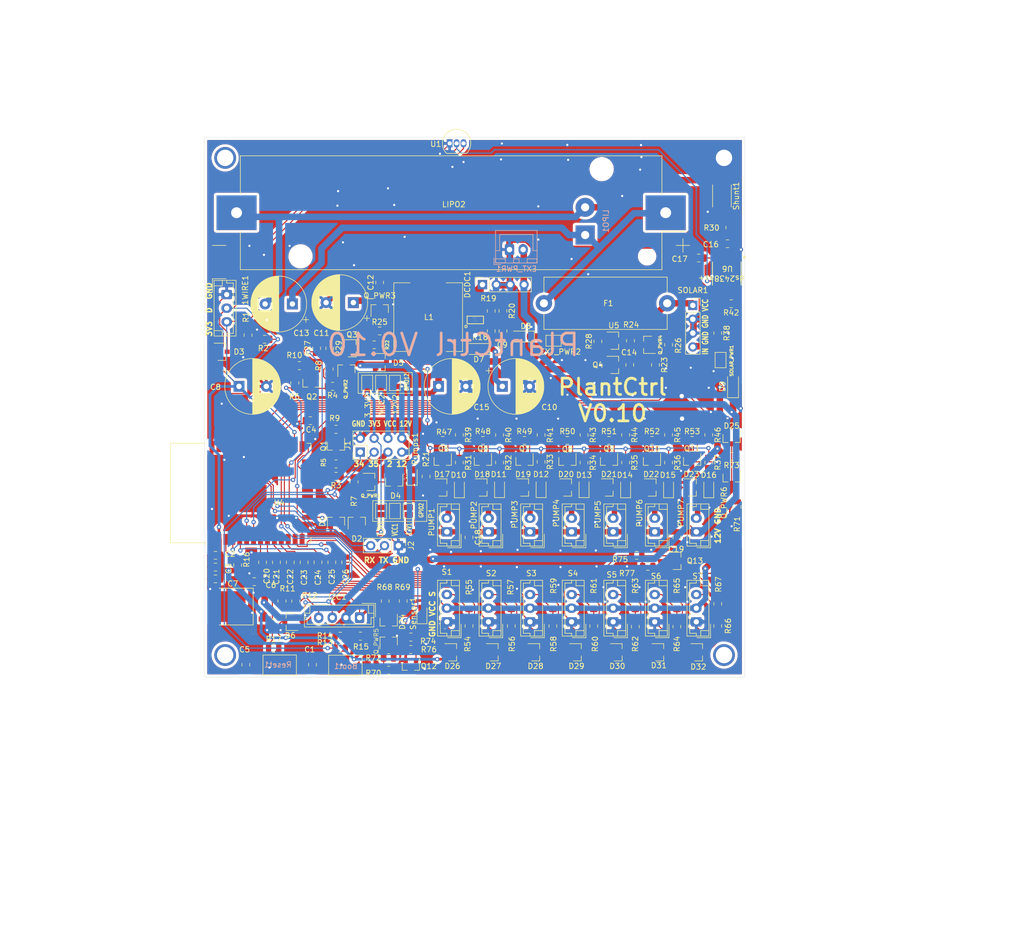
<source format=kicad_pcb>
(kicad_pcb (version 20171130) (host pcbnew 5.1.6-c6e7f7d~87~ubuntu18.04.1)
  (layers (0 F.Cu signal) (31 B.Cu signal) (34 B.Paste user) (35 F.Paste user) (36 B.SilkS user) (37 F.SilkS user) (38 B.Mask user) (39 F.Mask user) (44 Edge.Cuts user))
  (net 0 "")
  (net 1 PLANT1_PUMP)
  (net 2 PLANT2_PUMP)
  (net 3 PLANT3_PUMP)
  (net 4 PLANT4_PUMP)
  (net 5 PLANT5_PUMP)
  (net 6 PLANT6_PUMP)
  (net 7 GND)
  (net 8 PLANT6_MOIST)
  (net 9 PLANT5_MOIST)
  (net 10 PLANT4_MOIST)
  (net 11 PLANT3_MOIST)
  (net 12 PLANT2_MOIST)
  (net 13 PLANT1_MOIST)
  (net 14 PLANT_CTRL_PUMP_0)
  (net 15 PUMP_PWR)
  (net 16 PWR_PUMP_CONVERTER)
  (net 17 3_3V)
  (net 18 Temp)
  (net 19 PLANT0_PUMP)
  (net 20 PWR_SENSORS)
  (net 21 PLANT0_MOIST)
  (net 22 PLANT_CTRL_PUMP_1)
  (net 23 PLANT_CTRL_PUMP_2)
  (net 24 PLANT_CTRL_PUMP_3)
  (net 25 PLANT_CTRL_PUMP_4)
  (net 26 PLANT_CTRL_PUMP_5)
  (net 27 PLANT_CTRL_PUMP_6)
  (net 28 PUMP_ENABLE)
  (net 29 SENSORS_ENABLE)
  (net 30 VCC_BATT)
  (net 31 "Net-(D7-Pad2)")
  (net 32 "Net-(Pumps1-Pad2)")
  (net 33 "Net-(Q1-Pad1)")
  (net 34 "Net-(Q2-Pad1)")
  (net 35 "Net-(Q3-Pad1)")
  (net 36 "Net-(Q5-Pad1)")
  (net 37 "Net-(Q6-Pad1)")
  (net 38 "Net-(Q7-Pad1)")
  (net 39 "Net-(Q8-Pad1)")
  (net 40 "Net-(Q9-Pad1)")
  (net 41 "Net-(Q10-Pad1)")
  (net 42 "Net-(Q_PWR1-Pad1)")
  (net 43 "Net-(Q_PWR2-Pad1)")
  (net 44 VCC)
  (net 45 "Net-(Q_PWR3-Pad1)")
  (net 46 SOLAR_IN)
  (net 47 Rsense+)
  (net 48 ESP_RX)
  (net 49 ESP_TX)
  (net 50 "Net-(Boot1-Pad2)")
  (net 51 VCC_FUSED_ALWAYS)
  (net 52 PWR_I2C)
  (net 53 SDA)
  (net 54 SCL)
  (net 55 "Net-(Q12-Pad3)")
  (net 56 "Net-(Q12-Pad1)")
  (net 57 "Net-(Q_PWR4-Pad1)")
  (net 58 CUSTOM_GPIO34)
  (net 59 CUSTOM_GPIO35)
  (net 60 "Net-(Q13-Pad3)")
  (net 61 "Net-(Q13-Pad1)")
  (net 62 "Net-(Q_PWR5-Pad1)")
  (net 63 "Net-(Q_PWR6-Pad1)")
  (net 64 CUSTOM_GPIO2)
  (net 65 CUSTOM_GPIO12)
  (net 66 "Net-(12V1-Pad1)")
  (net 67 "Net-(12V2-Pad1)")
  (net 68 "Net-(D9-Pad2)")
  (net 69 "Net-(D13-Pad2)")
  (net 70 "Net-(Q11-Pad1)")
  (net 71 "Net-(U6-Pad7)")
  (net 72 "Net-(U6-Pad6)")
  (net 73 "Net-(C4-Pad2)")
  (net 74 "Net-(C5-Pad2)")
  (net 75 "Net-(C6-Pad2)")
  (net 76 "Net-(C10-Pad1)")
  (net 77 "Net-(C14-Pad2)")
  (net 78 "Net-(C16-Pad1)")
  (net 79 "Net-(C17-Pad1)")
  (net 80 "Net-(D4-Pad3)")
  (net 81 "Net-(D5-Pad3)")
  (net 82 "Net-(D10-Pad2)")
  (net 83 "Net-(D11-Pad2)")
  (net 84 "Net-(D12-Pad2)")
  (net 85 "Net-(D14-Pad2)")
  (net 86 "Net-(D15-Pad2)")
  (net 87 "Net-(D16-Pad2)")
  (net 88 "Net-(Q1-Pad3)")
  (net 89 "Net-(Q2-Pad3)")
  (net 90 "Net-(Q3-Pad3)")
  (net 91 "Net-(Q4-Pad3)")
  (net 92 "Net-(R1-Pad1)")
  (net 93 "Net-(R14-Pad2)")
  (net 94 "Net-(R18-Pad2)")
  (net 95 "Net-(R19-Pad2)")
  (net 96 "Net-(R28-Pad2)")
  (net 97 "Net-(R54-Pad2)")
  (net 98 "Net-(R56-Pad2)")
  (net 99 "Net-(R58-Pad2)")
  (net 100 "Net-(R60-Pad2)")
  (net 101 "Net-(R62-Pad2)")
  (net 102 "Net-(R64-Pad2)")
  (net 103 "Net-(R66-Pad2)")
  (net 104 "Net-(R68-Pad1)")
  (net 105 "Net-(U3-Pad6)")
  (net 106 "Net-(U4-Pad17)")
  (net 107 "Net-(U4-Pad18)")
  (net 108 "Net-(U4-Pad19)")
  (net 109 "Net-(U4-Pad20)")
  (net 110 "Net-(U4-Pad21)")
  (net 111 "Net-(U4-Pad22)")
  (net 112 "Net-(U4-Pad32)")
  (module Package_TO_SOT_SMD:SOT-23 (layer F.Cu) (at 202.565 81.915)
    (fp_text reference D5 (at 3.175 0.127) (layer F.SilkS))
    (fp_text value BAS40-04)
    (pad 3 smd rect (at 1 0) (size 0.9 0.8) (layers F.Cu F.Paste F.Mask) (net 81 "Net-(D5-Pad3)"))
    (pad 2 smd rect (at -1 0.95) (size 0.9 0.8) (layers F.Cu F.Paste F.Mask) (net 67 "Net-(12V2-Pad1)"))
    (pad 1 smd rect (at -1 -0.95) (size 0.9 0.8) (layers F.Cu F.Paste F.Mask) (net 7 GND))
  )
  (module Connector_PinHeader_2.54mm:PinHeader_2x04_P2.54mm_Vertical (layer F.Cu) (at 198.755 98.425 90)
    (fp_text reference J1 (at 1.27 -2.33 90) (layer F.SilkS))
    (fp_text value Conn_02x04_Counter_Clockwise)
    (pad 8 thru_hole oval (at 2.54 7.62 90) (size 1.7 1.7) (drill 1) (layers *.Cu *.Mask) (net 15 PUMP_PWR))
    (pad 7 thru_hole oval (at 0 7.62 90) (size 1.7 1.7) (drill 1) (layers *.Cu *.Mask) (net 81 "Net-(D5-Pad3)"))
    (pad 6 thru_hole oval (at 2.54 5.08 90) (size 1.7 1.7) (drill 1) (layers *.Cu *.Mask) (net 44 VCC))
    (pad 5 thru_hole oval (at 0 5.08 90) (size 1.7 1.7) (drill 1) (layers *.Cu *.Mask) (net 80 "Net-(D4-Pad3)"))
    (pad 4 thru_hole oval (at 2.54 2.54 90) (size 1.7 1.7) (drill 1) (layers *.Cu *.Mask) (net 17 3_3V))
    (pad 3 thru_hole oval (at 0 2.54 90) (size 1.7 1.7) (drill 1) (layers *.Cu *.Mask) (net 59 CUSTOM_GPIO35))
    (pad 2 thru_hole oval (at 2.54 0 90) (size 1.7 1.7) (drill 1) (layers *.Cu *.Mask) (net 7 GND))
    (pad 1 thru_hole rect (at 0 0 90) (size 1.7 1.7) (drill 1) (layers *.Cu *.Mask) (net 58 CUSTOM_GPIO34))
  )
  (module Jumper:SolderJumper-2_P1.3mm_Open_Pad1.0x1.5mm (layer F.Cu) (at 205.105 85.725 270)
    (fp_text reference 12V2 (at 3.937 -0.127 90) (layer F.SilkS))
    (fp_text value SolderJumper_2_Open)
    (pad 1 smd rect (at -0.65 0 270) (size 1 1.5) (layers F.Cu F.Mask) (net 67 "Net-(12V2-Pad1)"))
    (pad 2 smd rect (at 0.65 0 270) (size 1 1.5) (layers F.Cu F.Mask) (net 15 PUMP_PWR))
  )
  (module Jumper:SolderJumper-2_P1.3mm_Open_Pad1.0x1.5mm (layer F.Cu) (at 200.025 85.71 270)
    (fp_text reference 3_3V2 (at 4.206 -0.127 90) (layer F.SilkS))
    (fp_text value SolderJumper_2_Open)
    (pad 1 smd rect (at -0.65 0 270) (size 1 1.5) (layers F.Cu F.Mask) (net 67 "Net-(12V2-Pad1)"))
    (pad 2 smd rect (at 0.65 0 270) (size 1 1.5) (layers F.Cu F.Mask) (net 17 3_3V))
  )
  (module Jumper:SolderJumper-2_P1.3mm_Open_Pad1.0x1.5mm (layer F.Cu) (at 202.565 85.725 270)
    (fp_text reference VCC2 (at 3.937 -0.127 90) (layer F.SilkS))
    (fp_text value SolderJumper_2_Open)
    (pad 1 smd rect (at -0.65 0 270) (size 1 1.5) (layers F.Cu F.Mask) (net 67 "Net-(12V2-Pad1)"))
    (pad 2 smd rect (at 0.65 0 270) (size 1 1.5) (layers F.Cu F.Mask) (net 44 VCC))
  )
  (module Jumper:SolderJumper-2_P1.3mm_Open_Pad1.0x1.5mm (layer F.Cu) (at 207.645 109.22 270)
    (fp_text reference 12V1 (at 3.302 0 90) (layer F.SilkS) (effects (font (size 1 0.6))))
    (fp_text value SolderJumper_2_Open)
    (pad 1 smd rect (at -0.65 0 270) (size 1 1.5) (layers F.Cu F.Mask) (net 66 "Net-(12V1-Pad1)"))
    (pad 2 smd rect (at 0.65 0 270) (size 1 1.5) (layers F.Cu F.Mask) (net 15 PUMP_PWR))
  )
  (module Jumper:SolderJumper-2_P1.3mm_Open_Pad1.0x1.5mm (layer F.Cu) (at 202.565 109.22 270)
    (fp_text reference 3_3V1 (at 3.302 0.127 90) (layer F.SilkS) (effects (font (size 1 0.6))))
    (fp_text value SolderJumper_2_Open)
    (pad 1 smd rect (at -0.65 0 270) (size 1 1.5) (layers F.Cu F.Mask) (net 66 "Net-(12V1-Pad1)"))
    (pad 2 smd rect (at 0.65 0 270) (size 1 1.5) (layers F.Cu F.Mask) (net 17 3_3V))
  )
  (module Jumper:SolderJumper-2_P1.3mm_Open_Pad1.0x1.5mm (layer F.Cu) (at 205.105 109.22 270)
    (fp_text reference VCC1 (at 3.429 0 90) (layer F.SilkS) (effects (font (size 1 0.6))))
    (fp_text value SolderJumper_2_Open)
    (pad 1 smd rect (at -0.65 0 270) (size 1 1.5) (layers F.Cu F.Mask) (net 66 "Net-(12V1-Pad1)"))
    (pad 2 smd rect (at 0.65 0 270) (size 1 1.5) (layers F.Cu F.Mask) (net 44 VCC))
  )
  (module Resistor_SMD:R_0805_2012Metric (layer F.Cu) (at 193.04 83.185 270)
    (fp_text reference R8 (at -0.635 1.905 270) (layer F.SilkS))
    (fp_text value 10k)
    (pad 2 smd roundrect (at 0.9125 0 270) (size 1.025 1.4) (layers F.Cu F.Paste F.Mask) (roundrect_rratio 0.243902) (net 67 "Net-(12V2-Pad1)"))
    (pad 1 smd roundrect (at -0.9125 0 270) (size 1.025 1.4) (layers F.Cu F.Paste F.Mask) (roundrect_rratio 0.243902) (net 43 "Net-(Q_PWR2-Pad1)"))
  )
  (module Resistor_SMD:R_0805_2012Metric (layer F.Cu) (at 193.675 86.36 180)
    (fp_text reference R4 (at 0 -1.65) (layer F.SilkS))
    (fp_text value 1k)
    (pad 2 smd roundrect (at 0.9125 0 180) (size 1.025 1.4) (layers F.Cu F.Paste F.Mask) (roundrect_rratio 0.243902) (net 89 "Net-(Q2-Pad3)"))
    (pad 1 smd roundrect (at -0.9125 0 180) (size 1.025 1.4) (layers F.Cu F.Paste F.Mask) (roundrect_rratio 0.243902) (net 43 "Net-(Q_PWR2-Pad1)"))
  )
  (module Resistor_SMD:R_0805_2012Metric (layer F.Cu) (at 187.6025 82.55)
    (fp_text reference R10 (at -0.9125 -1.905) (layer F.SilkS))
    (fp_text value 10k)
    (pad 2 smd roundrect (at 0.9125 0) (size 1.025 1.4) (layers F.Cu F.Paste F.Mask) (roundrect_rratio 0.243902) (net 7 GND))
    (pad 1 smd roundrect (at -0.9125 0) (size 1.025 1.4) (layers F.Cu F.Paste F.Mask) (roundrect_rratio 0.243902) (net 34 "Net-(Q2-Pad1)"))
  )
  (module Resistor_SMD:R_0805_2012Metric (layer F.Cu) (at 186.7535 85.725 270)
    (fp_text reference R6 (at 2.54 0.0635 180) (layer F.SilkS))
    (fp_text value 1k)
    (pad 2 smd roundrect (at 0.9125 0 270) (size 1.025 1.4) (layers F.Cu F.Paste F.Mask) (roundrect_rratio 0.243902) (net 65 CUSTOM_GPIO12))
    (pad 1 smd roundrect (at -0.9125 0 270) (size 1.025 1.4) (layers F.Cu F.Paste F.Mask) (roundrect_rratio 0.243902) (net 34 "Net-(Q2-Pad1)"))
  )
  (module Resistor_SMD:R_0805_2012Metric (layer F.Cu) (at 197.612 103.886 270)
    (fp_text reference R7 (at 3.556 0 90) (layer F.SilkS))
    (fp_text value 10k)
    (pad 2 smd roundrect (at 0.9125 0 270) (size 1.025 1.4) (layers F.Cu F.Paste F.Mask) (roundrect_rratio 0.243902) (net 66 "Net-(12V1-Pad1)"))
    (pad 1 smd roundrect (at -0.9125 0 270) (size 1.025 1.4) (layers F.Cu F.Paste F.Mask) (roundrect_rratio 0.243902) (net 42 "Net-(Q_PWR1-Pad1)"))
  )
  (module Resistor_SMD:R_0805_2012Metric (layer F.Cu) (at 194.31 102.87 180)
    (fp_text reference R3 (at 0 -1.65) (layer F.SilkS))
    (fp_text value 1k)
    (pad 2 smd roundrect (at 0.9125 0 180) (size 1.025 1.4) (layers F.Cu F.Paste F.Mask) (roundrect_rratio 0.243902) (net 88 "Net-(Q1-Pad3)"))
    (pad 1 smd roundrect (at -0.9125 0 180) (size 1.025 1.4) (layers F.Cu F.Paste F.Mask) (roundrect_rratio 0.243902) (net 42 "Net-(Q_PWR1-Pad1)"))
  )
  (module Resistor_SMD:R_0805_2012Metric (layer F.Cu) (at 194.31 94.234 180)
    (fp_text reference R9 (at 0.254 2.032) (layer F.SilkS))
    (fp_text value 10k)
    (pad 2 smd roundrect (at 0.9125 0 180) (size 1.025 1.4) (layers F.Cu F.Paste F.Mask) (roundrect_rratio 0.243902) (net 7 GND))
    (pad 1 smd roundrect (at -0.9125 0 180) (size 1.025 1.4) (layers F.Cu F.Paste F.Mask) (roundrect_rratio 0.243902) (net 33 "Net-(Q1-Pad1)"))
  )
  (module Resistor_SMD:R_0805_2012Metric (layer F.Cu) (at 194.31 100.584 180)
    (fp_text reference R5 (at 2.286 0.254 90) (layer F.SilkS) (effects (font (size 0.8 0.8))))
    (fp_text value 1k)
    (pad 2 smd roundrect (at 0.9125 0 180) (size 1.025 1.4) (layers F.Cu F.Paste F.Mask) (roundrect_rratio 0.243902) (net 64 CUSTOM_GPIO2))
    (pad 1 smd roundrect (at -0.9125 0 180) (size 1.025 1.4) (layers F.Cu F.Paste F.Mask) (roundrect_rratio 0.243902) (net 33 "Net-(Q1-Pad1)"))
  )
  (module Package_TO_SOT_SMD:SOT-23 (layer F.Cu) (at 196.215 83.185 90)
    (fp_text reference Q_PWR2 (at -3.683 -0.127 90) (layer F.SilkS) (effects (font (size 0.6 0.6))))
    (fp_text value "P-channel 50v 4A")
    (pad 3 smd rect (at 1 0 90) (size 0.9 0.8) (layers F.Cu F.Paste F.Mask) (net 81 "Net-(D5-Pad3)"))
    (pad 2 smd rect (at -1 0.95 90) (size 0.9 0.8) (layers F.Cu F.Paste F.Mask) (net 67 "Net-(12V2-Pad1)"))
    (pad 1 smd rect (at -1 -0.95 90) (size 0.9 0.8) (layers F.Cu F.Paste F.Mask) (net 43 "Net-(Q_PWR2-Pad1)"))
  )
  (module Package_TO_SOT_SMD:SOT-23 (layer F.Cu) (at 200.66 103.886)
    (fp_text reference Q_PWR1 (at 0 2.54) (layer F.SilkS) (effects (font (size 0.6 0.6))))
    (fp_text value "P-channel 50v 4A")
    (pad 3 smd rect (at 1 0) (size 0.9 0.8) (layers F.Cu F.Paste F.Mask) (net 80 "Net-(D4-Pad3)"))
    (pad 2 smd rect (at -1 0.95) (size 0.9 0.8) (layers F.Cu F.Paste F.Mask) (net 66 "Net-(12V1-Pad1)"))
    (pad 1 smd rect (at -1 -0.95) (size 0.9 0.8) (layers F.Cu F.Paste F.Mask) (net 42 "Net-(Q_PWR1-Pad1)"))
  )
  (module Package_TO_SOT_SMD:SOT-23 (layer F.Cu) (at 189.8015 85.725 270)
    (fp_text reference Q2 (at 2.54 -0.0635 180) (layer F.SilkS))
    (fp_text value "N-channel 30V 5A")
    (pad 3 smd rect (at 1 0 270) (size 0.9 0.8) (layers F.Cu F.Paste F.Mask) (net 89 "Net-(Q2-Pad3)"))
    (pad 2 smd rect (at -1 0.95 270) (size 0.9 0.8) (layers F.Cu F.Paste F.Mask) (net 7 GND))
    (pad 1 smd rect (at -1 -0.95 270) (size 0.9 0.8) (layers F.Cu F.Paste F.Mask) (net 34 "Net-(Q2-Pad1)"))
  )
  (module Package_TO_SOT_SMD:SOT-23 (layer F.Cu) (at 194.31 97.282 270)
    (fp_text reference Q1 (at 0 2.286 90) (layer F.SilkS))
    (fp_text value "N-channel 30V 5A")
    (pad 3 smd rect (at 1 0 270) (size 0.9 0.8) (layers F.Cu F.Paste F.Mask) (net 88 "Net-(Q1-Pad3)"))
    (pad 2 smd rect (at -1 0.95 270) (size 0.9 0.8) (layers F.Cu F.Paste F.Mask) (net 7 GND))
    (pad 1 smd rect (at -1 -0.95 270) (size 0.9 0.8) (layers F.Cu F.Paste F.Mask) (net 33 "Net-(Q1-Pad1)"))
  )
  (module Package_TO_SOT_SMD:SOT-23 (layer F.Cu) (at 198.12 111.125 90)
    (fp_text reference D2 (at -3.175 0 180) (layer F.SilkS))
    (fp_text value BAS40-04)
    (pad 3 smd rect (at 1 0 90) (size 0.9 0.8) (layers F.Cu F.Paste F.Mask) (net 59 CUSTOM_GPIO35))
    (pad 2 smd rect (at -1 0.95 90) (size 0.9 0.8) (layers F.Cu F.Paste F.Mask) (net 17 3_3V))
    (pad 1 smd rect (at -1 -0.95 90) (size 0.9 0.8) (layers F.Cu F.Paste F.Mask) (net 7 GND))
  )
  (module Package_TO_SOT_SMD:SOT-23 (layer F.Cu) (at 204.978 103.886 270)
    (fp_text reference D4 (at 2.54 -0.254 180) (layer F.SilkS))
    (fp_text value BAS40-04)
    (pad 3 smd rect (at 1 0 270) (size 0.9 0.8) (layers F.Cu F.Paste F.Mask) (net 80 "Net-(D4-Pad3)"))
    (pad 2 smd rect (at -1 0.95 270) (size 0.9 0.8) (layers F.Cu F.Paste F.Mask) (net 66 "Net-(12V1-Pad1)"))
    (pad 1 smd rect (at -1 -0.95 270) (size 0.9 0.8) (layers F.Cu F.Paste F.Mask) (net 7 GND))
  )
  (module Package_TO_SOT_SMD:SOT-23 (layer F.Cu) (at 194.31 111.125 90)
    (fp_text reference D1 (at 0 -2.5 90) (layer F.SilkS))
    (fp_text value BAS40-04)
    (pad 3 smd rect (at 1 0 90) (size 0.9 0.8) (layers F.Cu F.Paste F.Mask) (net 58 CUSTOM_GPIO34))
    (pad 2 smd rect (at -1 0.95 90) (size 0.9 0.8) (layers F.Cu F.Paste F.Mask) (net 17 3_3V))
    (pad 1 smd rect (at -1 -0.95 90) (size 0.9 0.8) (layers F.Cu F.Paste F.Mask) (net 7 GND))
  )
  (module Package_TO_SOT_SMD:SOT-23 (layer F.Cu) (at 185.928 129.54 180)
    (fp_text reference D6 (at 0 -2.5) (layer F.SilkS))
    (fp_text value BAS40-04)
    (pad 3 smd rect (at 1 0 180) (size 0.9 0.8) (layers F.Cu F.Paste F.Mask) (net 17 3_3V))
    (pad 2 smd rect (at -1 0.95 180) (size 0.9 0.8) (layers F.Cu F.Paste F.Mask) (net 44 VCC))
    (pad 1 smd rect (at -1 -0.95 180) (size 0.9 0.8) (layers F.Cu F.Paste F.Mask) (net 7 GND))
  )
  (module Resistor_SMD:R_0805_2012Metric (layer F.Cu) (at 203.962 136.144)
    (fp_text reference R72 (at -2.794 0) (layer F.SilkS))
    (fp_text value 10k)
    (pad 2 smd roundrect (at 0.9125 0) (size 1.025 1.4) (layers F.Cu F.Paste F.Mask) (roundrect_rratio 0.243902) (net 17 3_3V))
    (pad 1 smd roundrect (at -0.9125 0) (size 1.025 1.4) (layers F.Cu F.Paste F.Mask) (roundrect_rratio 0.243902) (net 62 "Net-(Q_PWR5-Pad1)"))
  )
  (module Resistor_SMD:R_0805_2012Metric (layer F.Cu) (at 203.962 138.43)
    (fp_text reference R70 (at -2.794 0.508) (layer F.SilkS))
    (fp_text value 1k)
    (pad 2 smd roundrect (at 0.9125 0) (size 1.025 1.4) (layers F.Cu F.Paste F.Mask) (roundrect_rratio 0.243902) (net 55 "Net-(Q12-Pad3)"))
    (pad 1 smd roundrect (at -0.9125 0) (size 1.025 1.4) (layers F.Cu F.Paste F.Mask) (roundrect_rratio 0.243902) (net 62 "Net-(Q_PWR5-Pad1)"))
  )
  (module Resistor_SMD:R_0805_2012Metric (layer F.Cu) (at 208.026 134.62 180)
    (fp_text reference R76 (at -3.302 0) (layer F.SilkS))
    (fp_text value 10k)
    (pad 2 smd roundrect (at 0.9125 0 180) (size 1.025 1.4) (layers F.Cu F.Paste F.Mask) (roundrect_rratio 0.243902) (net 7 GND))
    (pad 1 smd roundrect (at -0.9125 0 180) (size 1.025 1.4) (layers F.Cu F.Paste F.Mask) (roundrect_rratio 0.243902) (net 56 "Net-(Q12-Pad1)"))
  )
  (module Resistor_SMD:R_0805_2012Metric (layer F.Cu) (at 208.026 132.334 180)
    (fp_text reference R74 (at -3.175 -0.762) (layer F.SilkS))
    (fp_text value 1k)
    (pad 2 smd roundrect (at 0.9125 0 180) (size 1.025 1.4) (layers F.Cu F.Paste F.Mask) (roundrect_rratio 0.243902) (net 29 SENSORS_ENABLE))
    (pad 1 smd roundrect (at -0.9125 0 180) (size 1.025 1.4) (layers F.Cu F.Paste F.Mask) (roundrect_rratio 0.243902) (net 56 "Net-(Q12-Pad1)"))
  )
  (module Resistor_SMD:R_0805_2012Metric (layer F.Cu) (at 186.944 125.73 270)
    (fp_text reference R12 (at -1.016 -2.54 180) (layer F.SilkS))
    (fp_text value R)
    (pad 2 smd roundrect (at 0.9125 0 270) (size 1.025 1.4) (layers F.Cu F.Paste F.Mask) (roundrect_rratio 0.243902) (net 53 SDA))
    (pad 1 smd roundrect (at -0.9125 0 270) (size 1.025 1.4) (layers F.Cu F.Paste F.Mask) (roundrect_rratio 0.243902) (net 52 PWR_I2C))
  )
  (module Resistor_SMD:R_0805_2012Metric (layer F.Cu) (at 184.404 125.73 270)
    (fp_text reference R11 (at -2.286 -1.016 180) (layer F.SilkS))
    (fp_text value R)
    (pad 2 smd roundrect (at 0.9125 0 270) (size 1.025 1.4) (layers F.Cu F.Paste F.Mask) (roundrect_rratio 0.243902) (net 54 SCL))
    (pad 1 smd roundrect (at -0.9125 0 270) (size 1.025 1.4) (layers F.Cu F.Paste F.Mask) (roundrect_rratio 0.243902) (net 52 PWR_I2C))
  )
  (module Package_TO_SOT_SMD:SOT-23 (layer F.Cu) (at 203.962 133.096 90)
    (fp_text reference Q_PWR5 (at 0 -2.286 90) (layer F.SilkS) (effects (font (size 0.8 0.8) (thickness 0.1))))
    (fp_text value "P-channel 50v 4A")
    (pad 3 smd rect (at 1 0 90) (size 0.9 0.8) (layers F.Cu F.Paste F.Mask) (net 52 PWR_I2C))
    (pad 2 smd rect (at -1 0.95 90) (size 0.9 0.8) (layers F.Cu F.Paste F.Mask) (net 17 3_3V))
    (pad 1 smd rect (at -1 -0.95 90) (size 0.9 0.8) (layers F.Cu F.Paste F.Mask) (net 62 "Net-(Q_PWR5-Pad1)"))
  )
  (module Package_TO_SOT_SMD:SOT-23 (layer F.Cu) (at 208.026 137.668 270)
    (fp_text reference Q12 (at 0 -3.302 180) (layer F.SilkS))
    (fp_text value "N-channel 30V 5A")
    (pad 3 smd rect (at 1 0 270) (size 0.9 0.8) (layers F.Cu F.Paste F.Mask) (net 55 "Net-(Q12-Pad3)"))
    (pad 2 smd rect (at -1 0.95 270) (size 0.9 0.8) (layers F.Cu F.Paste F.Mask) (net 7 GND))
    (pad 1 smd rect (at -1 -0.95 270) (size 0.9 0.8) (layers F.Cu F.Paste F.Mask) (net 56 "Net-(Q12-Pad1)"))
  )
  (module Package_TO_SOT_SMD:SOT-23 (layer F.Cu) (at 203.962 129.54 270)
    (fp_text reference D24 (at 0 -2.5 90) (layer F.SilkS))
    (fp_text value BAS40-04)
    (pad 3 smd rect (at 1 0 270) (size 0.9 0.8) (layers F.Cu F.Paste F.Mask) (net 52 PWR_I2C))
    (pad 2 smd rect (at -1 0.95 270) (size 0.9 0.8) (layers F.Cu F.Paste F.Mask) (net 17 3_3V))
    (pad 1 smd rect (at -1 -0.95 270) (size 0.9 0.8) (layers F.Cu F.Paste F.Mask) (net 7 GND))
  )
  (module Connector_JST:JST_EH_B4B-EH-A_1x04_P2.50mm_Vertical (layer F.Cu) (at 198.628 128.778 180)
    (fp_text reference I2C1 (at 4.064 3.81) (layer F.SilkS))
    (fp_text value Conn_01x04)
    (pad 4 thru_hole oval (at 7.5 0 180) (size 1.7 1.95) (drill 0.95) (layers *.Cu *.Mask) (net 53 SDA))
    (pad 3 thru_hole oval (at 5 0 180) (size 1.7 1.95) (drill 0.95) (layers *.Cu *.Mask) (net 54 SCL))
    (pad 2 thru_hole oval (at 2.5 0 180) (size 1.7 1.95) (drill 0.95) (layers *.Cu *.Mask) (net 7 GND))
    (pad 1 thru_hole roundrect (at 0 0 180) (size 1.7 1.95) (drill 0.95) (layers *.Cu *.Mask) (roundrect_rratio 0.147059) (net 52 PWR_I2C))
  )
  (module Resistor_SMD:R_0805_2012Metric (layer F.Cu) (at 198.78 132.17)
    (fp_text reference R15 (at 0.102 1.942) (layer F.SilkS))
    (fp_text value 1k)
    (pad 2 smd roundrect (at 0.9125 0) (size 1.025 1.4) (layers F.Cu F.Paste F.Mask) (roundrect_rratio 0.243902) (net 17 3_3V))
    (pad 1 smd roundrect (at -0.9125 0) (size 1.025 1.4) (layers F.Cu F.Paste F.Mask) (roundrect_rratio 0.243902) (net 93 "Net-(R14-Pad2)"))
  )
  (module Resistor_SMD:R_0805_2012Metric (layer F.Cu) (at 224.917 72.517 270)
    (fp_text reference R20 (at 0 -1.65 90) (layer F.SilkS))
    (fp_text value 1k)
    (pad 2 smd roundrect (at 0.9375 0 270) (size 0.975 1.4) (layers F.Cu F.Paste F.Mask) (net 7 GND))
    (pad 1 smd roundrect (at -0.9375 0 270) (size 0.975 1.4) (layers F.Cu F.Paste F.Mask) (net 95 "Net-(R19-Pad2)"))
  )
  (module Resistor_SMD:R_0805_2012Metric (layer F.Cu) (at 222.758 72.517 90)
    (fp_text reference R19 (at 2.286 -0.508 180) (layer F.SilkS))
    (fp_text value 10k)
    (pad 2 smd roundrect (at 0.9375 0 90) (size 0.975 1.4) (layers F.Cu F.Paste F.Mask) (net 95 "Net-(R19-Pad2)"))
    (pad 1 smd roundrect (at -0.9375 0 90) (size 0.975 1.4) (layers F.Cu F.Paste F.Mask) (net 94 "Net-(R18-Pad2)"))
  )
  (module Resistor_SMD:R_0805_2012Metric (layer F.Cu) (at 222.758 76.2 90)
    (fp_text reference R18 (at -1.143 -2.032 180) (layer F.SilkS))
    (fp_text value 10k)
    (pad 2 smd roundrect (at 0.9375 0 90) (size 0.975 1.4) (layers F.Cu F.Paste F.Mask) (net 94 "Net-(R18-Pad2)"))
    (pad 1 smd roundrect (at -0.9375 0 90) (size 0.975 1.4) (layers F.Cu F.Paste F.Mask) (net 76 "Net-(C10-Pad1)"))
  )
  (module Resistor_SMD:R_0805_2012Metric (layer F.Cu) (at 206.629 125.73 90)
    (fp_text reference R69 (at 2.54 -0.127 180) (layer F.SilkS))
    (fp_text value 10k)
    (pad 2 smd roundrect (at 0.9375 0 90) (size 0.975 1.4) (layers F.Cu F.Paste F.Mask) (net 20 PWR_SENSORS))
    (pad 1 smd roundrect (at -0.9375 0 90) (size 0.975 1.4) (layers F.Cu F.Paste F.Mask) (net 104 "Net-(R68-Pad1)"))
  )
  (module Resistor_SMD:R_0805_2012Metric (layer F.Cu) (at 181.229 77.724)
    (fp_text reference R2 (at -0.254 1.651) (layer F.SilkS))
    (fp_text value 1k)
    (pad 2 smd roundrect (at 0.9375 0) (size 0.975 1.4) (layers F.Cu F.Paste F.Mask) (net 18 Temp))
    (pad 1 smd roundrect (at -0.9375 0) (size 0.975 1.4) (layers F.Cu F.Paste F.Mask) (net 92 "Net-(R1-Pad1)"))
  )
  (module Resistor_SMD:R_0805_2012Metric (layer F.Cu) (at 203.327 125.73 90)
    (fp_text reference R68 (at 2.54 -0.127 180) (layer F.SilkS))
    (fp_text value 10k)
    (pad 2 smd roundrect (at 0.9375 0 90) (size 0.975 1.4) (layers F.Cu F.Paste F.Mask) (net 20 PWR_SENSORS))
    (pad 1 smd roundrect (at -0.9375 0 90) (size 0.975 1.4) (layers F.Cu F.Paste F.Mask) (net 104 "Net-(R68-Pad1)"))
  )
  (module Resistor_SMD:R_0805_2012Metric (layer F.Cu) (at 178.181 76.962 90)
    (fp_text reference R1 (at 3.302 -0.381 270) (layer F.SilkS))
    (fp_text value 1k)
    (pad 2 smd roundrect (at 0.9375 0 90) (size 0.975 1.4) (layers F.Cu F.Paste F.Mask) (net 17 3_3V))
    (pad 1 smd roundrect (at -0.9375 0 90) (size 0.975 1.4) (layers F.Cu F.Paste F.Mask) (net 92 "Net-(R1-Pad1)"))
  )
  (module Resistor_SMD:R_0805_2012Metric (layer F.Cu) (at 264.287 130.302 90)
    (fp_text reference R66 (at 0 1.905 90) (layer F.SilkS))
    (fp_text value 100k)
    (pad 2 smd roundrect (at 0.9375 0 90) (size 0.975 1.4) (layers F.Cu F.Paste F.Mask) (net 103 "Net-(R66-Pad2)"))
    (pad 1 smd roundrect (at -0.9375 0 90) (size 0.975 1.4) (layers F.Cu F.Paste F.Mask) (net 7 GND))
  )
  (module Resistor_SMD:R_0805_2012Metric (layer F.Cu) (at 256.794 130.429 90)
    (fp_text reference R64 (at -3.175 0 90) (layer F.SilkS))
    (fp_text value 100k)
    (pad 2 smd roundrect (at 0.9375 0 90) (size 0.975 1.4) (layers F.Cu F.Paste F.Mask) (net 102 "Net-(R64-Pad2)"))
    (pad 1 smd roundrect (at -0.9375 0 90) (size 0.975 1.4) (layers F.Cu F.Paste F.Mask) (net 7 GND))
  )
  (module Resistor_SMD:R_0805_2012Metric (layer F.Cu) (at 249.174 130.429 90)
    (fp_text reference R62 (at -3.175 0 90) (layer F.SilkS))
    (fp_text value 100k)
    (pad 2 smd roundrect (at 0.9375 0 90) (size 0.975 1.4) (layers F.Cu F.Paste F.Mask) (net 101 "Net-(R62-Pad2)"))
    (pad 1 smd roundrect (at -0.9375 0 90) (size 0.975 1.4) (layers F.Cu F.Paste F.Mask) (net 7 GND))
  )
  (module Resistor_SMD:R_0805_2012Metric (layer F.Cu) (at 241.554 130.302 90)
    (fp_text reference R60 (at -3.302 0.254 90) (layer F.SilkS))
    (fp_text value 100k)
    (pad 2 smd roundrect (at 0.9375 0 90) (size 0.975 1.4) (layers F.Cu F.Paste F.Mask) (net 100 "Net-(R60-Pad2)"))
    (pad 1 smd roundrect (at -0.9375 0 90) (size 0.975 1.4) (layers F.Cu F.Paste F.Mask) (net 7 GND))
  )
  (module Resistor_SMD:R_0805_2012Metric (layer F.Cu) (at 234.061 130.302 90)
    (fp_text reference R58 (at -3.302 0.127 90) (layer F.SilkS))
    (fp_text value 100k)
    (pad 2 smd roundrect (at 0.9375 0 90) (size 0.975 1.4) (layers F.Cu F.Paste F.Mask) (net 99 "Net-(R58-Pad2)"))
    (pad 1 smd roundrect (at -0.9375 0 90) (size 0.975 1.4) (layers F.Cu F.Paste F.Mask) (net 7 GND))
  )
  (module Resistor_SMD:R_0805_2012Metric (layer F.Cu) (at 226.441 130.302 90)
    (fp_text reference R56 (at -3.302 0.127 90) (layer F.SilkS))
    (fp_text value 100k)
    (pad 2 smd roundrect (at 0.9375 0 90) (size 0.975 1.4) (layers F.Cu F.Paste F.Mask) (net 98 "Net-(R56-Pad2)"))
    (pad 1 smd roundrect (at -0.9375 0 90) (size 0.975 1.4) (layers F.Cu F.Paste F.Mask) (net 7 GND))
  )
  (module Resistor_SMD:R_0805_2012Metric (layer F.Cu) (at 218.694 130.302 90)
    (fp_text reference R54 (at -3.302 -0.254 90) (layer F.SilkS))
    (fp_text value 100k)
    (pad 2 smd roundrect (at 0.9375 0 90) (size 0.975 1.4) (layers F.Cu F.Paste F.Mask) (net 97 "Net-(R54-Pad2)"))
    (pad 1 smd roundrect (at -0.9375 0 90) (size 0.975 1.4) (layers F.Cu F.Paste F.Mask) (net 7 GND))
  )
  (module Connector_JST:JST_EH_B3B-EH-A_1x03_P2.50mm_Vertical (layer F.Cu) (at 222.25 129.54 90)
    (fp_text reference S2 (at 8.89 0.508 180) (layer F.SilkS))
    (fp_text value Conn_01x03_Male)
    (pad 3 thru_hole oval (at 5 0 90) (size 1.7 1.95) (drill 0.95) (layers *.Cu *.Mask) (net 98 "Net-(R56-Pad2)"))
    (pad 2 thru_hole oval (at 2.5 0 90) (size 1.7 1.95) (drill 0.95) (layers *.Cu *.Mask) (net 20 PWR_SENSORS))
    (pad 1 thru_hole roundrect (at 0 0 90) (size 1.7 1.95) (drill 0.95) (layers *.Cu *.Mask) (roundrect_rratio 0.147059) (net 7 GND))
  )
  (module Connector_PinHeader_2.54mm:PinHeader_1x03_P2.54mm_Vertical (layer F.Cu) (at 205.74 115.57 270)
    (fp_text reference J2 (at 0 -2.33 90) (layer F.SilkS))
    (fp_text value Conn_01x03_Female)
    (pad 3 thru_hole oval (at 0 5.08 270) (size 1.7 1.7) (drill 1) (layers *.Cu *.Mask) (net 48 ESP_RX))
    (pad 2 thru_hole oval (at 0 2.54 270) (size 1.7 1.7) (drill 1) (layers *.Cu *.Mask) (net 49 ESP_TX))
    (pad 1 thru_hole rect (at 0 0 270) (size 1.7 1.7) (drill 1) (layers *.Cu *.Mask) (net 7 GND))
  )
  (module Button_Switch_SMD:SW_SPST_CK_RS282G05A3 (layer F.Cu) (at 183.98 137.47 180)
    (fp_text reference Reset1 (at 0.338 0.056) (layer B.SilkS) (effects (justify mirror)))
    (fp_text value SW_Push)
    (pad 2 smd rect (at 3.9 0 180) (size 1.5 1.5) (layers F.Cu F.Paste F.Mask) (net 74 "Net-(C5-Pad2)"))
    (pad 1 smd rect (at -3.9 0 180) (size 1.5 1.5) (layers F.Cu F.Paste F.Mask) (net 7 GND))
  )
  (module Button_Switch_SMD:SW_SPST_CK_RS282G05A3 (layer F.Cu) (at 196.0245 137.5156 180)
    (fp_text reference Boot1 (at -0.0635 -0.1524) (layer B.SilkS) (effects (justify mirror)))
    (fp_text value Boot)
    (pad 2 smd rect (at 3.9 0 180) (size 1.5 1.5) (layers F.Cu F.Paste F.Mask) (net 50 "Net-(Boot1-Pad2)"))
    (pad 1 smd rect (at -3.9 0 180) (size 1.5 1.5) (layers F.Cu F.Paste F.Mask) (net 7 GND))
  )
  (module Capacitor_THT:CP_Radial_D10.0mm_P5.00mm (layer F.Cu) (at 213.106 86.36)
    (fp_text reference C15 (at 7.874 3.81) (layer F.SilkS))
    (fp_text value 1000uF)
    (pad 2 thru_hole circle (at 5 0) (size 2 2) (drill 1) (layers *.Cu *.Mask) (net 7 GND))
    (pad 1 thru_hole rect (at 0 0) (size 2 2) (drill 1) (layers *.Cu *.Mask) (net 44 VCC))
  )
  (module Package_TO_SOT_SMD:SOT-23 (layer F.Cu) (at 173.355 80.01)
    (fp_text reference D3 (at 3.175 0) (layer F.SilkS))
    (fp_text value BAS40-04)
    (pad 3 smd rect (at 1 0) (size 0.9 0.8) (layers F.Cu F.Paste F.Mask) (net 18 Temp))
    (pad 2 smd rect (at -1 0.95) (size 0.9 0.8) (layers F.Cu F.Paste F.Mask) (net 17 3_3V))
    (pad 1 smd rect (at -1 -0.95) (size 0.9 0.8) (layers F.Cu F.Paste F.Mask) (net 7 GND))
  )
  (module Jumper:SolderJumper-2_P1.3mm_Open_Pad1.0x1.5mm (layer F.Cu) (at 264.795 81.534 90)
    (fp_text reference SOLAR_PWR1 (at -0.127 2.032 90) (layer F.SilkS) (effects (font (size 0.6 0.6))))
    (fp_text value NO)
    (pad 1 smd rect (at -0.65 0 90) (size 1 1.5) (layers F.Cu F.Mask) (net 68 "Net-(D9-Pad2)"))
    (pad 2 smd rect (at 0.65 0 90) (size 1 1.5) (layers F.Cu F.Mask) (net 46 SOLAR_IN))
  )
  (module Connector_PinSocket_2.54mm:PinSocket_1x04_P2.54mm_Vertical (layer F.Cu) (at 259.715 71.501)
    (fp_text reference SOLAR1 (at 0 -2.77) (layer F.SilkS))
    (fp_text value Conn_01x04)
    (pad 4 thru_hole oval (at 0 7.62) (size 1.7 1.7) (drill 1) (layers *.Cu *.Mask) (net 46 SOLAR_IN))
    (pad 3 thru_hole oval (at 0 5.08) (size 1.7 1.7) (drill 1) (layers *.Cu *.Mask) (net 7 GND))
    (pad 2 thru_hole oval (at 0 2.54) (size 1.7 1.7) (drill 1) (layers *.Cu *.Mask) (net 7 GND))
    (pad 1 thru_hole rect (at 0 0) (size 1.7 1.7) (drill 1) (layers *.Cu *.Mask) (net 51 VCC_FUSED_ALWAYS))
  )
  (module Resistor_SMD:R_0805_2012Metric (layer F.Cu) (at 252.857 82.423 270)
    (fp_text reference R23 (at 0 -1.65 90) (layer F.SilkS))
    (fp_text value 1k)
    (pad 2 smd roundrect (at 0.9375 0 270) (size 0.975 1.4) (layers F.Cu F.Paste F.Mask) (net 91 "Net-(Q4-Pad3)"))
    (pad 1 smd roundrect (at -0.9375 0 270) (size 0.975 1.4) (layers F.Cu F.Paste F.Mask) (net 57 "Net-(Q_PWR4-Pad1)"))
  )
  (module Resistor_SMD:R_0805_2012Metric (layer F.Cu) (at 248.285 77.978 270)
    (fp_text reference R24 (at -2.921 -0.127 180) (layer F.SilkS))
    (fp_text value 100k)
    (pad 2 smd roundrect (at 0.9375 0 270) (size 0.975 1.4) (layers F.Cu F.Paste F.Mask) (net 77 "Net-(C14-Pad2)"))
    (pad 1 smd roundrect (at -0.9375 0 270) (size 0.975 1.4) (layers F.Cu F.Paste F.Mask) (net 51 VCC_FUSED_ALWAYS))
  )
  (module Resistor_SMD:R_0805_2012Metric (layer F.Cu) (at 242.316 78.105 90)
    (fp_text reference R28 (at 0 -1.65 90) (layer F.SilkS))
    (fp_text value 1k)
    (pad 2 smd roundrect (at 0.9375 0 90) (size 0.975 1.4) (layers F.Cu F.Paste F.Mask) (net 96 "Net-(R28-Pad2)"))
    (pad 1 smd roundrect (at -0.9375 0 90) (size 0.975 1.4) (layers F.Cu F.Paste F.Mask) (net 77 "Net-(C14-Pad2)"))
  )
  (module Resistor_SMD:R_0805_2012Metric (layer F.Cu) (at 201.295 78.74 180)
    (fp_text reference R22 (at -2.413 0 270) (layer F.SilkS) (effects (font (size 0.6 0.6))))
    (fp_text value 1k)
    (pad 2 smd roundrect (at 0.9375 0 180) (size 0.975 1.4) (layers F.Cu F.Paste F.Mask) (net 90 "Net-(Q3-Pad3)"))
    (pad 1 smd roundrect (at -0.9375 0 180) (size 0.975 1.4) (layers F.Cu F.Paste F.Mask) (net 45 "Net-(Q_PWR3-Pad1)"))
  )
  (module Resistor_SMD:R_0805_2012Metric (layer F.Cu) (at 267.843 108.458 270)
    (fp_text reference R71 (at 3.175 0 90) (layer F.SilkS))
    (fp_text value 1k)
    (pad 2 smd roundrect (at 0.9375 0 270) (size 0.975 1.4) (layers F.Cu F.Paste F.Mask) (net 60 "Net-(Q13-Pad3)"))
    (pad 1 smd roundrect (at -0.9375 0 270) (size 0.975 1.4) (layers F.Cu F.Paste F.Mask) (net 63 "Net-(Q_PWR6-Pad1)"))
  )
  (module Package_TO_SOT_SMD:SOT-23 (layer F.Cu) (at 245.364 82.423)
    (fp_text reference Q4 (at -3.048 0) (layer F.SilkS))
    (fp_text value "N-channel 30V 5A")
    (pad 3 smd rect (at 1 0) (size 0.9 0.8) (layers F.Cu F.Paste F.Mask) (net 91 "Net-(Q4-Pad3)"))
    (pad 2 smd rect (at -1 0.95) (size 0.9 0.8) (layers F.Cu F.Paste F.Mask) (net 7 GND))
    (pad 1 smd rect (at -1 -0.95) (size 0.9 0.8) (layers F.Cu F.Paste F.Mask) (net 77 "Net-(C14-Pad2)"))
  )
  (module Capacitor_THT:CP_Radial_D10.0mm_P5.00mm (layer F.Cu) (at 176.53 86.36)
    (fp_text reference C8 (at -4.318 0.127) (layer F.SilkS))
    (fp_text value 1000uF)
    (pad 2 thru_hole circle (at 5 0) (size 2 2) (drill 1) (layers *.Cu *.Mask) (net 7 GND))
    (pad 1 thru_hole rect (at 0 0) (size 2 2) (drill 1) (layers *.Cu *.Mask) (net 17 3_3V))
  )
  (module Capacitor_SMD:C_0805_2012Metric (layer F.Cu) (at 248.158 82.423 90)
    (fp_text reference C14 (at 2.286 -0.127 180) (layer F.SilkS))
    (fp_text value 100n)
    (pad 2 smd roundrect (at 0.9375 0 90) (size 0.975 1.4) (layers F.Cu F.Paste F.Mask) (net 77 "Net-(C14-Pad2)"))
    (pad 1 smd roundrect (at -0.9375 0 90) (size 0.975 1.4) (layers F.Cu F.Paste F.Mask) (net 7 GND))
  )
  (module LED_SMD:LED_0805_2012Metric_Castellated (layer F.Cu) (at 210.058 128.016 90)
    (fp_text reference Sensor1 (at 0 -1.6 90) (layer F.SilkS))
    (fp_text value LED_green)
    (pad 2 smd roundrect (at 0.9625 0 90) (size 1.325 1.3) (layers F.Cu F.Paste F.Mask) (roundrect_rratio 0.192308) (net 104 "Net-(R68-Pad1)"))
    (pad 1 smd roundrect (at -0.9625 0 90) (size 1.325 1.3) (layers F.Cu F.Paste F.Mask) (roundrect_rratio 0.192308) (net 7 GND))
  )
  (module Resistor_SMD:R_0805_2012Metric (layer F.Cu) (at 255.27 78.74 90)
    (fp_text reference R26 (at -0.127 1.778 90) (layer F.SilkS))
    (fp_text value 10k)
    (pad 2 smd roundrect (at 0.9375 0 90) (size 0.975 1.4) (layers F.Cu F.Paste F.Mask) (net 51 VCC_FUSED_ALWAYS))
    (pad 1 smd roundrect (at -0.9375 0 90) (size 0.975 1.4) (layers F.Cu F.Paste F.Mask) (net 57 "Net-(Q_PWR4-Pad1)"))
  )
  (module Resistor_SMD:R_0805_2012Metric (layer F.Cu) (at 249.428 117.348 180)
    (fp_text reference R75 (at 3.048 -0.762) (layer F.SilkS))
    (fp_text value 1k)
    (pad 2 smd roundrect (at 0.9375 0 180) (size 0.975 1.4) (layers F.Cu F.Paste F.Mask) (net 29 SENSORS_ENABLE))
    (pad 1 smd roundrect (at -0.9375 0 180) (size 0.975 1.4) (layers F.Cu F.Paste F.Mask) (net 61 "Net-(Q13-Pad1)"))
  )
  (module Resistor_SMD:R_0805_2012Metric (layer F.Cu) (at 190.754 79.375 270)
    (fp_text reference R27 (at 0 1.651 90) (layer F.SilkS))
    (fp_text value 1k)
    (pad 2 smd roundrect (at 0.9375 0 270) (size 0.975 1.4) (layers F.Cu F.Paste F.Mask) (net 28 PUMP_ENABLE))
    (pad 1 smd roundrect (at -0.9375 0 270) (size 0.975 1.4) (layers F.Cu F.Paste F.Mask) (net 35 "Net-(Q3-Pad1)"))
  )
  (module Resistor_SMD:R_0805_2012Metric (layer F.Cu) (at 264.287 126.238 90)
    (fp_text reference R67 (at 3.556 0.127 90) (layer F.SilkS))
    (fp_text value 1k)
    (pad 2 smd roundrect (at 0.9375 0 90) (size 0.975 1.4) (layers F.Cu F.Paste F.Mask) (net 8 PLANT6_MOIST))
    (pad 1 smd roundrect (at -0.9375 0 90) (size 0.975 1.4) (layers F.Cu F.Paste F.Mask) (net 103 "Net-(R66-Pad2)"))
  )
  (module Resistor_SMD:R_0805_2012Metric (layer F.Cu) (at 266.7508 71.1962 180)
    (fp_text reference R42 (at 0 -1.65) (layer F.SilkS))
    (fp_text value 1k)
    (pad 2 smd roundrect (at 0.9375 0 180) (size 0.975 1.4) (layers F.Cu F.Paste F.Mask) (net 79 "Net-(C17-Pad1)"))
    (pad 1 smd roundrect (at -0.9375 0 180) (size 0.975 1.4) (layers F.Cu F.Paste F.Mask) (net 47 Rsense+))
  )
  (module Resistor_SMD:R_0805_2012Metric (layer F.Cu) (at 262.636 95.25 270)
    (fp_text reference R46 (at 0 -1.65 90) (layer F.SilkS))
    (fp_text value 1k)
    (pad 2 smd roundrect (at 0.9375 0 270) (size 0.975 1.4) (layers F.Cu F.Paste F.Mask) (net 70 "Net-(Q11-Pad1)"))
    (pad 1 smd roundrect (at -0.9375 0 270) (size 0.975 1.4) (layers F.Cu F.Paste F.Mask) (net 27 PLANT_CTRL_PUMP_6))
  )
  (module Resistor_SMD:R_0805_2012Metric (layer F.Cu) (at 256.794 126.365 90)
    (fp_text reference R65 (at 3.429 0 90) (layer F.SilkS))
    (fp_text value 1k)
    (pad 2 smd roundrect (at 0.9375 0 90) (size 0.975 1.4) (layers F.Cu F.Paste F.Mask) (net 9 PLANT5_MOIST))
    (pad 1 smd roundrect (at -0.9375 0 90) (size 0.975 1.4) (layers F.Cu F.Paste F.Mask) (net 102 "Net-(R64-Pad2)"))
  )
  (module Resistor_SMD:R_0805_2012Metric (layer F.Cu) (at 255.27 95.25 270)
    (fp_text reference R45 (at 0 -1.65 90) (layer F.SilkS))
    (fp_text value 1k)
    (pad 2 smd roundrect (at 0.9375 0 270) (size 0.975 1.4) (layers F.Cu F.Paste F.Mask) (net 41 "Net-(Q10-Pad1)"))
    (pad 1 smd roundrect (at -0.9375 0 270) (size 0.975 1.4) (layers F.Cu F.Paste F.Mask) (net 26 PLANT_CTRL_PUMP_5))
  )
  (module Resistor_SMD:R_0805_2012Metric (layer F.Cu) (at 249.174 126.365 90)
    (fp_text reference R63 (at 3.429 0 90) (layer F.SilkS))
    (fp_text value 1k)
    (pad 2 smd roundrect (at 0.9375 0 90) (size 0.975 1.4) (layers F.Cu F.Paste F.Mask) (net 10 PLANT4_MOIST))
    (pad 1 smd roundrect (at -0.9375 0 90) (size 0.975 1.4) (layers F.Cu F.Paste F.Mask) (net 101 "Net-(R62-Pad2)"))
  )
  (module Resistor_SMD:R_0805_2012Metric (layer F.Cu) (at 247.396 95.25 270)
    (fp_text reference R44 (at 0 -1.65 90) (layer F.SilkS))
    (fp_text value 1k)
    (pad 2 smd roundrect (at 0.9375 0 270) (size 0.975 1.4) (layers F.Cu F.Paste F.Mask) (net 40 "Net-(Q9-Pad1)"))
    (pad 1 smd roundrect (at -0.9375 0 270) (size 0.975 1.4) (layers F.Cu F.Paste F.Mask) (net 25 PLANT_CTRL_PUMP_4))
  )
  (module Resistor_SMD:R_0805_2012Metric (layer F.Cu) (at 241.554 126.365 90)
    (fp_text reference R61 (at 3.429 0 90) (layer F.SilkS))
    (fp_text value 1k)
    (pad 2 smd roundrect (at 0.9375 0 90) (size 0.975 1.4) (layers F.Cu F.Paste F.Mask) (net 11 PLANT3_MOIST))
    (pad 1 smd roundrect (at -0.9375 0 90) (size 0.975 1.4) (layers F.Cu F.Paste F.Mask) (net 100 "Net-(R60-Pad2)"))
  )
  (module Resistor_SMD:R_0805_2012Metric (layer F.Cu) (at 239.776 95.266 270)
    (fp_text reference R43 (at 0 -1.65 90) (layer F.SilkS))
    (fp_text value 1k)
    (pad 2 smd roundrect (at 0.9375 0 270) (size 0.975 1.4) (layers F.Cu F.Paste F.Mask) (net 39 "Net-(Q8-Pad1)"))
    (pad 1 smd roundrect (at -0.9375 0 270) (size 0.975 1.4) (layers F.Cu F.Paste F.Mask) (net 24 PLANT_CTRL_PUMP_3))
  )
  (module Resistor_SMD:R_0805_2012Metric (layer F.Cu) (at 234.061 126.365 90)
    (fp_text reference R59 (at 3.429 0.127 90) (layer F.SilkS))
    (fp_text value 1k)
    (pad 2 smd roundrect (at 0.9375 0 90) (size 0.975 1.4) (layers F.Cu F.Paste F.Mask) (net 12 PLANT2_MOIST))
    (pad 1 smd roundrect (at -0.9375 0 90) (size 0.975 1.4) (layers F.Cu F.Paste F.Mask) (net 99 "Net-(R58-Pad2)"))
  )
  (module Resistor_SMD:R_0805_2012Metric (layer F.Cu) (at 231.902 95.266 270)
    (fp_text reference R41 (at 0 -1.65 90) (layer F.SilkS))
    (fp_text value 1k)
    (pad 2 smd roundrect (at 0.9375 0 270) (size 0.975 1.4) (layers F.Cu F.Paste F.Mask) (net 38 "Net-(Q7-Pad1)"))
    (pad 1 smd roundrect (at -0.9375 0 270) (size 0.975 1.4) (layers F.Cu F.Paste F.Mask) (net 23 PLANT_CTRL_PUMP_2))
  )
  (module Resistor_SMD:R_0805_2012Metric (layer F.Cu) (at 226.441 126.349 90)
    (fp_text reference R57 (at 3.159 -0.127 90) (layer F.SilkS))
    (fp_text value 1k)
    (pad 2 smd roundrect (at 0.9375 0 90) (size 0.975 1.4) (layers F.Cu F.Paste F.Mask) (net 13 PLANT1_MOIST))
    (pad 1 smd roundrect (at -0.9375 0 90) (size 0.975 1.4) (layers F.Cu F.Paste F.Mask) (net 98 "Net-(R56-Pad2)"))
  )
  (module Resistor_SMD:R_0805_2012Metric (layer F.Cu) (at 224.282 95.266 270)
    (fp_text reference R40 (at 0 -1.65 90) (layer F.SilkS))
    (fp_text value 1k)
    (pad 2 smd roundrect (at 0.9375 0 270) (size 0.975 1.4) (layers F.Cu F.Paste F.Mask) (net 37 "Net-(Q6-Pad1)"))
    (pad 1 smd roundrect (at -0.9375 0 270) (size 0.975 1.4) (layers F.Cu F.Paste F.Mask) (net 22 PLANT_CTRL_PUMP_1))
  )
  (module Resistor_SMD:R_0805_2012Metric (layer F.Cu) (at 218.694 126.349 90)
    (fp_text reference R55 (at 3.159 0 90) (layer F.SilkS))
    (fp_text value 1k)
    (pad 2 smd roundrect (at 0.9375 0 90) (size 0.975 1.4) (layers F.Cu F.Paste F.Mask) (net 21 PLANT0_MOIST))
    (pad 1 smd roundrect (at -0.9375 0 90) (size 0.975 1.4) (layers F.Cu F.Paste F.Mask) (net 97 "Net-(R54-Pad2)"))
  )
  (module Resistor_SMD:R_0805_2012Metric (layer F.Cu) (at 216.916 95.25 270)
    (fp_text reference R39 (at 0 -1.65 90) (layer F.SilkS))
    (fp_text value 1k)
    (pad 2 smd roundrect (at 0.9375 0 270) (size 0.975 1.4) (layers F.Cu F.Paste F.Mask) (net 36 "Net-(Q5-Pad1)"))
    (pad 1 smd roundrect (at -0.9375 0 270) (size 0.975 1.4) (layers F.Cu F.Paste F.Mask) (net 14 PLANT_CTRL_PUMP_0))
  )
  (module Resistor_SMD:R_0805_2012Metric (layer F.Cu) (at 176.276 119.126 270)
    (fp_text reference R16 (at -1.016 -1.651 90) (layer F.SilkS))
    (fp_text value 10k)
    (pad 2 smd roundrect (at 0.9375 0 270) (size 0.975 1.4) (layers F.Cu F.Paste F.Mask) (net 17 3_3V))
    (pad 1 smd roundrect (at -0.9375 0 270) (size 0.975 1.4) (layers F.Cu F.Paste F.Mask) (net 75 "Net-(C6-Pad2)"))
  )
  (module Resistor_SMD:R_0805_2012Metric (layer F.Cu) (at 182.88 134.366)
    (fp_text reference R17 (at 0 -1.65) (layer F.SilkS))
    (fp_text value 1k)
    (pad 2 smd roundrect (at 0.9375 0) (size 0.975 1.4) (layers F.Cu F.Paste F.Mask) (net 74 "Net-(C5-Pad2)"))
    (pad 1 smd roundrect (at -0.9375 0) (size 0.975 1.4) (layers F.Cu F.Paste F.Mask) (net 75 "Net-(C6-Pad2)"))
  )
  (module Resistor_SMD:R_0805_2012Metric (layer F.Cu) (at 210.82 102.87 270)
    (fp_text reference R21 (at -3.175 0 90) (layer F.SilkS))
    (fp_text value 270)
    (pad 2 smd roundrect (at 0.9375 0 270) (size 0.975 1.4) (layers F.Cu F.Paste F.Mask) (net 32 "Net-(Pumps1-Pad2)"))
    (pad 1 smd roundrect (at -0.9375 0 270) (size 0.975 1.4) (layers F.Cu F.Paste F.Mask) (net 16 PWR_PUMP_CONVERTER))
  )
  (module Resistor_SMD:R_0805_2012Metric (layer F.Cu) (at 266.827 99.187 180)
    (fp_text reference R73 (at 0 -1.65) (layer F.SilkS))
    (fp_text value 10k)
    (pad 2 smd roundrect (at 0.9375 0 180) (size 0.975 1.4) (layers F.Cu F.Paste F.Mask) (net 44 VCC))
    (pad 1 smd roundrect (at -0.9375 0 180) (size 0.975 1.4) (layers F.Cu F.Paste F.Mask) (net 63 "Net-(Q_PWR6-Pad1)"))
  )
  (module Resistor_SMD:R_0805_2012Metric (layer F.Cu) (at 202.311 76.2)
    (fp_text reference R25 (at 0 -1.65) (layer F.SilkS))
    (fp_text value 10k)
    (pad 2 smd roundrect (at 0.9375 0) (size 0.975 1.4) (layers F.Cu F.Paste F.Mask) (net 44 VCC))
    (pad 1 smd roundrect (at -0.9375 0) (size 0.975 1.4) (layers F.Cu F.Paste F.Mask) (net 45 "Net-(Q_PWR3-Pad1)"))
  )
  (module Resistor_SMD:R_0805_2012Metric (layer F.Cu) (at 251.46 119.38)
    (fp_text reference R77 (at -3.81 1.27) (layer F.SilkS))
    (fp_text value 10k)
    (pad 2 smd roundrect (at 0.9375 0) (size 0.975 1.4) (layers F.Cu F.Paste F.Mask) (net 7 GND))
    (pad 1 smd roundrect (at -0.9375 0) (size 0.975 1.4) (layers F.Cu F.Paste F.Mask) (net 61 "Net-(Q13-Pad1)"))
  )
  (module Resistor_SMD:R_0805_2012Metric (layer F.Cu) (at 193.167 79.375 270)
    (fp_text reference R29 (at 0 -1.65 90) (layer F.SilkS))
    (fp_text value 10k)
    (pad 2 smd roundrect (at 0.9375 0 270) (size 0.975 1.4) (layers F.Cu F.Paste F.Mask) (net 7 GND))
    (pad 1 smd roundrect (at -0.9375 0 270) (size 0.975 1.4) (layers F.Cu F.Paste F.Mask) (net 35 "Net-(Q3-Pad1)"))
  )
  (module Resistor_SMD:R_0805_2012Metric (layer F.Cu) (at 259.572 96.266 180)
    (fp_text reference R53 (at -0.016 1.651) (layer F.SilkS))
    (fp_text value 10k)
    (pad 2 smd roundrect (at 0.9375 0 180) (size 0.975 1.4) (layers F.Cu F.Paste F.Mask) (net 7 GND))
    (pad 1 smd roundrect (at -0.9375 0 180) (size 0.975 1.4) (layers F.Cu F.Paste F.Mask) (net 70 "Net-(Q11-Pad1)"))
  )
  (module Resistor_SMD:R_0805_2012Metric (layer F.Cu) (at 262.636 100.314 270)
    (fp_text reference R37 (at 0 -1.65 90) (layer F.SilkS))
    (fp_text value 270)
    (pad 2 smd roundrect (at 0.9375 0 270) (size 0.975 1.4) (layers F.Cu F.Paste F.Mask) (net 87 "Net-(D16-Pad2)"))
    (pad 1 smd roundrect (at -0.9375 0 270) (size 0.975 1.4) (layers F.Cu F.Paste F.Mask) (net 16 PWR_PUMP_CONVERTER))
  )
  (module Resistor_SMD:R_0805_2012Metric (layer F.Cu) (at 236.712 96.266 180)
    (fp_text reference R50 (at -0.016 1.651) (layer F.SilkS))
    (fp_text value 10K)
    (pad 2 smd roundrect (at 0.9375 0 180) (size 0.975 1.4) (layers F.Cu F.Paste F.Mask) (net 7 GND))
    (pad 1 smd roundrect (at -0.9375 0 180) (size 0.975 1.4) (layers F.Cu F.Paste F.Mask) (net 39 "Net-(Q8-Pad1)"))
  )
  (module Resistor_SMD:R_0805_2012Metric (layer F.Cu) (at 239.776 100.346 270)
    (fp_text reference R34 (at 0 -1.65 90) (layer F.SilkS))
    (fp_text value 270)
    (pad 2 smd roundrect (at 0.9375 0 270) (size 0.975 1.4) (layers F.Cu F.Paste F.Mask) (net 69 "Net-(D13-Pad2)"))
    (pad 1 smd roundrect (at -0.9375 0 270) (size 0.975 1.4) (layers F.Cu F.Paste F.Mask) (net 16 PWR_PUMP_CONVERTER))
  )
  (module Resistor_SMD:R_0805_2012Metric (layer F.Cu) (at 252.222 96.266 180)
    (fp_text reference R52 (at 0 1.651) (layer F.SilkS))
    (fp_text value 10k)
    (pad 2 smd roundrect (at 0.9375 0 180) (size 0.975 1.4) (layers F.Cu F.Paste F.Mask) (net 7 GND))
    (pad 1 smd roundrect (at -0.9375 0 180) (size 0.975 1.4) (layers F.Cu F.Paste F.Mask) (net 41 "Net-(Q10-Pad1)"))
  )
  (module Resistor_SMD:R_0805_2012Metric (layer F.Cu) (at 255.27 100.33 270)
    (fp_text reference R36 (at 0 -1.65 90) (layer F.SilkS))
    (fp_text value 270)
    (pad 2 smd roundrect (at 0.9375 0 270) (size 0.975 1.4) (layers F.Cu F.Paste F.Mask) (net 86 "Net-(D15-Pad2)"))
    (pad 1 smd roundrect (at -0.9375 0 270) (size 0.975 1.4) (layers F.Cu F.Paste F.Mask) (net 16 PWR_PUMP_CONVERTER))
  )
  (module Resistor_SMD:R_0805_2012Metric (layer F.Cu) (at 228.838 96.266 180)
    (fp_text reference R49 (at 0 1.651) (layer F.SilkS))
    (fp_text value 10k)
    (pad 2 smd roundrect (at 0.9375 0 180) (size 0.975 1.4) (layers F.Cu F.Paste F.Mask) (net 7 GND))
    (pad 1 smd roundrect (at -0.9375 0 180) (size 0.975 1.4) (layers F.Cu F.Paste F.Mask) (net 38 "Net-(Q7-Pad1)"))
  )
  (module Resistor_SMD:R_0805_2012Metric (layer F.Cu) (at 231.902 100.203 270)
    (fp_text reference R33 (at 0 -1.65 90) (layer F.SilkS))
    (fp_text value 270)
    (pad 2 smd roundrect (at 0.9375 0 270) (size 0.975 1.4) (layers F.Cu F.Paste F.Mask) (net 84 "Net-(D12-Pad2)"))
    (pad 1 smd roundrect (at -0.9375 0 270) (size 0.975 1.4) (layers F.Cu F.Paste F.Mask) (net 16 PWR_PUMP_CONVERTER))
  )
  (module Resistor_SMD:R_0805_2012Metric (layer F.Cu) (at 244.348 96.266 180)
    (fp_text reference R51 (at 0 1.651) (layer F.SilkS))
    (fp_text value 10K)
    (pad 2 smd roundrect (at 0.9375 0 180) (size 0.975 1.4) (layers F.Cu F.Paste F.Mask) (net 7 GND))
    (pad 1 smd roundrect (at -0.9375 0 180) (size 0.975 1.4) (layers F.Cu F.Paste F.Mask) (net 40 "Net-(Q9-Pad1)"))
  )
  (module Resistor_SMD:R_0805_2012Metric (layer F.Cu) (at 247.396 100.33 270)
    (fp_text reference R35 (at 0 -1.65 90) (layer F.SilkS))
    (fp_text value 270)
    (pad 2 smd roundrect (at 0.9375 0 270) (size 0.975 1.4) (layers F.Cu F.Paste F.Mask) (net 85 "Net-(D14-Pad2)"))
    (pad 1 smd roundrect (at -0.9375 0 270) (size 0.975 1.4) (layers F.Cu F.Paste F.Mask) (net 16 PWR_PUMP_CONVERTER))
  )
  (module Resistor_SMD:R_0805_2012Metric (layer F.Cu) (at 221.234 96.266)
    (fp_text reference R48 (at 0 -1.65) (layer F.SilkS))
    (fp_text value 10k)
    (pad 2 smd roundrect (at 0.9375 0) (size 0.975 1.4) (layers F.Cu F.Paste F.Mask) (net 37 "Net-(Q6-Pad1)"))
    (pad 1 smd roundrect (at -0.9375 0) (size 0.975 1.4) (layers F.Cu F.Paste F.Mask) (net 7 GND))
  )
  (module Resistor_SMD:R_0805_2012Metric (layer F.Cu) (at 224.282 100.33 270)
    (fp_text reference R32 (at 0 -1.65 90) (layer F.SilkS))
    (fp_text value 270)
    (pad 2 smd roundrect (at 0.9375 0 270) (size 0.975 1.4) (layers F.Cu F.Paste F.Mask) (net 83 "Net-(D11-Pad2)"))
    (pad 1 smd roundrect (at -0.9375 0 270) (size 0.975 1.4) (layers F.Cu F.Paste F.Mask) (net 16 PWR_PUMP_CONVERTER))
  )
  (module Resistor_SMD:R_0805_2012Metric (layer F.Cu) (at 213.868 96.266 180)
    (fp_text reference R47 (at -0.254 1.524) (layer F.SilkS))
    (fp_text value 10k)
    (pad 2 smd roundrect (at 0.9375 0 180) (size 0.975 1.4) (layers F.Cu F.Paste F.Mask) (net 7 GND))
    (pad 1 smd roundrect (at -0.9375 0 180) (size 0.975 1.4) (layers F.Cu F.Paste F.Mask) (net 36 "Net-(Q5-Pad1)"))
  )
  (module Resistor_SMD:R_0805_2012Metric (layer F.Cu) (at 216.916 100.33 270)
    (fp_text reference R31 (at 0 -1.65 90) (layer F.SilkS))
    (fp_text value 270)
    (pad 2 smd roundrect (at 0.9375 0 270) (size 0.975 1.4) (layers F.Cu F.Paste F.Mask) (net 82 "Net-(D10-Pad2)"))
    (pad 1 smd roundrect (at -0.9375 0 270) (size 0.975 1.4) (layers F.Cu F.Paste F.Mask) (net 16 PWR_PUMP_CONVERTER))
  )
  (module Resistor_SMD:R_0805_2012Metric (layer F.Cu) (at 264.287 76.581 270)
    (fp_text reference R38 (at 0 -1.65 90) (layer F.SilkS))
    (fp_text value 10k)
    (pad 2 smd roundrect (at 0.9375 0 270) (size 0.975 1.4) (layers F.Cu F.Paste F.Mask) (net 46 SOLAR_IN))
    (pad 1 smd roundrect (at -0.9375 0 270) (size 0.975 1.4) (layers F.Cu F.Paste F.Mask) (net 79 "Net-(C17-Pad1)"))
  )
  (module Resistor_SMD:R_0805_2012Metric (layer F.Cu) (at 265.0744 57.2352 270)
    (fp_text reference R30 (at 0.0418 1.9304 180) (layer F.SilkS))
    (fp_text value 100k)
    (pad 2 smd roundrect (at 0.9375 0 270) (size 0.975 1.4) (layers F.Cu F.Paste F.Mask) (net 78 "Net-(C16-Pad1)"))
    (pad 1 smd roundrect (at -0.9375 0 270) (size 0.975 1.4) (layers F.Cu F.Paste F.Mask) (net 7 GND))
  )
  (module Resistor_SMD:R_0805_2012Metric (layer F.Cu) (at 195.08 132.17)
    (fp_text reference R14 (at -2.802 -0.09) (layer F.SilkS))
    (fp_text value 1k)
    (pad 2 smd roundrect (at 0.9375 0) (size 0.975 1.4) (layers F.Cu F.Paste F.Mask) (net 93 "Net-(R14-Pad2)"))
    (pad 1 smd roundrect (at -0.9375 0) (size 0.975 1.4) (layers F.Cu F.Paste F.Mask) (net 73 "Net-(C4-Pad2)"))
  )
  (module Resistor_SMD:R_0805_2012Metric (layer F.Cu) (at 195.072 134.366)
    (fp_text reference R13 (at -2.794 -1.016) (layer F.SilkS))
    (fp_text value 1k)
    (pad 2 smd roundrect (at 0.9375 0) (size 0.975 1.4) (layers F.Cu F.Paste F.Mask) (net 50 "Net-(Boot1-Pad2)"))
    (pad 1 smd roundrect (at -0.9375 0) (size 0.975 1.4) (layers F.Cu F.Paste F.Mask) (net 73 "Net-(C4-Pad2)"))
  )
  (module Package_TO_SOT_SMD:SOT-23 (layer F.Cu) (at 251.46 78.74 180)
    (fp_text reference Q_PWR4 (at -2.286 0 90) (layer F.SilkS) (effects (font (size 0.6 0.6))))
    (fp_text value "P-channel 50v 4A")
    (pad 3 smd rect (at 1 0 180) (size 0.9 0.8) (layers F.Cu F.Paste F.Mask) (net 44 VCC))
    (pad 2 smd rect (at -1 0.95 180) (size 0.9 0.8) (layers F.Cu F.Paste F.Mask) (net 51 VCC_FUSED_ALWAYS))
    (pad 1 smd rect (at -1 -0.95 180) (size 0.9 0.8) (layers F.Cu F.Paste F.Mask) (net 57 "Net-(Q_PWR4-Pad1)"))
  )
  (module Package_TO_SOT_SMD:SOT-23 (layer F.Cu) (at 266.827 103.124 270)
    (fp_text reference Q_PWR6 (at 4.572 1.397 90) (layer F.SilkS))
    (fp_text value "P-channel 50v 4A")
    (pad 3 smd rect (at 1 0 270) (size 0.9 0.8) (layers F.Cu F.Paste F.Mask) (net 20 PWR_SENSORS))
    (pad 2 smd rect (at -1 0.95 270) (size 0.9 0.8) (layers F.Cu F.Paste F.Mask) (net 44 VCC))
    (pad 1 smd rect (at -1 -0.95 270) (size 0.9 0.8) (layers F.Cu F.Paste F.Mask) (net 63 "Net-(Q_PWR6-Pad1)"))
  )
  (module Package_TO_SOT_SMD:SOT-23 (layer F.Cu) (at 202.311 72.136 90)
    (fp_text reference Q_PWR3 (at 2.413 0 180) (layer F.SilkS))
    (fp_text value "P-channel 50v 4A")
    (pad 3 smd rect (at 1 0 90) (size 0.9 0.8) (layers F.Cu F.Paste F.Mask) (net 16 PWR_PUMP_CONVERTER))
    (pad 2 smd rect (at -1 0.95 90) (size 0.9 0.8) (layers F.Cu F.Paste F.Mask) (net 44 VCC))
    (pad 1 smd rect (at -1 -0.95 90) (size 0.9 0.8) (layers F.Cu F.Paste F.Mask) (net 45 "Net-(Q_PWR3-Pad1)"))
  )
  (module Package_TO_SOT_SMD:SOT-23 (layer F.Cu) (at 256.794 118.364)
    (fp_text reference Q13 (at 3.302 0) (layer F.SilkS))
    (fp_text value "N-channel 30V 5A")
    (pad 3 smd rect (at 1 0) (size 0.9 0.8) (layers F.Cu F.Paste F.Mask) (net 60 "Net-(Q13-Pad3)"))
    (pad 2 smd rect (at -1 0.95) (size 0.9 0.8) (layers F.Cu F.Paste F.Mask) (net 7 GND))
    (pad 1 smd rect (at -1 -0.95) (size 0.9 0.8) (layers F.Cu F.Paste F.Mask) (net 61 "Net-(Q13-Pad1)"))
  )
  (module Package_TO_SOT_SMD:SOT-23 (layer F.Cu) (at 197.231 79.375)
    (fp_text reference Q3 (at 0 -2.5) (layer F.SilkS))
    (fp_text value "N-channel 30V 5A")
    (pad 3 smd rect (at 1 0) (size 0.9 0.8) (layers F.Cu F.Paste F.Mask) (net 90 "Net-(Q3-Pad3)"))
    (pad 2 smd rect (at -1 0.95) (size 0.9 0.8) (layers F.Cu F.Paste F.Mask) (net 7 GND))
    (pad 1 smd rect (at -1 -0.95) (size 0.9 0.8) (layers F.Cu F.Paste F.Mask) (net 35 "Net-(Q3-Pad1)"))
  )
  (module Package_TO_SOT_SMD:SOT-23 (layer F.Cu) (at 259.588 100.076 270)
    (fp_text reference Q11 (at -2.286 0 180) (layer F.SilkS))
    (fp_text value "N-channel 30V 5A")
    (pad 3 smd rect (at 1 0 270) (size 0.9 0.8) (layers F.Cu F.Paste F.Mask) (net 6 PLANT6_PUMP))
    (pad 2 smd rect (at -1 0.95 270) (size 0.9 0.8) (layers F.Cu F.Paste F.Mask) (net 7 GND))
    (pad 1 smd rect (at -1 -0.95 270) (size 0.9 0.8) (layers F.Cu F.Paste F.Mask) (net 70 "Net-(Q11-Pad1)"))
  )
  (module Package_TO_SOT_SMD:SOT-23 (layer F.Cu) (at 236.728 100.076 270)
    (fp_text reference Q8 (at -2.159 0 180) (layer F.SilkS))
    (fp_text value "N-channel 30V 5A")
    (pad 3 smd rect (at 1 0 270) (size 0.9 0.8) (layers F.Cu F.Paste F.Mask) (net 3 PLANT3_PUMP))
    (pad 2 smd rect (at -1 0.95 270) (size 0.9 0.8) (layers F.Cu F.Paste F.Mask) (net 7 GND))
    (pad 1 smd rect (at -1 -0.95 270) (size 0.9 0.8) (layers F.Cu F.Paste F.Mask) (net 39 "Net-(Q8-Pad1)"))
  )
  (module Package_TO_SOT_SMD:SOT-23 (layer F.Cu) (at 252.222 100.076 270)
    (fp_text reference Q10 (at -2.286 0 180) (layer F.SilkS))
    (fp_text value "N-channel 30V 5A")
    (pad 3 smd rect (at 1 0 270) (size 0.9 0.8) (layers F.Cu F.Paste F.Mask) (net 5 PLANT5_PUMP))
    (pad 2 smd rect (at -1 0.95 270) (size 0.9 0.8) (layers F.Cu F.Paste F.Mask) (net 7 GND))
    (pad 1 smd rect (at -1 -0.95 270) (size 0.9 0.8) (layers F.Cu F.Paste F.Mask) (net 41 "Net-(Q10-Pad1)"))
  )
  (module Package_TO_SOT_SMD:SOT-23 (layer F.Cu) (at 228.854 100.076 270)
    (fp_text reference Q7 (at -2.286 0 180) (layer F.SilkS))
    (fp_text value "N-channel 30V 5A")
    (pad 3 smd rect (at 1 0 270) (size 0.9 0.8) (layers F.Cu F.Paste F.Mask) (net 2 PLANT2_PUMP))
    (pad 2 smd rect (at -1 0.95 270) (size 0.9 0.8) (layers F.Cu F.Paste F.Mask) (net 7 GND))
    (pad 1 smd rect (at -1 -0.95 270) (size 0.9 0.8) (layers F.Cu F.Paste F.Mask) (net 38 "Net-(Q7-Pad1)"))
  )
  (module Package_TO_SOT_SMD:SOT-23 (layer F.Cu) (at 244.348 100.076 270)
    (fp_text reference Q9 (at -2.286 0 180) (layer F.SilkS))
    (fp_text value "N-channel 30V 5A")
    (pad 3 smd rect (at 1 0 270) (size 0.9 0.8) (layers F.Cu F.Paste F.Mask) (net 4 PLANT4_PUMP))
    (pad 2 smd rect (at -1 0.95 270) (size 0.9 0.8) (layers F.Cu F.Paste F.Mask) (net 7 GND))
    (pad 1 smd rect (at -1 -0.95 270) (size 0.9 0.8) (layers F.Cu F.Paste F.Mask) (net 40 "Net-(Q9-Pad1)"))
  )
  (module Package_TO_SOT_SMD:SOT-23 (layer F.Cu) (at 221.234 100.076 270)
    (fp_text reference Q6 (at -2.286 0 180) (layer F.SilkS))
    (fp_text value "N-channel 30V 5A")
    (pad 3 smd rect (at 1 0 270) (size 0.9 0.8) (layers F.Cu F.Paste F.Mask) (net 1 PLANT1_PUMP))
    (pad 2 smd rect (at -1 0.95 270) (size 0.9 0.8) (layers F.Cu F.Paste F.Mask) (net 7 GND))
    (pad 1 smd rect (at -1 -0.95 270) (size 0.9 0.8) (layers F.Cu F.Paste F.Mask) (net 37 "Net-(Q6-Pad1)"))
  )
  (module Package_TO_SOT_SMD:SOT-23 (layer F.Cu) (at 213.868 100.076 270)
    (fp_text reference Q5 (at -2.286 -0.127 180) (layer F.SilkS))
    (fp_text value "N-channel 30V 5A")
    (pad 3 smd rect (at 1 0 270) (size 0.9 0.8) (layers F.Cu F.Paste F.Mask) (net 19 PLANT0_PUMP))
    (pad 2 smd rect (at -1 0.95 270) (size 0.9 0.8) (layers F.Cu F.Paste F.Mask) (net 7 GND))
    (pad 1 smd rect (at -1 -0.95 270) (size 0.9 0.8) (layers F.Cu F.Paste F.Mask) (net 36 "Net-(Q5-Pad1)"))
  )
  (module LED_SMD:LED_0805_2012Metric_Castellated (layer F.Cu) (at 208.28 102.616 90)
    (fp_text reference Pumps1 (at 4.826 0.508 270) (layer F.SilkS))
    (fp_text value LED_red)
    (pad 2 smd roundrect (at 0.9625 0 90) (size 1.325 1.3) (layers F.Cu F.Paste F.Mask) (roundrect_rratio 0.192308) (net 32 "Net-(Pumps1-Pad2)"))
    (pad 1 smd roundrect (at -0.9625 0 90) (size 1.325 1.3) (layers F.Cu F.Paste F.Mask) (roundrect_rratio 0.192308) (net 7 GND))
  )
  (module LED_SMD:LED_0805_2012Metric_Castellated (layer F.Cu) (at 262.636 104.902 90)
    (fp_text reference D16 (at 2.286 0 180) (layer F.SilkS))
    (fp_text value LED_Blue)
    (pad 2 smd roundrect (at 0.9625 0 90) (size 1.325 1.3) (layers F.Cu F.Paste F.Mask) (roundrect_rratio 0.192308) (net 87 "Net-(D16-Pad2)"))
    (pad 1 smd roundrect (at -0.9625 0 90) (size 1.325 1.3) (layers F.Cu F.Paste F.Mask) (roundrect_rratio 0.192308) (net 6 PLANT6_PUMP))
  )
  (module LED_SMD:LED_0805_2012Metric_Castellated (layer F.Cu) (at 239.776 104.8655 90)
    (fp_text reference D13 (at 2.2495 0 180) (layer F.SilkS))
    (fp_text value LED)
    (pad 2 smd roundrect (at 0.9625 0 90) (size 1.325 1.3) (layers F.Cu F.Paste F.Mask) (roundrect_rratio 0.192308) (net 69 "Net-(D13-Pad2)"))
    (pad 1 smd roundrect (at -0.9625 0 90) (size 1.325 1.3) (layers F.Cu F.Paste F.Mask) (roundrect_rratio 0.192308) (net 3 PLANT3_PUMP))
  )
  (module LED_SMD:LED_0805_2012Metric_Castellated (layer F.Cu) (at 255.27 104.902 90)
    (fp_text reference D15 (at 2.286 -0.127 180) (layer F.SilkS))
    (fp_text value LED)
    (pad 2 smd roundrect (at 0.9625 0 90) (size 1.325 1.3) (layers F.Cu F.Paste F.Mask) (roundrect_rratio 0.192308) (net 86 "Net-(D15-Pad2)"))
    (pad 1 smd roundrect (at -0.9625 0 90) (size 1.325 1.3) (layers F.Cu F.Paste F.Mask) (roundrect_rratio 0.192308) (net 5 PLANT5_PUMP))
  )
  (module LED_SMD:LED_0805_2012Metric_Castellated (layer F.Cu) (at 231.902 104.8655 90)
    (fp_text reference D12 (at 2.3765 0 180) (layer F.SilkS))
    (fp_text value LED_Blue)
    (pad 2 smd roundrect (at 0.9625 0 90) (size 1.325 1.3) (layers F.Cu F.Paste F.Mask) (roundrect_rratio 0.192308) (net 84 "Net-(D12-Pad2)"))
    (pad 1 smd roundrect (at -0.9625 0 90) (size 1.325 1.3) (layers F.Cu F.Paste F.Mask) (roundrect_rratio 0.192308) (net 2 PLANT2_PUMP))
  )
  (module LED_SMD:LED_0805_2012Metric_Castellated (layer F.Cu) (at 247.396 104.902 90)
    (fp_text reference D14 (at 2.286 -0.127 180) (layer F.SilkS))
    (fp_text value LED_Blue)
    (pad 2 smd roundrect (at 0.9625 0 90) (size 1.325 1.3) (layers F.Cu F.Paste F.Mask) (roundrect_rratio 0.192308) (net 85 "Net-(D14-Pad2)"))
    (pad 1 smd roundrect (at -0.9625 0 90) (size 1.325 1.3) (layers F.Cu F.Paste F.Mask) (roundrect_rratio 0.192308) (net 4 PLANT4_PUMP))
  )
  (module LED_SMD:LED_0805_2012Metric_Castellated (layer F.Cu) (at 224.282 104.8655 90)
    (fp_text reference D11 (at 2.3765 -0.127 180) (layer F.SilkS))
    (fp_text value LED)
    (pad 2 smd roundrect (at 0.9625 0 90) (size 1.325 1.3) (layers F.Cu F.Paste F.Mask) (roundrect_rratio 0.192308) (net 83 "Net-(D11-Pad2)"))
    (pad 1 smd roundrect (at -0.9625 0 90) (size 1.325 1.3) (layers F.Cu F.Paste F.Mask) (roundrect_rratio 0.192308) (net 1 PLANT1_PUMP))
  )
  (module LED_SMD:LED_0805_2012Metric_Castellated (layer F.Cu) (at 216.916 104.902 90)
    (fp_text reference D10 (at 2.286 -0.127 180) (layer F.SilkS))
    (fp_text value LED_Blue)
    (pad 2 smd roundrect (at 0.9625 0 90) (size 1.325 1.3) (layers F.Cu F.Paste F.Mask) (roundrect_rratio 0.192308) (net 82 "Net-(D10-Pad2)"))
    (pad 1 smd roundrect (at -0.9625 0 90) (size 1.325 1.3) (layers F.Cu F.Paste F.Mask) (roundrect_rratio 0.192308) (net 19 PLANT0_PUMP))
  )
  (module Capacitor_SMD:C_0805_2012Metric (layer F.Cu) (at 260.7908 62.8142 180)
    (fp_text reference C17 (at 3.4888 -0.1778) (layer F.SilkS))
    (fp_text value 100n)
    (pad 2 smd roundrect (at 0.9375 0 180) (size 0.975 1.4) (layers F.Cu F.Paste F.Mask) (net 7 GND))
    (pad 1 smd roundrect (at -0.9375 0 180) (size 0.975 1.4) (layers F.Cu F.Paste F.Mask) (net 79 "Net-(C17-Pad1)"))
  )
  (module Capacitor_SMD:C_0805_2012Metric (layer F.Cu) (at 266.065 60.198)
    (fp_text reference C16 (at -3.048 0.127) (layer F.SilkS))
    (fp_text value 100n)
    (pad 2 smd roundrect (at 0.9375 0) (size 0.975 1.4) (layers F.Cu F.Paste F.Mask) (net 47 Rsense+))
    (pad 1 smd roundrect (at -0.9375 0) (size 0.975 1.4) (layers F.Cu F.Paste F.Mask) (net 78 "Net-(C16-Pad1)"))
  )
  (module Capacitor_SMD:C_0805_2012Metric (layer F.Cu) (at 179.324 122.174)
    (fp_text reference C6 (at 3.048 0.635) (layer F.SilkS))
    (fp_text value 22uf)
    (pad 2 smd roundrect (at 0.9375 0) (size 0.975 1.4) (layers F.Cu F.Paste F.Mask) (net 75 "Net-(C6-Pad2)"))
    (pad 1 smd roundrect (at -0.9375 0) (size 0.975 1.4) (layers F.Cu F.Paste F.Mask) (net 7 GND))
  )
  (module Capacitor_SMD:C_0805_2012Metric (layer F.Cu) (at 177.78 137.414 90)
    (fp_text reference C5 (at 2.794 -0.234 180) (layer F.SilkS))
    (fp_text value 100n)
    (pad 2 smd roundrect (at 0.9375 0 90) (size 0.975 1.4) (layers F.Cu F.Paste F.Mask) (net 74 "Net-(C5-Pad2)"))
    (pad 1 smd roundrect (at -0.9375 0 90) (size 0.975 1.4) (layers F.Cu F.Paste F.Mask) (net 7 GND))
  )
  (module Capacitor_SMD:C_0805_2012Metric (layer F.Cu) (at 172.212 117.348)
    (fp_text reference C2 (at 2.667 -0.254) (layer F.SilkS))
    (fp_text value 100n)
    (pad 2 smd roundrect (at 0.9375 0) (size 0.975 1.4) (layers F.Cu F.Paste F.Mask) (net 17 3_3V))
    (pad 1 smd roundrect (at -0.9375 0) (size 0.975 1.4) (layers F.Cu F.Paste F.Mask) (net 7 GND))
  )
  (module Capacitor_SMD:C_0805_2012Metric (layer F.Cu) (at 256.794 114.046 270)
    (fp_text reference C19 (at 2.159 0.127 180) (layer F.SilkS))
    (fp_text value 22uf)
    (pad 2 smd roundrect (at 0.9375 0 270) (size 0.975 1.4) (layers F.Cu F.Paste F.Mask) (net 7 GND))
    (pad 1 smd roundrect (at -0.9375 0 270) (size 0.975 1.4) (layers F.Cu F.Paste F.Mask) (net 15 PUMP_PWR))
  )
  (module Capacitor_SMD:C_0805_2012Metric (layer F.Cu) (at 172.212 119.507 180)
    (fp_text reference C3 (at -2.413 -0.254 90) (layer F.SilkS))
    (fp_text value 22uf)
    (pad 2 smd roundrect (at 0.9375 0 180) (size 0.975 1.4) (layers F.Cu F.Paste F.Mask) (net 7 GND))
    (pad 1 smd roundrect (at -0.9375 0 180) (size 0.975 1.4) (layers F.Cu F.Paste F.Mask) (net 17 3_3V))
  )
  (module Capacitor_SMD:C_0805_2012Metric (layer F.Cu) (at 218.694 114.046 270)
    (fp_text reference C18 (at 0 -1.65 90) (layer F.SilkS))
    (fp_text value 22uf)
    (pad 2 smd roundrect (at 0.9375 0 270) (size 0.975 1.4) (layers F.Cu F.Paste F.Mask) (net 7 GND))
    (pad 1 smd roundrect (at -0.9375 0 270) (size 0.975 1.4) (layers F.Cu F.Paste F.Mask) (net 15 PUMP_PWR))
  )
  (module Capacitor_SMD:C_0805_2012Metric (layer F.Cu) (at 172.212 121.666 180)
    (fp_text reference C7 (at -3.175 -0.889) (layer F.SilkS))
    (fp_text value 22uf)
    (pad 2 smd roundrect (at 0.9375 0 180) (size 0.975 1.4) (layers F.Cu F.Paste F.Mask) (net 7 GND))
    (pad 1 smd roundrect (at -0.9375 0 180) (size 0.975 1.4) (layers F.Cu F.Paste F.Mask) (net 17 3_3V))
  )
  (module Capacitor_SMD:C_0805_2012Metric (layer F.Cu) (at 224.917 76.2 90)
    (fp_text reference C9 (at -2.54 -0.127 180) (layer F.SilkS))
    (fp_text value 22uf)
    (pad 2 smd roundrect (at 0.9375 0 90) (size 0.975 1.4) (layers F.Cu F.Paste F.Mask) (net 7 GND))
    (pad 1 smd roundrect (at -0.9375 0 90) (size 0.975 1.4) (layers F.Cu F.Paste F.Mask) (net 76 "Net-(C10-Pad1)"))
  )
  (module Capacitor_SMD:C_0805_2012Metric (layer F.Cu) (at 202.311 67.31 90)
    (fp_text reference C12 (at 0 -1.65 90) (layer F.SilkS))
    (fp_text value 22uf)
    (pad 2 smd roundrect (at 0.9375 0 90) (size 0.975 1.4) (layers F.Cu F.Paste F.Mask) (net 7 GND))
    (pad 1 smd roundrect (at -0.9375 0 90) (size 0.975 1.4) (layers F.Cu F.Paste F.Mask) (net 16 PWR_PUMP_CONVERTER))
  )
  (module Capacitor_SMD:C_0805_2012Metric (layer F.Cu) (at 196.088 118.618 90)
    (fp_text reference C26 (at -2.667 0 90) (layer F.SilkS))
    (fp_text value 100n)
    (pad 2 smd roundrect (at 0.9375 0 90) (size 0.975 1.4) (layers F.Cu F.Paste F.Mask) (net 8 PLANT6_MOIST))
    (pad 1 smd roundrect (at -0.9375 0 90) (size 0.975 1.4) (layers F.Cu F.Paste F.Mask) (net 7 GND))
  )
  (module Capacitor_SMD:C_0805_2012Metric (layer F.Cu) (at 193.548 118.618 90)
    (fp_text reference C25 (at -2.667 0 90) (layer F.SilkS))
    (fp_text value 100n)
    (pad 2 smd roundrect (at 0.9375 0 90) (size 0.975 1.4) (layers F.Cu F.Paste F.Mask) (net 9 PLANT5_MOIST))
    (pad 1 smd roundrect (at -0.9375 0 90) (size 0.975 1.4) (layers F.Cu F.Paste F.Mask) (net 7 GND))
  )
  (module Capacitor_SMD:C_0805_2012Metric (layer F.Cu) (at 191.008 118.618 90)
    (fp_text reference C24 (at -2.794 0 90) (layer F.SilkS))
    (fp_text value 100n)
    (pad 2 smd roundrect (at 0.9375 0 90) (size 0.975 1.4) (layers F.Cu F.Paste F.Mask) (net 10 PLANT4_MOIST))
    (pad 1 smd roundrect (at -0.9375 0 90) (size 0.975 1.4) (layers F.Cu F.Paste F.Mask) (net 7 GND))
  )
  (module Capacitor_SMD:C_0805_2012Metric (layer F.Cu) (at 188.468 118.618 90)
    (fp_text reference C23 (at -2.794 0 90) (layer F.SilkS))
    (fp_text value 100n)
    (pad 2 smd roundrect (at 0.9375 0 90) (size 0.975 1.4) (layers F.Cu F.Paste F.Mask) (net 11 PLANT3_MOIST))
    (pad 1 smd roundrect (at -0.9375 0 90) (size 0.975 1.4) (layers F.Cu F.Paste F.Mask) (net 7 GND))
  )
  (module Capacitor_SMD:C_0805_2012Metric (layer F.Cu) (at 185.928 118.627 90)
    (fp_text reference C22 (at -2.658 0 90) (layer F.SilkS))
    (fp_text value 100n)
    (pad 2 smd roundrect (at 0.9375 0 90) (size 0.975 1.4) (layers F.Cu F.Paste F.Mask) (net 12 PLANT2_MOIST))
    (pad 1 smd roundrect (at -0.9375 0 90) (size 0.975 1.4) (layers F.Cu F.Paste F.Mask) (net 7 GND))
  )
  (module Capacitor_SMD:C_0805_2012Metric (layer F.Cu) (at 183.388 118.618 90)
    (fp_text reference C21 (at -2.667 0 90) (layer F.SilkS))
    (fp_text value 100n)
    (pad 2 smd roundrect (at 0.9375 0 90) (size 0.975 1.4) (layers F.Cu F.Paste F.Mask) (net 13 PLANT1_MOIST))
    (pad 1 smd roundrect (at -0.9375 0 90) (size 0.975 1.4) (layers F.Cu F.Paste F.Mask) (net 7 GND))
  )
  (module Capacitor_SMD:C_0805_2012Metric (layer F.Cu) (at 180.848 118.618 90)
    (fp_text reference C20 (at -2.54 0.762 90) (layer F.SilkS))
    (fp_text value 100n)
    (pad 2 smd roundrect (at 0.9375 0 90) (size 0.975 1.4) (layers F.Cu F.Paste F.Mask) (net 21 PLANT0_MOIST))
    (pad 1 smd roundrect (at -0.9375 0 90) (size 0.975 1.4) (layers F.Cu F.Paste F.Mask) (net 7 GND))
  )
  (module Capacitor_SMD:C_0805_2012Metric (layer F.Cu) (at 189.611 92.6465)
    (fp_text reference C4 (at 0.127 1.651) (layer F.SilkS))
    (fp_text value 22uf)
    (pad 2 smd roundrect (at 0.9375 0) (size 0.975 1.4) (layers F.Cu F.Paste F.Mask) (net 73 "Net-(C4-Pad2)"))
    (pad 1 smd roundrect (at -0.9375 0) (size 0.975 1.4) (layers F.Cu F.Paste F.Mask) (net 7 GND))
  )
  (module Capacitor_SMD:C_0805_2012Metric (layer F.Cu) (at 189.992 137.414 90)
    (fp_text reference C1 (at 2.794 -0.508 180) (layer F.SilkS))
    (fp_text value 100n)
    (pad 2 smd roundrect (at 0.9375 0 90) (size 0.975 1.4) (layers F.Cu F.Paste F.Mask) (net 50 "Net-(Boot1-Pad2)"))
    (pad 1 smd roundrect (at -0.9375 0 90) (size 0.975 1.4) (layers F.Cu F.Paste F.Mask) (net 7 GND))
  )
  (module Package_TO_SOT_SMD:SOT-23 (layer F.Cu) (at 245.364 77.978)
    (fp_text reference U5 (at -0.127 -2.794) (layer F.SilkS))
    (fp_text value CN61CN33)
    (pad 3 smd rect (at 1 0) (size 0.9 0.8) (layers F.Cu F.Paste F.Mask) (net 51 VCC_FUSED_ALWAYS))
    (pad 2 smd rect (at -1 0.95) (size 0.9 0.8) (layers F.Cu F.Paste F.Mask) (net 7 GND))
    (pad 1 smd rect (at -1 -0.95) (size 0.9 0.8) (layers F.Cu F.Paste F.Mask) (net 96 "Net-(R28-Pad2)"))
  )
  (module Capacitor_THT:CP_Radial_D10.0mm_P5.00mm (layer F.Cu) (at 186.309 71.247 180)
    (fp_text reference C13 (at -1.651 -5.334) (layer F.SilkS))
    (fp_text value 1000uF)
    (pad 2 thru_hole circle (at 5 0 180) (size 2 2) (drill 1) (layers *.Cu *.Mask) (net 47 Rsense+))
    (pad 1 thru_hole rect (at 0 0 180) (size 2 2) (drill 1) (layers *.Cu *.Mask) (net 30 VCC_BATT))
  )
  (module Capacitor_THT:CP_Radial_D10.0mm_P5.00mm (layer F.Cu) (at 224.79 86.36)
    (fp_text reference C10 (at 8.636 3.81) (layer F.SilkS))
    (fp_text value 1000uF)
    (pad 2 thru_hole circle (at 5 0) (size 2 2) (drill 1) (layers *.Cu *.Mask) (net 7 GND))
    (pad 1 thru_hole rect (at 0 0) (size 2 2) (drill 1) (layers *.Cu *.Mask) (net 76 "Net-(C10-Pad1)"))
  )
  (module Capacitor_THT:CP_Radial_D10.0mm_P5.00mm (layer F.Cu) (at 197.485 70.993 180)
    (fp_text reference C11 (at 5.842 -5.588) (layer F.SilkS))
    (fp_text value 1000uF)
    (pad 2 thru_hole circle (at 5 0 180) (size 2 2) (drill 1) (layers *.Cu *.Mask) (net 7 GND))
    (pad 1 thru_hole rect (at 0 0 180) (size 2 2) (drill 1) (layers *.Cu *.Mask) (net 16 PWR_PUMP_CONVERTER))
  )
  (module Connector_Wire:SolderWirePad_1x02_P5.08mm_Drill1.5mm (layer B.Cu) (at 239.9792 58.5978 90)
    (fp_text reference LIPO1 (at 2.54 3.81 -90) (layer B.SilkS) (effects (justify mirror)))
    (fp_text value Conn_01x02_Female)
    (pad 2 thru_hole circle (at 5.08 0 90) (size 3.50012 3.50012) (drill 1.50114) (layers *.Cu *.Mask) (net 47 Rsense+))
    (pad 1 thru_hole rect (at 0 0 90) (size 3.50012 3.50012) (drill 1.50114) (layers *.Cu *.Mask) (net 30 VCC_BATT))
  )
  (module misc_footprints:BatteryHolder_Keystone_1042_1x18650 (layer F.Cu) (at 215.4066 54.5084 180)
    (fp_text reference LIPO2 (at -0.4934 1.524) (layer F.SilkS))
    (fp_text value Conn_01x02_Female)
    (pad 1 thru_hole rect (at -39.33 0 180) (size 7.34 6.35) (drill 2) (layers *.Cu *.Mask) (net 30 VCC_BATT))
    (pad 2 thru_hole rect (at 39.33 0 180) (size 7.34 6.35) (drill 2) (layers *.Cu *.Mask) (net 47 Rsense+))
    (pad "" np_thru_hole circle (at 27.6 -8 180) (size 3.45 3.45) (drill 3.45) (layers *.Cu *.Mask))
    (pad "" np_thru_hole circle (at -27.6 8 180) (size 3.45 3.45) (drill 3.45) (layers *.Cu *.Mask))
    (pad "" np_thru_hole circle (at -35.93 -8 180) (size 2.39 2.39) (drill 2.39) (layers *.Cu *.Mask))
  )
  (module Jumper:SolderJumper-2_P1.3mm_Open_Pad1.0x1.5mm (layer F.Cu) (at 234.188 77.978)
    (fp_text reference EXT_PWR2 (at 1.27 2.032) (layer F.SilkS))
    (fp_text value SolderJumper_2_Open)
    (pad 1 smd rect (at -0.65 0) (size 1 1.5) (layers F.Cu F.Mask) (net 15 PUMP_PWR))
    (pad 2 smd rect (at 0.65 0) (size 1 1.5) (layers F.Cu F.Mask) (net 44 VCC))
  )
  (module Connector_JST:JST_XH_B2B-XH-A_1x02_P2.50mm_Vertical (layer B.Cu) (at 226.1108 61.2648)
    (fp_text reference EXT_PWR1 (at 1.25 3.55) (layer B.SilkS) (effects (justify mirror)))
    (fp_text value Conn_01x02)
    (pad 2 thru_hole oval (at 2.5 0) (size 1.7 2) (drill 1) (layers *.Cu *.Mask) (net 15 PUMP_PWR))
    (pad 1 thru_hole roundrect (at 0 0) (size 1.7 2) (drill 1) (layers *.Cu *.Mask) (roundrect_rratio 0.147059) (net 7 GND))
  )
  (module Connector_PinSocket_2.54mm:PinSocket_1x04_P2.54mm_Vertical (layer F.Cu) (at 221.1578 67.691 90)
    (fp_text reference DCDC1 (at 0 -2.77 90) (layer F.SilkS))
    (fp_text value Conn_01x04)
    (pad 4 thru_hole oval (at 0 7.62 90) (size 1.7 1.7) (drill 1) (layers *.Cu *.Mask) (net 15 PUMP_PWR))
    (pad 3 thru_hole oval (at 0 5.08 90) (size 1.7 1.7) (drill 1) (layers *.Cu *.Mask) (net 7 GND))
    (pad 2 thru_hole oval (at 0 2.54 90) (size 1.7 1.7) (drill 1) (layers *.Cu *.Mask) (net 7 GND))
    (pad 1 thru_hole rect (at 0 0 90) (size 1.7 1.7) (drill 1) (layers *.Cu *.Mask) (net 16 PWR_PUMP_CONVERTER))
  )
  (module Connector_JST:JST_EH_B3B-EH-A_1x03_P2.50mm_Vertical (layer F.Cu) (at 174.2694 69.5198 270)
    (fp_text reference 1WIRE1 (at -0.8128 -3.4036 90) (layer F.SilkS))
    (fp_text value Conn_01x03)
    (pad 3 thru_hole oval (at 5 0 270) (size 1.7 1.95) (drill 0.95) (layers *.Cu *.Mask) (net 17 3_3V))
    (pad 2 thru_hole oval (at 2.5 0 270) (size 1.7 1.95) (drill 0.95) (layers *.Cu *.Mask) (net 18 Temp))
    (pad 1 thru_hole roundrect (at 0 0 270) (size 1.7 1.95) (drill 0.95) (layers *.Cu *.Mask) (roundrect_rratio 0.147059) (net 7 GND))
  )
  (module misc_footprints:ds2438az&plus_ (layer F.Cu) (at 265.938 65.659 270)
    (fp_text reference U6 (at -0.889 -0.127 180 unlocked) (layer F.SilkS))
    (fp_text value ds2438az+ (at 0.889 1.016 180 unlocked) (layer F.SilkS))
    (fp_text user * (at -2.97815 -3.5814 90) (layer F.SilkS))
    (fp_text user * (at -2.97815 -3.5814 90) (layer F.SilkS))
    (pad 8 smd rect (at 2.72415 -1.905 270) (size 1.4605 0.5334) (layers F.Cu F.Paste F.Mask) (net 18 Temp))
    (pad 7 smd rect (at 2.72415 -0.635 270) (size 1.4605 0.5334) (layers F.Cu F.Paste F.Mask) (net 71 "Net-(U6-Pad7)"))
    (pad 6 smd rect (at 2.72415 0.635 270) (size 1.4605 0.5334) (layers F.Cu F.Paste F.Mask) (net 72 "Net-(U6-Pad6)"))
    (pad 5 smd rect (at 2.72415 1.905 270) (size 1.4605 0.5334) (layers F.Cu F.Paste F.Mask) (net 44 VCC))
    (pad 4 smd rect (at -2.72415 1.905 270) (size 1.4605 0.5334) (layers F.Cu F.Paste F.Mask) (net 79 "Net-(C17-Pad1)"))
    (pad 3 smd rect (at -2.72415 0.635 270) (size 1.4605 0.5334) (layers F.Cu F.Paste F.Mask) (net 78 "Net-(C16-Pad1)"))
    (pad 2 smd rect (at -2.72415 -0.635 270) (size 1.4605 0.5334) (layers F.Cu F.Paste F.Mask) (net 47 Rsense+))
    (pad 1 smd rect (at -2.72415 -1.905 270) (size 1.4605 0.5334) (layers F.Cu F.Paste F.Mask) (net 7 GND))
  )
  (module Resistor_SMD:R_2512_6332Metric (layer F.Cu) (at 265.049 51.435 270)
    (fp_text reference Shunt1 (at 0 -2.62 90) (layer F.SilkS))
    (fp_text value 0.025)
    (pad 1 smd roundrect (at -2.9 0 270) (size 1.35 3.35) (layers F.Cu F.Paste F.Mask) (roundrect_rratio 0.185185) (net 47 Rsense+))
    (pad 2 smd roundrect (at 2.9 0 270) (size 1.35 3.35) (layers F.Cu F.Paste F.Mask) (roundrect_rratio 0.185185) (net 7 GND))
  )
  (module Diode_SMD:D_SOD-123F (layer F.Cu) (at 267.081 86.233 90)
    (fp_text reference D9 (at -0.127 -1.905 90) (layer F.SilkS))
    (fp_text value "40V >2A")
    (pad 2 smd rect (at 1.4 0 90) (size 1.1 1.1) (layers F.Cu F.Paste F.Mask) (net 68 "Net-(D9-Pad2)"))
    (pad 1 smd rect (at -1.4 0 90) (size 1.1 1.1) (layers F.Cu F.Paste F.Mask) (net 15 PUMP_PWR))
  )
  (module misc_footprints:SOT-23-6 (layer F.Cu) (at 219.837 74.168 90)
    (fp_text reference U3 (at 0.076237 -0.079439 270) (layer F.SilkS) (effects (font (size 0.600291 0.600291) (thickness 0.015))))
    (fp_text value SX1308)
    (pad 5 smd rect (at 1.35 0 90) (size 1 0.55) (layers F.Cu F.Paste F.Mask) (net 16 PWR_PUMP_CONVERTER))
    (pad 6 smd rect (at 1.35 -0.95 90) (size 1 0.55) (layers F.Cu F.Paste F.Mask) (net 105 "Net-(U3-Pad6)"))
    (pad 4 smd rect (at 1.35 0.95 90) (size 1 0.55) (layers F.Cu F.Paste F.Mask) (net 16 PWR_PUMP_CONVERTER))
    (pad 3 smd rect (at -1.35 0.95 90) (size 1 0.55) (layers F.Cu F.Paste F.Mask) (net 95 "Net-(R19-Pad2)"))
    (pad 1 smd rect (at -1.35 -0.95 90) (size 1 0.55) (layers F.Cu F.Paste F.Mask) (net 31 "Net-(D7-Pad2)"))
    (pad 2 smd rect (at -1.35 0 90) (size 1 0.55) (layers F.Cu F.Paste F.Mask) (net 7 GND))
  )
  (module ESP32:DPAK457P991X255-3N (layer F.Cu) (at 176.784 126.746 180)
    (fp_text reference U2 (at -2.825 -4.635) (layer F.SilkS) (effects (font (thickness 0.015))))
    (fp_text value LP38690DT-3.3)
    (pad 4 smd rect (at 2.32 0 180) (size 6.49 5.63) (layers F.Cu F.Mask) (net 7 GND))
    (pad 3 smd rect (at -4.45 2.285 180) (size 2.22 0.96) (layers F.Cu F.Paste F.Mask) (net 44 VCC))
    (pad 1 smd rect (at -4.45 -2.285 180) (size 2.22 0.96) (layers F.Cu F.Paste F.Mask) (net 17 3_3V))
  )
  (module Inductor_SMD:L_12x12mm_H4.5mm (layer F.Cu) (at 211.201 73.66 270)
    (fp_text reference L1 (at 0 -0.127 180) (layer F.SilkS))
    (fp_text value "4A 5-22uH min DCR")
    (pad 2 smd rect (at 4.95 0 270) (size 2.9 5.4) (layers F.Cu F.Paste F.Mask) (net 31 "Net-(D7-Pad2)"))
    (pad 1 smd rect (at -4.95 0 270) (size 2.9 5.4) (layers F.Cu F.Paste F.Mask) (net 16 PWR_PUMP_CONVERTER))
  )
  (module Diode_SMD:D_SOD-123F (layer F.Cu) (at 228.473 77.216 180)
    (fp_text reference D8 (at -0.635 1.905) (layer F.SilkS))
    (fp_text value "40V >2A")
    (pad 2 smd rect (at 1.4 0 180) (size 1.1 1.1) (layers F.Cu F.Paste F.Mask) (net 76 "Net-(C10-Pad1)"))
    (pad 1 smd rect (at -1.4 0 180) (size 1.1 1.1) (layers F.Cu F.Paste F.Mask) (net 15 PUMP_PWR))
  )
  (module Package_TO_SOT_SMD:SOT-23 (layer F.Cu) (at 266.827 95.885 270)
    (fp_text reference D25 (at -2.286 0 180) (layer F.SilkS))
    (fp_text value BAS40-04)
    (pad 3 smd rect (at 1 0 270) (size 0.9 0.8) (layers F.Cu F.Paste F.Mask) (net 20 PWR_SENSORS))
    (pad 2 smd rect (at -1 0.95 270) (size 0.9 0.8) (layers F.Cu F.Paste F.Mask) (net 44 VCC))
    (pad 1 smd rect (at -1 -0.95 270) (size 0.9 0.8) (layers F.Cu F.Paste F.Mask) (net 7 GND))
  )
  (module Diode_SMD:D_SOD-123F (layer F.Cu) (at 220.345 79.502 180)
    (fp_text reference D7 (at -0.127 -1.905) (layer F.SilkS))
    (fp_text value "40V >2A")
    (pad 2 smd rect (at 1.4 0 180) (size 1.1 1.1) (layers F.Cu F.Paste F.Mask) (net 31 "Net-(D7-Pad2)"))
    (pad 1 smd rect (at -1.4 0 180) (size 1.1 1.1) (layers F.Cu F.Paste F.Mask) (net 76 "Net-(C10-Pad1)"))
  )
  (module Fuse:Fuseholder_Cylinder-5x20mm_Stelvio-Kontek_PTF78_Horizontal_Open (layer F.Cu) (at 255.016 71.12 180)
    (fp_text reference F1 (at 10.795 0) (layer F.SilkS))
    (fp_text value Fuse)
    (pad 2 thru_hole circle (at 22.6 0 180) (size 3 3) (drill 1.5) (layers *.Cu *.Mask) (net 30 VCC_BATT))
    (pad 1 thru_hole circle (at 0 0 180) (size 3 3) (drill 1.5) (layers *.Cu *.Mask) (net 51 VCC_FUSED_ALWAYS))
  )
  (module Package_TO_SOT_SMD:SOT-23 (layer F.Cu) (at 260.731 135.128)
    (fp_text reference D32 (at 0 2.667) (layer F.SilkS))
    (fp_text value BAS40-04)
    (pad 3 smd rect (at 1 0) (size 0.9 0.8) (layers F.Cu F.Paste F.Mask) (net 8 PLANT6_MOIST))
    (pad 2 smd rect (at -1 0.95) (size 0.9 0.8) (layers F.Cu F.Paste F.Mask) (net 17 3_3V))
    (pad 1 smd rect (at -1 -0.95) (size 0.9 0.8) (layers F.Cu F.Paste F.Mask) (net 7 GND))
  )
  (module Package_TO_SOT_SMD:SOT-23 (layer F.Cu) (at 253.619 135.128)
    (fp_text reference D31 (at -0.127 2.413) (layer F.SilkS))
    (fp_text value BAS40-04)
    (pad 3 smd rect (at 1 0) (size 0.9 0.8) (layers F.Cu F.Paste F.Mask) (net 9 PLANT5_MOIST))
    (pad 2 smd rect (at -1 0.95) (size 0.9 0.8) (layers F.Cu F.Paste F.Mask) (net 17 3_3V))
    (pad 1 smd rect (at -1 -0.95) (size 0.9 0.8) (layers F.Cu F.Paste F.Mask) (net 7 GND))
  )
  (module Package_TO_SOT_SMD:SOT-23 (layer F.Cu) (at 245.999 135.128)
    (fp_text reference D30 (at -0.127 2.54) (layer F.SilkS))
    (fp_text value BAS40-04)
    (pad 3 smd rect (at 1 0) (size 0.9 0.8) (layers F.Cu F.Paste F.Mask) (net 10 PLANT4_MOIST))
    (pad 2 smd rect (at -1 0.95) (size 0.9 0.8) (layers F.Cu F.Paste F.Mask) (net 17 3_3V))
    (pad 1 smd rect (at -1 -0.95) (size 0.9 0.8) (layers F.Cu F.Paste F.Mask) (net 7 GND))
  )
  (module Package_TO_SOT_SMD:SOT-23 (layer F.Cu) (at 238.506 135.128)
    (fp_text reference D29 (at -0.127 2.54) (layer F.SilkS))
    (fp_text value BAS40-04)
    (pad 3 smd rect (at 1 0) (size 0.9 0.8) (layers F.Cu F.Paste F.Mask) (net 11 PLANT3_MOIST))
    (pad 2 smd rect (at -1 0.95) (size 0.9 0.8) (layers F.Cu F.Paste F.Mask) (net 17 3_3V))
    (pad 1 smd rect (at -1 -0.95) (size 0.9 0.8) (layers F.Cu F.Paste F.Mask) (net 7 GND))
  )
  (module Package_TO_SOT_SMD:SOT-23 (layer F.Cu) (at 230.886 135.128)
    (fp_text reference D28 (at 0 2.54) (layer F.SilkS))
    (fp_text value BAS40-04)
    (pad 3 smd rect (at 1 0) (size 0.9 0.8) (layers F.Cu F.Paste F.Mask) (net 12 PLANT2_MOIST))
    (pad 2 smd rect (at -1 0.95) (size 0.9 0.8) (layers F.Cu F.Paste F.Mask) (net 17 3_3V))
    (pad 1 smd rect (at -1 -0.95) (size 0.9 0.8) (layers F.Cu F.Paste F.Mask) (net 7 GND))
  )
  (module Package_TO_SOT_SMD:SOT-23 (layer F.Cu) (at 223.266 135.128)
    (fp_text reference D27 (at -0.127 2.54) (layer F.SilkS))
    (fp_text value BAS40-04)
    (pad 3 smd rect (at 1 0) (size 0.9 0.8) (layers F.Cu F.Paste F.Mask) (net 13 PLANT1_MOIST))
    (pad 2 smd rect (at -1 0.95) (size 0.9 0.8) (layers F.Cu F.Paste F.Mask) (net 17 3_3V))
    (pad 1 smd rect (at -1 -0.95) (size 0.9 0.8) (layers F.Cu F.Paste F.Mask) (net 7 GND))
  )
  (module Package_TO_SOT_SMD:SOT-23 (layer F.Cu) (at 215.646 135.128)
    (fp_text reference D26 (at 0 2.54) (layer F.SilkS))
    (fp_text value BAS40-04)
    (pad 3 smd rect (at 1 0) (size 0.9 0.8) (layers F.Cu F.Paste F.Mask) (net 21 PLANT0_MOIST))
    (pad 2 smd rect (at -1 0.95) (size 0.9 0.8) (layers F.Cu F.Paste F.Mask) (net 17 3_3V))
    (pad 1 smd rect (at -1 -0.95) (size 0.9 0.8) (layers F.Cu F.Paste F.Mask) (net 7 GND))
  )
  (module Package_TO_SOT_THT:TO-92_Inline (layer F.Cu) (at 215.138 41.783)
    (fp_text reference U1 (at -2.54 0.127) (layer F.SilkS))
    (fp_text value DS18B20)
    (pad 1 thru_hole rect (at 0 0) (size 1.05 1.5) (drill 0.75) (layers *.Cu *.Mask) (net 7 GND))
    (pad 3 thru_hole oval (at 2.54 0) (size 1.05 1.5) (drill 0.75) (layers *.Cu *.Mask) (net 17 3_3V))
    (pad 2 thru_hole oval (at 1.27 0) (size 1.05 1.5) (drill 0.75) (layers *.Cu *.Mask) (net 18 Temp))
  )
  (module Connector_JST:JST_EH_B3B-EH-A_1x03_P2.50mm_Vertical (layer F.Cu) (at 260.35 129.54 90)
    (fp_text reference S7 (at 8.382 0.254 180) (layer F.SilkS))
    (fp_text value Conn_01x03_Male)
    (pad 3 thru_hole oval (at 5 0 90) (size 1.7 1.95) (drill 0.95) (layers *.Cu *.Mask) (net 103 "Net-(R66-Pad2)"))
    (pad 2 thru_hole oval (at 2.5 0 90) (size 1.7 1.95) (drill 0.95) (layers *.Cu *.Mask) (net 20 PWR_SENSORS))
    (pad 1 thru_hole roundrect (at 0 0 90) (size 1.7 1.95) (drill 0.95) (layers *.Cu *.Mask) (roundrect_rratio 0.147059) (net 7 GND))
  )
  (module Connector_JST:JST_EH_B3B-EH-A_1x03_P2.50mm_Vertical (layer F.Cu) (at 252.73 129.54 90)
    (fp_text reference S6 (at 8.382 0.254 180) (layer F.SilkS))
    (fp_text value Conn_01x03_Male)
    (pad 3 thru_hole oval (at 5 0 90) (size 1.7 1.95) (drill 0.95) (layers *.Cu *.Mask) (net 102 "Net-(R64-Pad2)"))
    (pad 2 thru_hole oval (at 2.5 0 90) (size 1.7 1.95) (drill 0.95) (layers *.Cu *.Mask) (net 20 PWR_SENSORS))
    (pad 1 thru_hole roundrect (at 0 0 90) (size 1.7 1.95) (drill 0.95) (layers *.Cu *.Mask) (roundrect_rratio 0.147059) (net 7 GND))
  )
  (module Connector_JST:JST_EH_B3B-EH-A_1x03_P2.50mm_Vertical (layer F.Cu) (at 245.11 129.54 90)
    (fp_text reference S5 (at 8.636 -0.254 180) (layer F.SilkS))
    (fp_text value Conn_01x03_Male)
    (pad 3 thru_hole oval (at 5 0 90) (size 1.7 1.95) (drill 0.95) (layers *.Cu *.Mask) (net 101 "Net-(R62-Pad2)"))
    (pad 2 thru_hole oval (at 2.5 0 90) (size 1.7 1.95) (drill 0.95) (layers *.Cu *.Mask) (net 20 PWR_SENSORS))
    (pad 1 thru_hole roundrect (at 0 0 90) (size 1.7 1.95) (drill 0.95) (layers *.Cu *.Mask) (roundrect_rratio 0.147059) (net 7 GND))
  )
  (module Connector_JST:JST_EH_B3B-EH-A_1x03_P2.50mm_Vertical (layer F.Cu) (at 237.49 129.54 90)
    (fp_text reference S4 (at 8.89 0.254 180) (layer F.SilkS))
    (fp_text value Conn_01x03_Male)
    (pad 3 thru_hole oval (at 5 0 90) (size 1.7 1.95) (drill 0.95) (layers *.Cu *.Mask) (net 100 "Net-(R60-Pad2)"))
    (pad 2 thru_hole oval (at 2.5 0 90) (size 1.7 1.95) (drill 0.95) (layers *.Cu *.Mask) (net 20 PWR_SENSORS))
    (pad 1 thru_hole roundrect (at 0 0 90) (size 1.7 1.95) (drill 0.95) (layers *.Cu *.Mask) (roundrect_rratio 0.147059) (net 7 GND))
  )
  (module Connector_JST:JST_EH_B3B-EH-A_1x03_P2.50mm_Vertical (layer F.Cu) (at 229.87 129.54 90)
    (fp_text reference S3 (at 8.89 0.254 180) (layer F.SilkS))
    (fp_text value Conn_01x03_Male)
    (pad 3 thru_hole oval (at 5 0 90) (size 1.7 1.95) (drill 0.95) (layers *.Cu *.Mask) (net 99 "Net-(R58-Pad2)"))
    (pad 2 thru_hole oval (at 2.5 0 90) (size 1.7 1.95) (drill 0.95) (layers *.Cu *.Mask) (net 20 PWR_SENSORS))
    (pad 1 thru_hole roundrect (at 0 0 90) (size 1.7 1.95) (drill 0.95) (layers *.Cu *.Mask) (roundrect_rratio 0.147059) (net 7 GND))
  )
  (module Connector_JST:JST_EH_B3B-EH-A_1x03_P2.50mm_Vertical (layer F.Cu) (at 214.63 129.54 90)
    (fp_text reference S1 (at 9.144 0 180) (layer F.SilkS))
    (fp_text value Conn_01x03_Male)
    (pad 3 thru_hole oval (at 5 0 90) (size 1.7 1.95) (drill 0.95) (layers *.Cu *.Mask) (net 97 "Net-(R54-Pad2)"))
    (pad 2 thru_hole oval (at 2.5 0 90) (size 1.7 1.95) (drill 0.95) (layers *.Cu *.Mask) (net 20 PWR_SENSORS))
    (pad 1 thru_hole roundrect (at 0 0 90) (size 1.7 1.95) (drill 0.95) (layers *.Cu *.Mask) (roundrect_rratio 0.147059) (net 7 GND))
  )
  (module Connector_JST:JST_EH_B2B-EH-A_1x02_P2.50mm_Vertical (layer F.Cu) (at 260.35 113.03 90)
    (fp_text reference PUMP7 (at 3.429 -2.8 90) (layer F.SilkS))
    (fp_text value Conn_01x02_Female)
    (pad 2 thru_hole oval (at 2.5 0 90) (size 1.7 2) (drill 1) (layers *.Cu *.Mask) (net 6 PLANT6_PUMP))
    (pad 1 thru_hole roundrect (at 0 0 90) (size 1.7 2) (drill 1) (layers *.Cu *.Mask) (roundrect_rratio 0.147059) (net 15 PUMP_PWR))
  )
  (module Connector_JST:JST_EH_B2B-EH-A_1x02_P2.50mm_Vertical (layer F.Cu) (at 252.73 113.03 90)
    (fp_text reference PUMP6 (at 3.429 -2.794 90) (layer F.SilkS))
    (fp_text value Conn_01x02_Female)
    (pad 2 thru_hole oval (at 2.5 0 90) (size 1.7 2) (drill 1) (layers *.Cu *.Mask) (net 5 PLANT5_PUMP))
    (pad 1 thru_hole roundrect (at 0 0 90) (size 1.7 2) (drill 1) (layers *.Cu *.Mask) (roundrect_rratio 0.147059) (net 15 PUMP_PWR))
  )
  (module Connector_JST:JST_EH_B2B-EH-A_1x02_P2.50mm_Vertical (layer F.Cu) (at 245.11 113.03 90)
    (fp_text reference PUMP5 (at 3.175 -2.8 90) (layer F.SilkS))
    (fp_text value Conn_01x02_Female)
    (pad 2 thru_hole oval (at 2.5 0 90) (size 1.7 2) (drill 1) (layers *.Cu *.Mask) (net 4 PLANT4_PUMP))
    (pad 1 thru_hole roundrect (at 0 0 90) (size 1.7 2) (drill 1) (layers *.Cu *.Mask) (roundrect_rratio 0.147059) (net 15 PUMP_PWR))
  )
  (module Connector_JST:JST_EH_B2B-EH-A_1x02_P2.50mm_Vertical (layer F.Cu) (at 237.49 113.03 90)
    (fp_text reference PUMP4 (at 3.429 -2.8 90) (layer F.SilkS))
    (fp_text value Conn_01x02_Female)
    (pad 2 thru_hole oval (at 2.5 0 90) (size 1.7 2) (drill 1) (layers *.Cu *.Mask) (net 3 PLANT3_PUMP))
    (pad 1 thru_hole roundrect (at 0 0 90) (size 1.7 2) (drill 1) (layers *.Cu *.Mask) (roundrect_rratio 0.147059) (net 15 PUMP_PWR))
  )
  (module Connector_JST:JST_EH_B2B-EH-A_1x02_P2.50mm_Vertical (layer F.Cu) (at 229.87 113.03 90)
    (fp_text reference PUMP3 (at 3.175 -2.8 90) (layer F.SilkS))
    (fp_text value Conn_01x02_Female)
    (pad 2 thru_hole oval (at 2.5 0 90) (size 1.7 2) (drill 1) (layers *.Cu *.Mask) (net 2 PLANT2_PUMP))
    (pad 1 thru_hole roundrect (at 0 0 90) (size 1.7 2) (drill 1) (layers *.Cu *.Mask) (roundrect_rratio 0.147059) (net 15 PUMP_PWR))
  )
  (module Connector_JST:JST_EH_B2B-EH-A_1x02_P2.50mm_Vertical (layer F.Cu) (at 222.25 113.03 90)
    (fp_text reference PUMP2 (at 3.048 -2.667 90) (layer F.SilkS))
    (fp_text value Conn_01x02_Female)
    (pad 2 thru_hole oval (at 2.5 0 90) (size 1.7 2) (drill 1) (layers *.Cu *.Mask) (net 1 PLANT1_PUMP))
    (pad 1 thru_hole roundrect (at 0 0 90) (size 1.7 2) (drill 1) (layers *.Cu *.Mask) (roundrect_rratio 0.147059) (net 15 PUMP_PWR))
  )
  (module Connector_JST:JST_EH_B2B-EH-A_1x02_P2.50mm_Vertical (layer F.Cu) (at 214.63 113.03 90)
    (fp_text reference PUMP1 (at 1.778 -2.794 270) (layer F.SilkS))
    (fp_text value Conn_01x02_Female)
    (pad 2 thru_hole oval (at 2.5 0 90) (size 1.7 2) (drill 1) (layers *.Cu *.Mask) (net 19 PLANT0_PUMP))
    (pad 1 thru_hole roundrect (at 0 0 90) (size 1.7 2) (drill 1) (layers *.Cu *.Mask) (roundrect_rratio 0.147059) (net 15 PUMP_PWR))
  )
  (module Package_TO_SOT_SMD:SOT-23 (layer F.Cu) (at 213.868 104.902)
    (fp_text reference D17 (at -0.127 -2.413) (layer F.SilkS))
    (fp_text value BAS40-04)
    (pad 3 smd rect (at 1 0) (size 0.9 0.8) (layers F.Cu F.Paste F.Mask) (net 19 PLANT0_PUMP))
    (pad 2 smd rect (at -1 0.95) (size 0.9 0.8) (layers F.Cu F.Paste F.Mask) (net 15 PUMP_PWR))
    (pad 1 smd rect (at -1 -0.95) (size 0.9 0.8) (layers F.Cu F.Paste F.Mask) (net 7 GND))
  )
  (module Package_TO_SOT_SMD:SOT-23 (layer F.Cu) (at 221.234 104.902)
    (fp_text reference D18 (at -0.127 -2.413 180) (layer F.SilkS))
    (fp_text value BAS40-04)
    (pad 1 smd rect (at -1 -0.95) (size 0.9 0.8) (layers F.Cu F.Paste F.Mask) (net 7 GND))
    (pad 2 smd rect (at -1 0.95) (size 0.9 0.8) (layers F.Cu F.Paste F.Mask) (net 15 PUMP_PWR))
    (pad 3 smd rect (at 1 0) (size 0.9 0.8) (layers F.Cu F.Paste F.Mask) (net 1 PLANT1_PUMP))
  )
  (module Package_TO_SOT_SMD:SOT-23 (layer F.Cu) (at 228.854 104.902)
    (fp_text reference D19 (at -0.254 -2.413) (layer F.SilkS))
    (fp_text value BAS40-04)
    (pad 3 smd rect (at 1 0) (size 0.9 0.8) (layers F.Cu F.Paste F.Mask) (net 2 PLANT2_PUMP))
    (pad 2 smd rect (at -1 0.95) (size 0.9 0.8) (layers F.Cu F.Paste F.Mask) (net 15 PUMP_PWR))
    (pad 1 smd rect (at -1 -0.95) (size 0.9 0.8) (layers F.Cu F.Paste F.Mask) (net 7 GND))
  )
  (module Package_TO_SOT_SMD:SOT-23 (layer F.Cu) (at 236.728 104.902)
    (fp_text reference D20 (at -0.254 -2.413) (layer F.SilkS))
    (fp_text value BAS40-04)
    (pad 3 smd rect (at 1 0) (size 0.9 0.8) (layers F.Cu F.Paste F.Mask) (net 3 PLANT3_PUMP))
    (pad 2 smd rect (at -1 0.95) (size 0.9 0.8) (layers F.Cu F.Paste F.Mask) (net 15 PUMP_PWR))
    (pad 1 smd rect (at -1 -0.95) (size 0.9 0.8) (layers F.Cu F.Paste F.Mask) (net 7 GND))
  )
  (module Package_TO_SOT_SMD:SOT-23 (layer F.Cu) (at 244.348 104.902)
    (fp_text reference D21 (at 0 -2.413) (layer F.SilkS))
    (fp_text value BAS40-04)
    (pad 1 smd rect (at -1 -0.95) (size 0.9 0.8) (layers F.Cu F.Paste F.Mask) (net 7 GND))
    (pad 2 smd rect (at -1 0.95) (size 0.9 0.8) (layers F.Cu F.Paste F.Mask) (net 15 PUMP_PWR))
    (pad 3 smd rect (at 1 0) (size 0.9 0.8) (layers F.Cu F.Paste F.Mask) (net 4 PLANT4_PUMP))
  )
  (module Package_TO_SOT_SMD:SOT-23 (layer F.Cu) (at 252.222 104.902)
    (fp_text reference D22 (at -0.127 -2.413) (layer F.SilkS))
    (fp_text value BAS40-04)
    (pad 1 smd rect (at -1 -0.95) (size 0.9 0.8) (layers F.Cu F.Paste F.Mask) (net 7 GND))
    (pad 2 smd rect (at -1 0.95) (size 0.9 0.8) (layers F.Cu F.Paste F.Mask) (net 15 PUMP_PWR))
    (pad 3 smd rect (at 1 0) (size 0.9 0.8) (layers F.Cu F.Paste F.Mask) (net 5 PLANT5_PUMP))
  )
  (module Package_TO_SOT_SMD:SOT-23 (layer F.Cu) (at 259.588 104.902)
    (fp_text reference D23 (at -0.127 -2.413) (layer F.SilkS))
    (fp_text value BAS40-04)
    (pad 1 smd rect (at -1 -0.95) (size 0.9 0.8) (layers F.Cu F.Paste F.Mask) (net 7 GND))
    (pad 2 smd rect (at -1 0.95) (size 0.9 0.8) (layers F.Cu F.Paste F.Mask) (net 15 PUMP_PWR))
    (pad 3 smd rect (at 1 0) (size 0.9 0.8) (layers F.Cu F.Paste F.Mask) (net 6 PLANT6_PUMP))
  )
  (module RF_Module:ESP32-WROOM-32 (layer F.Cu) (at 179.832 105.918 90)
    (fp_text reference U4 (at -1.778 4.064) (layer F.SilkS))
    (fp_text value ESP32-WROOM-32D)
    (pad 39 smd rect (at -1 -0.755 90) (size 5 5) (layers F.Cu F.Paste F.Mask) (net 7 GND))
    (pad 1 smd rect (at -8.5 -8.255 90) (size 2 0.9) (layers F.Cu F.Paste F.Mask) (net 7 GND))
    (pad 2 smd rect (at -8.5 -6.985 90) (size 2 0.9) (layers F.Cu F.Paste F.Mask) (net 17 3_3V))
    (pad 3 smd rect (at -8.5 -5.715 90) (size 2 0.9) (layers F.Cu F.Paste F.Mask) (net 75 "Net-(C6-Pad2)"))
    (pad 4 smd rect (at -8.5 -4.445 90) (size 2 0.9) (layers F.Cu F.Paste F.Mask) (net 8 PLANT6_MOIST))
    (pad 5 smd rect (at -8.5 -3.175 90) (size 2 0.9) (layers F.Cu F.Paste F.Mask) (net 9 PLANT5_MOIST))
    (pad 6 smd rect (at -8.5 -1.905 90) (size 2 0.9) (layers F.Cu F.Paste F.Mask) (net 58 CUSTOM_GPIO34))
    (pad 7 smd rect (at -8.5 -0.635 90) (size 2 0.9) (layers F.Cu F.Paste F.Mask) (net 59 CUSTOM_GPIO35))
    (pad 8 smd rect (at -8.5 0.635 90) (size 2 0.9) (layers F.Cu F.Paste F.Mask) (net 21 PLANT0_MOIST))
    (pad 9 smd rect (at -8.5 1.905 90) (size 2 0.9) (layers F.Cu F.Paste F.Mask) (net 13 PLANT1_MOIST))
    (pad 10 smd rect (at -8.5 3.175 90) (size 2 0.9) (layers F.Cu F.Paste F.Mask) (net 12 PLANT2_MOIST))
    (pad 11 smd rect (at -8.5 4.445 90) (size 2 0.9) (layers F.Cu F.Paste F.Mask) (net 11 PLANT3_MOIST))
    (pad 12 smd rect (at -8.5 5.715 90) (size 2 0.9) (layers F.Cu F.Paste F.Mask) (net 10 PLANT4_MOIST))
    (pad 13 smd rect (at -8.5 6.985 90) (size 2 0.9) (layers F.Cu F.Paste F.Mask) (net 29 SENSORS_ENABLE))
    (pad 14 smd rect (at -8.5 8.255 90) (size 2 0.9) (layers F.Cu F.Paste F.Mask) (net 65 CUSTOM_GPIO12))
    (pad 15 smd rect (at -5.715 9.255 180) (size 2 0.9) (layers F.Cu F.Paste F.Mask) (net 7 GND))
    (pad 16 smd rect (at -4.445 9.255 180) (size 2 0.9) (layers F.Cu F.Paste F.Mask) (net 28 PUMP_ENABLE))
    (pad 17 smd rect (at -3.175 9.255 180) (size 2 0.9) (layers F.Cu F.Paste F.Mask) (net 106 "Net-(U4-Pad17)"))
    (pad 18 smd rect (at -1.905 9.255 180) (size 2 0.9) (layers F.Cu F.Paste F.Mask) (net 107 "Net-(U4-Pad18)"))
    (pad 19 smd rect (at -0.635 9.255 180) (size 2 0.9) (layers F.Cu F.Paste F.Mask) (net 108 "Net-(U4-Pad19)"))
    (pad 20 smd rect (at 0.635 9.255 180) (size 2 0.9) (layers F.Cu F.Paste F.Mask) (net 109 "Net-(U4-Pad20)"))
    (pad 21 smd rect (at 1.905 9.255 180) (size 2 0.9) (layers F.Cu F.Paste F.Mask) (net 110 "Net-(U4-Pad21)"))
    (pad 22 smd rect (at 3.175 9.255 180) (size 2 0.9) (layers F.Cu F.Paste F.Mask) (net 111 "Net-(U4-Pad22)"))
    (pad 23 smd rect (at 4.445 9.255 180) (size 2 0.9) (layers F.Cu F.Paste F.Mask) (net 14 PLANT_CTRL_PUMP_0))
    (pad 24 smd rect (at 5.715 9.255 180) (size 2 0.9) (layers F.Cu F.Paste F.Mask) (net 64 CUSTOM_GPIO2))
    (pad 25 smd rect (at 8.5 8.255 90) (size 2 0.9) (layers F.Cu F.Paste F.Mask) (net 73 "Net-(C4-Pad2)"))
    (pad 26 smd rect (at 8.5 6.985 90) (size 2 0.9) (layers F.Cu F.Paste F.Mask) (net 18 Temp))
    (pad 27 smd rect (at 8.5 5.715 90) (size 2 0.9) (layers F.Cu F.Paste F.Mask) (net 54 SCL))
    (pad 28 smd rect (at 8.5 4.445 90) (size 2 0.9) (layers F.Cu F.Paste F.Mask) (net 53 SDA))
    (pad 29 smd rect (at 8.5 3.175 90) (size 2 0.9) (layers F.Cu F.Paste F.Mask) (net 22 PLANT_CTRL_PUMP_1))
    (pad 30 smd rect (at 8.5 1.905 90) (size 2 0.9) (layers F.Cu F.Paste F.Mask) (net 23 PLANT_CTRL_PUMP_2))
    (pad 31 smd rect (at 8.5 0.635 90) (size 2 0.9) (layers F.Cu F.Paste F.Mask) (net 24 PLANT_CTRL_PUMP_3))
    (pad 32 smd rect (at 8.5 -0.635 90) (size 2 0.9) (layers F.Cu F.Paste F.Mask) (net 112 "Net-(U4-Pad32)"))
    (pad 33 smd rect (at 8.5 -1.905 90) (size 2 0.9) (layers F.Cu F.Paste F.Mask) (net 25 PLANT_CTRL_PUMP_4))
    (pad 34 smd rect (at 8.5 -3.175 90) (size 2 0.9) (layers F.Cu F.Paste F.Mask) (net 48 ESP_RX))
    (pad 35 smd rect (at 8.5 -4.445 90) (size 2 0.9) (layers F.Cu F.Paste F.Mask) (net 49 ESP_TX))
    (pad 36 smd rect (at 8.5 -5.715 90) (size 2 0.9) (layers F.Cu F.Paste F.Mask) (net 26 PLANT_CTRL_PUMP_5))
    (pad 37 smd rect (at 8.5 -6.985 90) (size 2 0.9) (layers F.Cu F.Paste F.Mask) (net 27 PLANT_CTRL_PUMP_6))
    (pad 38 smd rect (at 8.5 -8.255 90) (size 2 0.9) (layers F.Cu F.Paste F.Mask) (net 7 GND))
  )
  (gr_text "IN GND GND VCC" (at 262.001 75.438 90) (layer F.SilkS) (effects (font (size 1 0.8) (thickness 0.2))))
  (gr_text "3V3  D  GND" (at 171.069 72.263 90) (layer F.SilkS) (effects (font (size 1 1) (thickness 0.25))))
  (gr_text "12V GND" (at 264.287 111.887 90) (layer F.SilkS) (effects (font (size 1 1) (thickness 0.25))))
  (gr_text "GND VCC S" (at 211.963 128.143 90) (layer F.SilkS) (effects (font (size 1 1) (thickness 0.25))))
  (gr_text "RX TX GND" (at 203.581 118.237) (layer F.SilkS) (effects (font (size 1 1) (thickness 0.25))))
  (gr_text GPIO2 (at 209.931 109.093 90) (layer F.SilkS) (effects (font (size 0.8 0.6))))
  (gr_line (start 201.041 107.315) (end 210.947 107.315) (layer F.SilkS) (width 0.12))
  (gr_line (start 201.041 111.125) (end 201.041 107.315) (layer F.SilkS) (width 0.12))
  (gr_line (start 210.947 111.125) (end 201.041 111.125) (layer F.SilkS) (width 0.12))
  (gr_line (start 210.947 107.315) (end 210.947 111.125) (layer F.SilkS) (width 0.12))
  (gr_line (start 198.374 87.63) (end 198.374 83.82) (layer F.SilkS) (width 0.12))
  (gr_line (start 208.28 87.63) (end 198.374 87.63) (layer F.SilkS) (width 0.12))
  (gr_line (start 208.28 83.82) (end 208.28 87.63) (layer F.SilkS) (width 0.12))
  (gr_line (start 198.374 83.82) (end 208.28 83.82) (layer F.SilkS) (width 0.12))
  (gr_text GPIO12 (at 207.264 85.598 90) (layer F.SilkS) (effects (font (size 0.8 0.6))))
  (gr_text "GND 3V3 VCC 12V" (at 202.692 93.218) (layer F.SilkS) (effects (font (size 1 0.8) (thickness 0.2))))
  (gr_text "34 35  2 12" (at 202.438 100.584) (layer F.SilkS) (effects (font (size 1 1) (thickness 0.25))))
  (gr_text "PlantCtrl V0.10" (at 215.773 78.74) (layer B.SilkS) (effects (font (size 4 4) (thickness 0.5)) (justify mirror)))
  (gr_text "PlantCtrl\nV0.10\n" (at 244.983 88.9) (layer F.SilkS) (effects (font (size 3 3) (thickness 0.5))))
  (gr_line (start 170.18 40.64) (end 269.24 40.64) (layer Edge.Cuts) (width 0.05))
  (gr_line (start 170.18 43.18) (end 170.18 40.64) (layer Edge.Cuts) (width 0.05))
  (gr_line (start 170.18 139.7) (end 170.18 43.18) (layer Edge.Cuts) (width 0.05))
  (gr_line (start 269.24 139.7) (end 269.24 40.64) (layer Edge.Cuts) (width 0.05))
  (gr_line (start 170.18 139.7) (end 269.24 139.7) (layer Edge.Cuts) (width 0.05))
  (via (at 173.99 135.636) (size 4) (drill 3) (layers F.Cu B.Cu) (net 0))
  (via (at 265.43 135.636) (size 4) (drill 3) (layers F.Cu B.Cu) (net 0))
  (via (at 173.99 44.45) (size 4) (drill 3) (layers F.Cu B.Cu) (net 0))
  (segment (start 223.685 106.353) (end 222.234 104.902) (width 0.2) (layer F.Cu) (net 1))
  (segment (start 224.282 106.353) (end 223.685 106.353) (width 0.2) (layer F.Cu) (net 1))
  (segment (start 222.25 104.918) (end 222.234 104.902) (width 1) (layer F.Cu) (net 1))
  (segment (start 222.25 110.53) (end 222.25 104.918) (width 1) (layer F.Cu) (net 1))
  (segment (start 222.234 102.576) (end 221.234 101.576) (width 1) (layer F.Cu) (net 1))
  (segment (start 222.234 104.902) (end 222.234 102.576) (width 1) (layer F.Cu) (net 1))
  (segment (start 229.87 104.918) (end 229.854 104.902) (width 1) (layer F.Cu) (net 2))
  (segment (start 229.87 110.53) (end 229.87 104.918) (width 1) (layer F.Cu) (net 2))
  (segment (start 229.854 102.576) (end 229.854 104.902) (width 1) (layer F.Cu) (net 2))
  (segment (start 228.854 101.576) (end 229.854 102.576) (width 1) (layer F.Cu) (net 2))
  (segment (start 231.305 106.353) (end 229.854 104.902) (width 0.2) (layer F.Cu) (net 2))
  (segment (start 231.902 106.353) (end 231.305 106.353) (width 0.2) (layer F.Cu) (net 2))
  (segment (start 239.179 106.353) (end 237.728 104.902) (width 0.2) (layer F.Cu) (net 3))
  (segment (start 239.776 106.353) (end 239.179 106.353) (width 0.2) (layer F.Cu) (net 3))
  (segment (start 237.49 102.338) (end 237.49 110.53) (width 1) (layer F.Cu) (net 3))
  (segment (start 236.728 101.576) (end 237.49 102.338) (width 1) (layer F.Cu) (net 3))
  (segment (start 246.8355 106.3895) (end 245.348 104.902) (width 0.2) (layer F.Cu) (net 4))
  (segment (start 247.396 106.3895) (end 246.8355 106.3895) (width 0.2) (layer F.Cu) (net 4))
  (segment (start 245.348 102.576) (end 245.348 104.902) (width 1) (layer F.Cu) (net 4))
  (segment (start 244.348 101.576) (end 245.348 102.576) (width 1) (layer F.Cu) (net 4))
  (segment (start 245.348 110.292) (end 245.11 110.53) (width 1) (layer F.Cu) (net 4))
  (segment (start 245.348 104.902) (end 245.348 110.292) (width 1) (layer F.Cu) (net 4))
  (segment (start 252.73 105.394) (end 253.222 104.902) (width 1) (layer F.Cu) (net 5))
  (segment (start 252.73 110.53) (end 252.73 105.394) (width 1) (layer F.Cu) (net 5))
  (segment (start 253.222 102.576) (end 253.222 104.902) (width 1) (layer F.Cu) (net 5))
  (segment (start 252.222 101.576) (end 253.222 102.576) (width 1) (layer F.Cu) (net 5))
  (segment (start 253.7825 104.902) (end 255.27 106.3895) (width 0.2) (layer F.Cu) (net 5))
  (segment (start 253.222 104.902) (end 253.7825 104.902) (width 0.2) (layer F.Cu) (net 5))
  (segment (start 261.1485 104.902) (end 262.636 106.3895) (width 0.2) (layer F.Cu) (net 6))
  (segment (start 260.588 104.902) (end 261.1485 104.902) (width 0.2) (layer F.Cu) (net 6))
  (segment (start 260.588 102.576) (end 260.588 104.902) (width 1) (layer F.Cu) (net 6))
  (segment (start 259.588 101.576) (end 260.588 102.576) (width 1) (layer F.Cu) (net 6))
  (segment (start 260.588 110.292) (end 260.35 110.53) (width 1) (layer F.Cu) (net 6))
  (segment (start 260.588 104.902) (end 260.588 110.292) (width 1) (layer F.Cu) (net 6))
  (via (at 265.43 44.45) (size 4) (drill 3) (layers F.Cu B.Cu) (net 7))
  (segment (start 260.255 129.635) (end 260.35 129.54) (width 0.2) (layer F.Cu) (net 7))
  (segment (start 212.918 103.902) (end 212.868 103.952) (width 0.2) (layer F.Cu) (net 7))
  (segment (start 212.918 98.576) (end 212.918 103.902) (width 0.2) (layer F.Cu) (net 7))
  (segment (start 220.284 103.902) (end 220.234 103.952) (width 0.2) (layer F.Cu) (net 7))
  (segment (start 220.284 98.576) (end 220.284 103.902) (width 0.2) (layer F.Cu) (net 7))
  (segment (start 227.904 103.902) (end 227.854 103.952) (width 0.2) (layer F.Cu) (net 7))
  (segment (start 227.904 98.576) (end 227.904 103.902) (width 0.2) (layer F.Cu) (net 7))
  (segment (start 235.778 103.902) (end 235.728 103.952) (width 0.2) (layer F.Cu) (net 7))
  (segment (start 235.778 98.576) (end 235.778 103.902) (width 0.2) (layer F.Cu) (net 7))
  (segment (start 243.398 103.902) (end 243.348 103.952) (width 0.2) (layer F.Cu) (net 7))
  (segment (start 243.398 98.576) (end 243.398 103.902) (width 0.2) (layer F.Cu) (net 7))
  (segment (start 220.284 98.576) (end 220.284 92.268) (width 1) (layer F.Cu) (net 7))
  (via (at 220.284 92.268) (size 0.8) (drill 0.4) (layers F.Cu B.Cu) (net 7))
  (segment (start 220.218 92.202) (end 220.284 92.268) (width 1) (layer B.Cu) (net 7))
  (segment (start 258.588 98.626) (end 258.638 98.576) (width 0.2) (layer F.Cu) (net 7))
  (segment (start 258.588 103.952) (end 258.588 98.626) (width 0.2) (layer F.Cu) (net 7))
  (segment (start 227.904 96.332) (end 227.838 96.266) (width 1) (layer F.Cu) (net 7))
  (segment (start 227.904 98.576) (end 227.904 96.332) (width 1) (layer F.Cu) (net 7))
  (via (at 257.744 92.268) (size 1.2) (drill 0.8) (layers F.Cu B.Cu) (net 7))
  (segment (start 257.744 92.268) (end 258.572 93.096) (width 1) (layer F.Cu) (net 7))
  (segment (start 258.572 93.096) (end 258.572 96.266) (width 1) (layer F.Cu) (net 7))
  (segment (start 258.572 98.51) (end 258.638 98.576) (width 1) (layer F.Cu) (net 7))
  (segment (start 258.572 96.266) (end 258.572 98.51) (width 1) (layer F.Cu) (net 7))
  (segment (start 251.272 96.316) (end 251.222 96.266) (width 1) (layer F.Cu) (net 7))
  (segment (start 251.272 98.576) (end 251.272 96.316) (width 1) (layer F.Cu) (net 7))
  (segment (start 251.222 92.604) (end 250.886 92.268) (width 1) (layer F.Cu) (net 7))
  (via (at 250.886 92.268) (size 0.8) (drill 0.4) (layers F.Cu B.Cu) (net 7))
  (segment (start 251.222 96.266) (end 251.222 92.604) (width 1) (layer F.Cu) (net 7))
  (segment (start 243.398 96.316) (end 243.348 96.266) (width 1) (layer F.Cu) (net 7))
  (segment (start 243.398 98.576) (end 243.398 96.316) (width 1) (layer F.Cu) (net 7))
  (via (at 242.25 92.268) (size 0.8) (drill 0.4) (layers F.Cu B.Cu) (net 7))
  (segment (start 243.348 96.266) (end 243.348 93.366) (width 1) (layer F.Cu) (net 7))
  (segment (start 242.25 92.268) (end 250.886 92.268) (width 1) (layer B.Cu) (net 7))
  (segment (start 243.348 93.366) (end 242.25 92.268) (width 1) (layer F.Cu) (net 7))
  (via (at 235.016 92.268) (size 0.8) (drill 0.4) (layers F.Cu B.Cu) (net 7))
  (segment (start 235.778 93.03) (end 235.016 92.268) (width 1) (layer F.Cu) (net 7))
  (segment (start 235.778 98.576) (end 235.778 93.03) (width 1) (layer F.Cu) (net 7))
  (segment (start 235.016 92.268) (end 242.25 92.268) (width 1) (layer B.Cu) (net 7))
  (via (at 227.396 92.268) (size 0.8) (drill 0.4) (layers F.Cu B.Cu) (net 7))
  (segment (start 227.838 92.71) (end 227.396 92.268) (width 1) (layer F.Cu) (net 7))
  (segment (start 227.838 96.266) (end 227.838 92.71) (width 1) (layer F.Cu) (net 7))
  (segment (start 227.396 92.268) (end 235.016 92.268) (width 1) (layer B.Cu) (net 7))
  (segment (start 220.284 92.268) (end 227.396 92.268) (width 1) (layer B.Cu) (net 7))
  (segment (start 251.222 98.626) (end 251.272 98.576) (width 0.2) (layer F.Cu) (net 7))
  (segment (start 251.222 103.952) (end 251.222 98.626) (width 0.2) (layer F.Cu) (net 7))
  (segment (start 214.63 129.54) (end 260.35 129.54) (width 1) (layer B.Cu) (net 7))
  (segment (start 214.63 134.162) (end 214.646 134.178) (width 0.2) (layer F.Cu) (net 7))
  (segment (start 214.63 129.54) (end 214.63 134.162) (width 0.2) (layer F.Cu) (net 7))
  (segment (start 222.25 134.162) (end 222.266 134.178) (width 0.2) (layer F.Cu) (net 7))
  (segment (start 222.25 129.54) (end 222.25 134.162) (width 0.2) (layer F.Cu) (net 7))
  (segment (start 229.87 129.54) (end 229.87 133.858) (width 0.2) (layer F.Cu) (net 7))
  (segment (start 229.886 133.874) (end 229.886 134.178) (width 0.2) (layer F.Cu) (net 7))
  (segment (start 229.87 133.858) (end 229.886 133.874) (width 0.2) (layer F.Cu) (net 7))
  (segment (start 237.49 134.162) (end 237.506 134.178) (width 0.2) (layer F.Cu) (net 7))
  (segment (start 237.49 129.54) (end 237.49 134.162) (width 0.2) (layer F.Cu) (net 7))
  (segment (start 245.11 134.067) (end 244.999 134.178) (width 0.2) (layer F.Cu) (net 7))
  (segment (start 245.11 129.54) (end 245.11 134.067) (width 0.2) (layer F.Cu) (net 7))
  (segment (start 252.73 134.067) (end 252.619 134.178) (width 0.2) (layer F.Cu) (net 7))
  (segment (start 252.73 129.54) (end 252.73 134.067) (width 0.2) (layer F.Cu) (net 7))
  (segment (start 260.35 133.559) (end 259.731 134.178) (width 0.2) (layer F.Cu) (net 7))
  (segment (start 260.35 129.54) (end 260.35 133.559) (width 0.2) (layer F.Cu) (net 7))
  (segment (start 256.474 92.268) (end 257.744 92.268) (width 1) (layer B.Cu) (net 7))
  (segment (start 250.886 92.268) (end 256.474 92.268) (width 1) (layer B.Cu) (net 7))
  (segment (start 227.584 92.08) (end 227.396 92.268) (width 0.2) (layer B.Cu) (net 7))
  (segment (start 258.488002 92.268) (end 257.744 92.268) (width 1) (layer B.Cu) (net 7))
  (segment (start 260.35 129.54) (end 261.325 129.54) (width 1) (layer B.Cu) (net 7))
  (segment (start 189.767 138.214) (end 189.992 138.439) (width 0.5) (layer F.Cu) (net 7))
  (segment (start 174.464 126.746) (end 174.464 126.526) (width 0.5) (layer F.Cu) (net 7))
  (segment (start 174.464 126.526) (end 177.292 123.698) (width 0.5) (layer F.Cu) (net 7))
  (segment (start 177.724 122.174) (end 178.299 122.174) (width 0.5) (layer F.Cu) (net 7))
  (segment (start 177.292 122.606) (end 177.724 122.174) (width 0.5) (layer F.Cu) (net 7))
  (segment (start 177.292 123.698) (end 177.292 122.606) (width 0.5) (layer F.Cu) (net 7))
  (via (at 181.356 121.158) (size 0.8) (drill 0.4) (layers F.Cu B.Cu) (net 7))
  (segment (start 180.848 119.643) (end 180.848 120.65) (width 0.2) (layer F.Cu) (net 7))
  (segment (start 180.848 120.65) (end 181.356 121.158) (width 0.2) (layer F.Cu) (net 7))
  (via (at 185.928 121.158) (size 0.8) (drill 0.4) (layers F.Cu B.Cu) (net 7))
  (segment (start 185.928 119.652) (end 185.928 121.158) (width 0.2) (layer F.Cu) (net 7))
  (segment (start 183.388 121.158) (end 185.928 121.158) (width 0.2) (layer B.Cu) (net 7))
  (via (at 183.388 121.158) (size 0.8) (drill 0.4) (layers F.Cu B.Cu) (net 7))
  (segment (start 183.388 119.643) (end 183.388 121.158) (width 0.2) (layer F.Cu) (net 7))
  (segment (start 185.928 121.158) (end 188.468 121.158) (width 0.2) (layer B.Cu) (net 7))
  (via (at 188.468 121.158) (size 0.8) (drill 0.4) (layers F.Cu B.Cu) (net 7))
  (segment (start 188.468 120.151) (end 188.468 121.158) (width 0.2) (layer F.Cu) (net 7))
  (segment (start 188.468 121.158) (end 191.008 121.158) (width 0.2) (layer B.Cu) (net 7))
  (via (at 191.008 121.158) (size 0.8) (drill 0.4) (layers F.Cu B.Cu) (net 7))
  (segment (start 191.008 120.151) (end 191.008 121.158) (width 0.2) (layer F.Cu) (net 7))
  (segment (start 191.008 121.158) (end 193.548 121.158) (width 0.2) (layer B.Cu) (net 7))
  (via (at 193.548 121.158) (size 0.8) (drill 0.4) (layers F.Cu B.Cu) (net 7))
  (segment (start 193.548 120.151) (end 193.548 121.158) (width 0.2) (layer F.Cu) (net 7))
  (via (at 196.088 121.158) (size 0.8) (drill 0.4) (layers F.Cu B.Cu) (net 7))
  (segment (start 193.548 121.158) (end 196.088 121.158) (width 0.2) (layer B.Cu) (net 7))
  (segment (start 196.088 120.151) (end 196.088 121.158) (width 0.2) (layer F.Cu) (net 7))
  (segment (start 183.388 121.158) (end 181.356 121.158) (width 0.2) (layer B.Cu) (net 7))
  (segment (start 218.694 115.071) (end 256.794 115.071) (width 1) (layer F.Cu) (net 7))
  (segment (start 223.647 67.818) (end 226.187 67.818) (width 1.2) (layer F.Cu) (net 7))
  (segment (start 219.837 76.518) (end 220.027 76.708) (width 0.5) (layer F.Cu) (net 7))
  (segment (start 219.837 75.518) (end 219.837 76.518) (width 0.5) (layer F.Cu) (net 7))
  (via (at 219.837 76.962) (size 1.2) (drill 0.8) (layers F.Cu B.Cu) (net 7))
  (segment (start 219.837 76.518) (end 219.837 76.962) (width 1.2) (layer F.Cu) (net 7))
  (segment (start 223.647 73.152) (end 223.647 67.818) (width 1.2) (layer B.Cu) (net 7))
  (segment (start 219.837 76.962) (end 223.647 73.152) (width 1.2) (layer B.Cu) (net 7))
  (segment (start 226.187 60.96) (end 226.06 60.833) (width 1.2) (layer F.Cu) (net 7))
  (segment (start 226.187 67.818) (end 226.187 60.96) (width 1.2) (layer F.Cu) (net 7))
  (segment (start 215.138 41.783) (end 214.413 41.783) (width 0.2) (layer F.Cu) (net 7))
  (segment (start 171.187 121.666) (end 171.187 119.507) (width 1) (layer F.Cu) (net 7))
  (segment (start 171.187 119.507) (end 171.187 117.348) (width 1) (layer F.Cu) (net 7))
  (segment (start 171.577 116.958) (end 171.187 117.348) (width 1) (layer F.Cu) (net 7))
  (segment (start 171.577 114.418) (end 171.577 116.958) (width 1) (layer F.Cu) (net 7))
  (segment (start 171.187 123.469) (end 171.2425 123.5245) (width 1) (layer F.Cu) (net 7))
  (segment (start 171.187 121.666) (end 171.187 123.469) (width 1) (layer F.Cu) (net 7))
  (segment (start 256.794 118.364) (end 256.794 115.646) (width 0.2) (layer F.Cu) (net 7))
  (segment (start 256.794 115.646) (end 256.794 115.071) (width 0.2) (layer F.Cu) (net 7))
  (segment (start 255.844 119.314) (end 256.794 118.364) (width 0.2) (layer F.Cu) (net 7))
  (segment (start 255.294 119.314) (end 255.844 119.314) (width 0.2) (layer F.Cu) (net 7))
  (segment (start 255.228 119.38) (end 255.294 119.314) (width 0.2) (layer F.Cu) (net 7))
  (segment (start 252.485 119.38) (end 255.228 119.38) (width 0.2) (layer F.Cu) (net 7))
  (segment (start 267.777 93.411) (end 267.777 94.885) (width 0.2) (layer F.Cu) (net 7))
  (segment (start 266.766 92.268) (end 257.744 92.268) (width 0.2) (layer B.Cu) (net 7))
  (via (at 266.065 92.202) (size 0.8) (drill 0.4) (layers F.Cu B.Cu) (net 7))
  (segment (start 266.065 92.202) (end 267.777 93.411) (width 0.2) (layer F.Cu) (net 7))
  (segment (start 171.577 112.918) (end 171.577 114.418) (width 0.5) (layer F.Cu) (net 7))
  (segment (start 176.077 106.918) (end 171.577 111.418) (width 0.5) (layer F.Cu) (net 7))
  (segment (start 171.577 111.418) (end 171.577 112.918) (width 0.5) (layer F.Cu) (net 7))
  (segment (start 179.077 106.918) (end 176.077 106.918) (width 0.5) (layer F.Cu) (net 7))
  (segment (start 171.577 97.418) (end 171.577 98.918) (width 0.5) (layer F.Cu) (net 7))
  (segment (start 219.837 76.962) (end 220.284 77.409) (width 1.2) (layer B.Cu) (net 7))
  (via (at 197.612 64.135) (size 0.8) (drill 0.4) (layers F.Cu B.Cu) (net 7))
  (segment (start 193.99551 64.135) (end 197.612 64.135) (width 1.2) (layer B.Cu) (net 7))
  (via (at 243.586 125.857) (size 0.8) (drill 0.4) (layers F.Cu B.Cu) (net 7))
  (via (at 251.079 125.857) (size 0.8) (drill 0.4) (layers F.Cu B.Cu) (net 7))
  (via (at 258.699 125.857) (size 0.8) (drill 0.4) (layers F.Cu B.Cu) (net 7))
  (via (at 258.318 123.19) (size 0.8) (drill 0.4) (layers F.Cu B.Cu) (net 7))
  (via (at 249.936 123.19) (size 0.8) (drill 0.4) (layers F.Cu B.Cu) (net 7))
  (via (at 243.332 123.19) (size 0.8) (drill 0.4) (layers F.Cu B.Cu) (net 7))
  (via (at 218.821 111.125) (size 0.8) (drill 0.4) (layers F.Cu B.Cu) (net 7))
  (via (at 226.441 111.252) (size 0.8) (drill 0.4) (layers F.Cu B.Cu) (net 7))
  (via (at 234.188 110.998) (size 0.8) (drill 0.4) (layers F.Cu B.Cu) (net 7))
  (via (at 249.936 111.379) (size 0.8) (drill 0.4) (layers F.Cu B.Cu) (net 7))
  (via (at 241.808 111.252) (size 0.8) (drill 0.4) (layers F.Cu B.Cu) (net 7))
  (via (at 257.048 111.125) (size 0.8) (drill 0.4) (layers F.Cu B.Cu) (net 7))
  (via (at 262.763 108.585) (size 0.8) (drill 0.4) (layers F.Cu B.Cu) (net 7))
  (via (at 263.144 113.919) (size 0.8) (drill 0.4) (layers F.Cu B.Cu) (net 7))
  (via (at 178.435 60.579) (size 0.8) (drill 0.4) (layers F.Cu B.Cu) (net 7))
  (via (at 181.102 62.23) (size 0.8) (drill 0.4) (layers F.Cu B.Cu) (net 7))
  (via (at 194.691 50.546) (size 0.8) (drill 0.4) (layers F.Cu B.Cu) (net 7))
  (via (at 203.835 50.038) (size 0.8) (drill 0.4) (layers F.Cu B.Cu) (net 7))
  (via (at 217.678 45.212) (size 0.8) (drill 0.4) (layers F.Cu B.Cu) (net 7))
  (via (at 213.36 43.688) (size 0.8) (drill 0.4) (layers F.Cu B.Cu) (net 7))
  (via (at 183.515 110.49) (size 0.8) (drill 0.4) (layers F.Cu B.Cu) (net 7))
  (via (at 178.943 127.889) (size 0.8) (drill 0.4) (layers F.Cu B.Cu) (net 7))
  (via (at 250.063 46.609) (size 0.8) (drill 0.4) (layers F.Cu B.Cu) (net 7))
  (via (at 246.761 51.435) (size 0.8) (drill 0.4) (layers F.Cu B.Cu) (net 7))
  (via (at 247.65 119.38) (size 0.8) (drill 0.4) (layers F.Cu B.Cu) (net 7))
  (via (at 178.816 116.84) (size 0.8) (drill 0.4) (layers F.Cu B.Cu) (net 7))
  (via (at 266.827 112.014) (size 0.8) (drill 0.4) (layers F.Cu B.Cu) (net 7))
  (segment (start 171.577 108.839) (end 171.577 111.418) (width 0.5) (layer F.Cu) (net 7))
  (via (at 171.577 108.839) (size 0.8) (drill 0.4) (layers F.Cu B.Cu) (net 7))
  (via (at 210.2575 95.0505) (size 0.8) (drill 0.4) (layers F.Cu B.Cu) (net 7))
  (segment (start 210.2575 95.0505) (end 210.2575 99.5135) (width 1.2) (layer B.Cu) (net 7))
  (via (at 210.2575 99.5135) (size 0.8) (drill 0.4) (layers F.Cu B.Cu) (net 7))
  (segment (start 193.242 80.325) (end 193.167 80.4) (width 0.2) (layer F.Cu) (net 7))
  (segment (start 195.731 80.325) (end 193.242 80.325) (width 0.2) (layer F.Cu) (net 7))
  (via (at 214.122 119.38) (size 0.8) (drill 0.4) (layers F.Cu B.Cu) (net 7))
  (via (at 220.853 119.38) (size 0.8) (drill 0.4) (layers F.Cu B.Cu) (net 7))
  (via (at 227.457 119.507) (size 0.8) (drill 0.4) (layers F.Cu B.Cu) (net 7))
  (via (at 235.458 119.507) (size 0.8) (drill 0.4) (layers F.Cu B.Cu) (net 7))
  (via (at 242.062 119.38) (size 0.8) (drill 0.4) (layers F.Cu B.Cu) (net 7))
  (via (at 215.392 116.713) (size 0.8) (drill 0.4) (layers F.Cu B.Cu) (net 7))
  (via (at 220.853 116.586) (size 0.8) (drill 0.4) (layers F.Cu B.Cu) (net 7))
  (via (at 227.584 116.332) (size 0.8) (drill 0.4) (layers F.Cu B.Cu) (net 7))
  (via (at 235.458 116.459) (size 0.8) (drill 0.4) (layers F.Cu B.Cu) (net 7))
  (via (at 241.935 116.459) (size 0.8) (drill 0.4) (layers F.Cu B.Cu) (net 7))
  (via (at 252.095 116.332) (size 0.8) (drill 0.4) (layers F.Cu B.Cu) (net 7))
  (via (at 258.699 114.935) (size 0.8) (drill 0.4) (layers F.Cu B.Cu) (net 7))
  (via (at 257.175 107.188) (size 0.8) (drill 0.4) (layers F.Cu B.Cu) (net 7))
  (via (at 257.556 101.854) (size 0.8) (drill 0.4) (layers F.Cu B.Cu) (net 7))
  (via (at 264.16 100.203) (size 0.8) (drill 0.4) (layers F.Cu B.Cu) (net 7))
  (via (at 263.017 91.059) (size 0.8) (drill 0.4) (layers F.Cu B.Cu) (net 7))
  (via (at 266.954 81.153) (size 0.8) (drill 0.4) (layers F.Cu B.Cu) (net 7))
  (via (at 266.192 76.581) (size 0.8) (drill 0.4) (layers F.Cu B.Cu) (net 7))
  (via (at 263.271 66.04) (size 0.8) (drill 0.4) (layers F.Cu B.Cu) (net 7))
  (segment (start 180.086 62.23) (end 178.435 60.579) (width 0.2) (layer B.Cu) (net 7))
  (segment (start 181.102 62.23) (end 180.086 62.23) (width 0.2) (layer B.Cu) (net 7))
  (via (at 204.978 53.086) (size 0.8) (drill 0.4) (layers F.Cu B.Cu) (net 7))
  (segment (start 203.835 51.943) (end 203.835 50.038) (width 0.2) (layer B.Cu) (net 7))
  (segment (start 204.978 53.086) (end 203.835 51.943) (width 0.2) (layer B.Cu) (net 7))
  (via (at 194.564 53.213) (size 0.8) (drill 0.4) (layers F.Cu B.Cu) (net 7))
  (segment (start 194.564 50.673) (end 194.691 50.546) (width 0.2) (layer B.Cu) (net 7))
  (segment (start 194.564 53.213) (end 194.564 50.673) (width 0.2) (layer B.Cu) (net 7))
  (via (at 215.646 46.101) (size 0.8) (drill 0.4) (layers F.Cu B.Cu) (net 7))
  (segment (start 217.678 45.212) (end 216.535 45.212) (width 0.2) (layer F.Cu) (net 7))
  (segment (start 216.535 45.212) (end 215.646 46.101) (width 0.2) (layer F.Cu) (net 7))
  (segment (start 213.36 43.815) (end 213.36 43.688) (width 0.2) (layer B.Cu) (net 7))
  (segment (start 215.646 46.101) (end 213.36 43.815) (width 0.2) (layer B.Cu) (net 7))
  (segment (start 226.1108 62.2648) (end 226.1108 61.2648) (width 0.2) (layer B.Cu) (net 7))
  (segment (start 226.41081 62.56481) (end 226.1108 62.2648) (width 0.2) (layer B.Cu) (net 7))
  (segment (start 246.761 49.911) (end 250.063 46.609) (width 0.2) (layer F.Cu) (net 7))
  (segment (start 246.761 51.435) (end 246.761 49.911) (width 0.2) (layer F.Cu) (net 7))
  (segment (start 263.271 46.609) (end 265.43 44.45) (width 0.2) (layer F.Cu) (net 7))
  (segment (start 250.063 46.609) (end 263.271 46.609) (width 0.2) (layer F.Cu) (net 7))
  (segment (start 250.444 91.826) (end 250.886 92.268) (width 0.2) (layer B.Cu) (net 7))
  (segment (start 266.954 77.343) (end 266.192 76.581) (width 0.2) (layer B.Cu) (net 7))
  (segment (start 266.954 81.153) (end 266.954 77.343) (width 0.2) (layer B.Cu) (net 7))
  (segment (start 266.827 75.946) (end 266.827 72.771) (width 0.2) (layer B.Cu) (net 7))
  (segment (start 266.192 76.581) (end 266.827 75.946) (width 0.2) (layer B.Cu) (net 7))
  (segment (start 266.827 69.596) (end 263.271 66.04) (width 0.2) (layer B.Cu) (net 7))
  (segment (start 266.827 72.771) (end 266.827 69.596) (width 0.2) (layer B.Cu) (net 7))
  (segment (start 264.922 91.059) (end 266.065 92.202) (width 0.2) (layer B.Cu) (net 7))
  (segment (start 263.017 91.059) (end 264.922 91.059) (width 0.2) (layer B.Cu) (net 7))
  (segment (start 227.584 112.395) (end 227.584 116.332) (width 0.2) (layer B.Cu) (net 7))
  (segment (start 226.441 111.252) (end 227.584 112.395) (width 0.2) (layer B.Cu) (net 7))
  (segment (start 218.821 114.554) (end 220.853 116.586) (width 0.2) (layer B.Cu) (net 7))
  (segment (start 218.821 111.125) (end 218.821 114.554) (width 0.2) (layer B.Cu) (net 7))
  (segment (start 215.392 114.554) (end 218.821 111.125) (width 0.2) (layer B.Cu) (net 7))
  (segment (start 215.392 116.713) (end 215.392 114.554) (width 0.2) (layer B.Cu) (net 7))
  (segment (start 234.188 115.189) (end 234.188 110.998) (width 0.2) (layer B.Cu) (net 7))
  (segment (start 235.458 116.459) (end 234.188 115.189) (width 0.2) (layer B.Cu) (net 7))
  (segment (start 241.408001 115.932001) (end 241.535001 116.059001) (width 0.2) (layer B.Cu) (net 7))
  (segment (start 241.535001 116.059001) (end 241.935 116.459) (width 0.2) (layer B.Cu) (net 7))
  (segment (start 241.408001 111.651999) (end 241.408001 115.932001) (width 0.2) (layer B.Cu) (net 7))
  (segment (start 241.808 111.252) (end 241.408001 111.651999) (width 0.2) (layer B.Cu) (net 7))
  (segment (start 249.936 114.173) (end 252.095 116.332) (width 0.2) (layer B.Cu) (net 7))
  (segment (start 249.936 111.379) (end 249.936 114.173) (width 0.2) (layer B.Cu) (net 7))
  (segment (start 257.048 107.315) (end 257.175 107.188) (width 0.2) (layer B.Cu) (net 7))
  (segment (start 257.048 111.125) (end 257.048 107.315) (width 0.2) (layer B.Cu) (net 7))
  (segment (start 257.556 106.807) (end 257.175 107.188) (width 0.2) (layer B.Cu) (net 7))
  (segment (start 257.556 101.854) (end 257.556 106.807) (width 0.2) (layer B.Cu) (net 7))
  (segment (start 257.048 111.125) (end 254.127 108.204) (width 0.2) (layer B.Cu) (net 7))
  (segment (start 253.111 108.204) (end 249.936 111.379) (width 0.2) (layer B.Cu) (net 7))
  (segment (start 241.808 111.252) (end 241.808 110.617) (width 0.2) (layer B.Cu) (net 7))
  (segment (start 244.221 108.204) (end 253.873 108.204) (width 0.2) (layer B.Cu) (net 7))
  (segment (start 241.808 110.617) (end 244.221 108.204) (width 0.2) (layer B.Cu) (net 7))
  (segment (start 254.127 108.204) (end 253.873 108.204) (width 0.2) (layer B.Cu) (net 7))
  (segment (start 253.873 108.204) (end 253.111 108.204) (width 0.2) (layer B.Cu) (net 7))
  (segment (start 241.935 119.253) (end 242.062 119.38) (width 0.2) (layer F.Cu) (net 7))
  (segment (start 241.935 116.459) (end 241.935 119.253) (width 0.2) (layer F.Cu) (net 7))
  (segment (start 235.058001 116.858999) (end 235.458 116.459) (width 0.2) (layer F.Cu) (net 7))
  (segment (start 235.058001 119.107001) (end 235.058001 116.858999) (width 0.2) (layer F.Cu) (net 7))
  (segment (start 235.458 119.507) (end 235.058001 119.107001) (width 0.2) (layer F.Cu) (net 7))
  (segment (start 227.457 116.459) (end 227.584 116.332) (width 0.2) (layer F.Cu) (net 7))
  (segment (start 227.457 119.507) (end 227.457 116.459) (width 0.2) (layer F.Cu) (net 7))
  (segment (start 221.252999 118.980001) (end 221.252999 116.985999) (width 0.2) (layer F.Cu) (net 7))
  (segment (start 221.252999 116.985999) (end 220.853 116.586) (width 0.2) (layer F.Cu) (net 7))
  (segment (start 220.853 119.38) (end 221.252999 118.980001) (width 0.2) (layer F.Cu) (net 7))
  (segment (start 215.392 118.11) (end 215.392 116.713) (width 0.2) (layer F.Cu) (net 7))
  (segment (start 214.122 119.38) (end 215.392 118.11) (width 0.2) (layer F.Cu) (net 7))
  (via (at 183.515 110.49) (size 0.8) (drill 0.4) (layers F.Cu B.Cu) (net 7))
  (segment (start 183.115001 110.090001) (end 183.515 110.49) (width 0.5) (layer F.Cu) (net 7))
  (segment (start 173.652993 110.090001) (end 174.643999 110.090001) (width 0.5) (layer F.Cu) (net 7))
  (segment (start 171.577 112.165994) (end 173.652993 110.090001) (width 0.5) (layer F.Cu) (net 7))
  (segment (start 171.577 114.418) (end 171.577 112.165994) (width 0.5) (layer F.Cu) (net 7))
  (segment (start 178.816 117.405685) (end 178.816 116.84) (width 0.2) (layer F.Cu) (net 7))
  (segment (start 178.816 118.311) (end 178.816 117.405685) (width 0.2) (layer F.Cu) (net 7))
  (segment (start 180.148 119.643) (end 178.816 118.311) (width 0.2) (layer F.Cu) (net 7))
  (segment (start 180.848 119.643) (end 180.148 119.643) (width 0.2) (layer F.Cu) (net 7))
  (segment (start 249.936 121.666) (end 249.936 123.19) (width 0.2) (layer B.Cu) (net 7))
  (segment (start 247.65 119.38) (end 249.936 121.666) (width 0.2) (layer B.Cu) (net 7))
  (segment (start 243.332 125.603) (end 243.586 125.857) (width 0.2) (layer F.Cu) (net 7))
  (segment (start 243.332 123.19) (end 243.332 125.603) (width 0.2) (layer F.Cu) (net 7))
  (segment (start 251.079 124.333) (end 251.079 125.857) (width 0.2) (layer F.Cu) (net 7))
  (segment (start 249.936 123.19) (end 251.079 124.333) (width 0.2) (layer F.Cu) (net 7))
  (segment (start 243.586 126.422685) (end 243.586 125.857) (width 0.2) (layer F.Cu) (net 7))
  (segment (start 243.586 128.991) (end 243.586 126.422685) (width 0.2) (layer F.Cu) (net 7))
  (segment (start 244.135 129.54) (end 243.586 128.991) (width 0.2) (layer F.Cu) (net 7))
  (segment (start 245.11 129.54) (end 244.135 129.54) (width 0.2) (layer F.Cu) (net 7))
  (segment (start 251.079 128.864) (end 251.079 126.422685) (width 0.2) (layer F.Cu) (net 7))
  (segment (start 251.079 126.422685) (end 251.079 125.857) (width 0.2) (layer F.Cu) (net 7))
  (segment (start 251.755 129.54) (end 251.079 128.864) (width 0.2) (layer F.Cu) (net 7))
  (segment (start 252.73 129.54) (end 251.755 129.54) (width 0.2) (layer F.Cu) (net 7))
  (segment (start 258.699 126.422685) (end 258.699 125.857) (width 0.2) (layer F.Cu) (net 7))
  (segment (start 258.699 128.864) (end 258.699 126.422685) (width 0.2) (layer F.Cu) (net 7))
  (segment (start 259.375 129.54) (end 258.699 128.864) (width 0.2) (layer F.Cu) (net 7))
  (segment (start 260.35 129.54) (end 259.375 129.54) (width 0.2) (layer F.Cu) (net 7))
  (segment (start 258.699 123.571) (end 258.318 123.19) (width 0.2) (layer F.Cu) (net 7))
  (segment (start 258.699 125.857) (end 258.699 123.571) (width 0.2) (layer F.Cu) (net 7))
  (segment (start 262.763 113.538) (end 263.144 113.919) (width 0.2) (layer F.Cu) (net 7))
  (segment (start 262.763 108.585) (end 262.763 113.538) (width 0.2) (layer F.Cu) (net 7))
  (segment (start 265.049 112.014) (end 263.144 113.919) (width 0.2) (layer B.Cu) (net 7))
  (segment (start 266.827 112.014) (end 265.049 112.014) (width 0.2) (layer B.Cu) (net 7))
  (segment (start 258.563 115.071) (end 258.699 114.935) (width 0.2) (layer F.Cu) (net 7))
  (segment (start 256.794 115.071) (end 258.563 115.071) (width 0.2) (layer F.Cu) (net 7))
  (segment (start 262.128 114.935) (end 263.144 113.919) (width 0.2) (layer F.Cu) (net 7))
  (segment (start 258.699 114.935) (end 262.128 114.935) (width 0.2) (layer F.Cu) (net 7))
  (segment (start 258.638 99.726) (end 258.638 98.576) (width 0.2) (layer F.Cu) (net 7))
  (segment (start 259.115 100.203) (end 258.638 99.726) (width 0.2) (layer F.Cu) (net 7))
  (segment (start 264.16 100.203) (end 259.115 100.203) (width 0.2) (layer F.Cu) (net 7))
  (segment (start 212.843 98.501) (end 212.918 98.576) (width 1.2) (layer F.Cu) (net 7))
  (segment (start 212.843 96.266) (end 212.843 98.501) (width 1.2) (layer F.Cu) (net 7))
  (segment (start 212.843 93.082) (end 212.725 92.964) (width 1.2) (layer F.Cu) (net 7))
  (segment (start 212.843 96.266) (end 212.843 93.082) (width 1.2) (layer F.Cu) (net 7))
  (via (at 212.725 92.964) (size 0.8) (drill 0.4) (layers F.Cu B.Cu) (net 7))
  (segment (start 210.6385 95.0505) (end 212.725 92.964) (width 1.2) (layer B.Cu) (net 7))
  (segment (start 210.2575 95.0505) (end 210.6385 95.0505) (width 1.2) (layer B.Cu) (net 7))
  (segment (start 213.421 92.268) (end 212.725 92.964) (width 1.2) (layer B.Cu) (net 7))
  (segment (start 220.284 92.268) (end 213.421 92.268) (width 1.2) (layer B.Cu) (net 7))
  (segment (start 171.577 99.695) (end 171.577 108.839) (width 0.5) (layer F.Cu) (net 7))
  (segment (start 171.577 98.918) (end 171.577 99.695) (width 0.5) (layer F.Cu) (net 7))
  (segment (start 197.193 66.285) (end 192.485 70.993) (width 1.2) (layer F.Cu) (net 7))
  (segment (start 202.311 66.285) (end 197.193 66.285) (width 1.2) (layer F.Cu) (net 7))
  (segment (start 197.193 64.554) (end 197.612 64.135) (width 1.2) (layer F.Cu) (net 7))
  (segment (start 197.193 66.285) (end 197.193 64.554) (width 1.2) (layer F.Cu) (net 7))
  (segment (start 265.049 54.335) (end 262.4538 54.335) (width 1.2) (layer F.Cu) (net 7))
  (segment (start 224.917 74.6) (end 224.917 75.175) (width 1.2) (layer F.Cu) (net 7))
  (segment (start 230.977327 61.147861) (end 229.262457 59.432991) (width 1.2) (layer F.Cu) (net 7))
  (segment (start 242.369261 61.147861) (end 230.977327 61.147861) (width 1.2) (layer F.Cu) (net 7))
  (segment (start 243.003723 60.513399) (end 242.369261 61.147861) (width 1.2) (layer F.Cu) (net 7))
  (segment (start 262.4538 55.076202) (end 257.016603 60.513399) (width 1.2) (layer F.Cu) (net 7))
  (segment (start 262.4538 54.335) (end 262.4538 55.076202) (width 1.2) (layer F.Cu) (net 7))
  (segment (start 226.1108 59.563) (end 226.1108 61.2648) (width 1.2) (layer F.Cu) (net 7))
  (segment (start 226.240809 59.432991) (end 226.1108 59.563) (width 1.2) (layer F.Cu) (net 7))
  (segment (start 229.262457 59.432991) (end 226.240809 59.432991) (width 1.2) (layer F.Cu) (net 7))
  (segment (start 210.439 76.962) (end 219.837 76.962) (width 1.2) (layer B.Cu) (net 7))
  (segment (start 197.612 64.135) (end 204.7875 71.3105) (width 1.2) (layer B.Cu) (net 7))
  (segment (start 258.164999 60.513399) (end 257.016603 60.513399) (width 0.2) (layer F.Cu) (net 7))
  (segment (start 259.7658 62.1142) (end 258.164999 60.513399) (width 0.2) (layer F.Cu) (net 7))
  (segment (start 259.7658 62.8142) (end 259.7658 62.1142) (width 0.2) (layer F.Cu) (net 7))
  (via (at 268.478 90.3986) (size 0.8) (drill 0.4) (layers F.Cu B.Cu) (net 7))
  (segment (start 266.954 81.153) (end 266.954 88.8746) (width 0.2) (layer B.Cu) (net 7))
  (segment (start 266.954 88.8746) (end 268.478 90.3986) (width 0.2) (layer B.Cu) (net 7))
  (segment (start 267.240285 92.202) (end 268.478 90.964285) (width 0.2) (layer F.Cu) (net 7))
  (segment (start 268.478 90.964285) (end 268.478 90.3986) (width 0.2) (layer F.Cu) (net 7))
  (segment (start 266.065 92.202) (end 267.240285 92.202) (width 0.2) (layer F.Cu) (net 7))
  (segment (start 265.049 54.335) (end 267.3306 54.335) (width 0.2) (layer F.Cu) (net 7))
  (segment (start 265.7744 56.2102) (end 267.3306 54.654) (width 0.2) (layer F.Cu) (net 7))
  (segment (start 267.3306 54.654) (end 267.3306 54.335) (width 0.2) (layer F.Cu) (net 7))
  (segment (start 265.0744 56.2102) (end 265.7744 56.2102) (width 0.2) (layer F.Cu) (net 7))
  (segment (start 267.843 62.93485) (end 267.843 61.9506) (width 0.2) (layer F.Cu) (net 7))
  (via (at 268.5288 61.2648) (size 0.8) (drill 0.4) (layers F.Cu B.Cu) (net 7))
  (segment (start 267.843 61.9506) (end 268.5288 61.2648) (width 0.2) (layer F.Cu) (net 7))
  (segment (start 263.7536 66.04) (end 263.271 66.04) (width 0.2) (layer B.Cu) (net 7))
  (segment (start 268.5288 61.2648) (end 263.7536 66.04) (width 0.2) (layer B.Cu) (net 7))
  (via (at 262.4538 54.335) (size 0.8) (drill 0.4) (layers F.Cu B.Cu) (net 7))
  (segment (start 268.5288 61.2648) (end 268.5288 60.41) (width 0.2) (layer B.Cu) (net 7))
  (segment (start 268.5288 60.41) (end 262.4538 54.335) (width 0.2) (layer B.Cu) (net 7))
  (segment (start 262.4538 47.4262) (end 265.43 44.45) (width 0.2) (layer B.Cu) (net 7))
  (segment (start 262.4538 54.335) (end 262.4538 47.4262) (width 0.2) (layer B.Cu) (net 7))
  (via (at 224.7138 41.8084) (size 0.8) (drill 0.4) (layers F.Cu B.Cu) (net 7))
  (via (at 224.5614 44.7294) (size 0.8) (drill 0.4) (layers F.Cu B.Cu) (net 7))
  (via (at 236.7026 42.0624) (size 0.8) (drill 0.4) (layers F.Cu B.Cu) (net 7))
  (via (at 236.855 44.8056) (size 0.8) (drill 0.4) (layers F.Cu B.Cu) (net 7))
  (via (at 250.2154 42.0878) (size 0.8) (drill 0.4) (layers F.Cu B.Cu) (net 7))
  (via (at 250.2916 44.2976) (size 0.8) (drill 0.4) (layers F.Cu B.Cu) (net 7))
  (segment (start 250.2154 44.2214) (end 250.2916 44.2976) (width 0.2) (layer F.Cu) (net 7))
  (segment (start 250.2154 42.0878) (end 250.2154 44.2214) (width 0.2) (layer F.Cu) (net 7))
  (segment (start 250.2916 46.3804) (end 250.063 46.609) (width 0.2) (layer F.Cu) (net 7))
  (segment (start 250.2916 44.2976) (end 250.2916 46.3804) (width 0.2) (layer F.Cu) (net 7))
  (segment (start 236.455001 44.405601) (end 236.855 44.8056) (width 0.2) (layer F.Cu) (net 7))
  (segment (start 236.302601 44.253201) (end 236.455001 44.405601) (width 0.2) (layer F.Cu) (net 7))
  (segment (start 236.302601 42.462399) (end 236.302601 44.253201) (width 0.2) (layer F.Cu) (net 7))
  (segment (start 236.7026 42.0624) (end 236.302601 42.462399) (width 0.2) (layer F.Cu) (net 7))
  (segment (start 243.4844 51.435) (end 246.761 51.435) (width 0.2) (layer F.Cu) (net 7))
  (segment (start 236.855 44.8056) (end 243.4844 51.435) (width 0.2) (layer F.Cu) (net 7))
  (segment (start 224.7138 44.577) (end 224.5614 44.7294) (width 0.2) (layer F.Cu) (net 7))
  (segment (start 224.7138 41.8084) (end 224.7138 44.577) (width 0.2) (layer F.Cu) (net 7))
  (segment (start 218.1606 44.7294) (end 217.678 45.212) (width 0.2) (layer F.Cu) (net 7))
  (segment (start 224.5614 44.7294) (end 218.1606 44.7294) (width 0.2) (layer F.Cu) (net 7))
  (segment (start 177.8 126.746) (end 174.464 126.746) (width 0.2) (layer F.Cu) (net 7))
  (segment (start 178.943 127.889) (end 177.8 126.746) (width 0.2) (layer F.Cu) (net 7))
  (via (at 186.99705 110.463) (size 0.8) (drill 0.4) (layers F.Cu B.Cu) (net 7))
  (segment (start 189.087 111.633) (end 188.16705 111.633) (width 0.5) (layer F.Cu) (net 7))
  (segment (start 188.16705 111.633) (end 186.99705 110.463) (width 0.5) (layer F.Cu) (net 7))
  (segment (start 183.542 110.463) (end 183.515 110.49) (width 0.5) (layer B.Cu) (net 7))
  (segment (start 186.99705 110.463) (end 183.542 110.463) (width 0.5) (layer B.Cu) (net 7))
  (segment (start 215.138 41.91) (end 215.138 41.783) (width 0.2) (layer F.Cu) (net 7))
  (segment (start 213.36 43.688) (end 215.138 41.91) (width 0.2) (layer F.Cu) (net 7))
  (segment (start 210.185 43.688) (end 203.835 50.038) (width 0.2) (layer F.Cu) (net 7))
  (segment (start 213.36 43.688) (end 210.185 43.688) (width 0.2) (layer F.Cu) (net 7))
  (segment (start 195.199 50.038) (end 194.691 50.546) (width 0.2) (layer F.Cu) (net 7))
  (segment (start 203.835 50.038) (end 195.199 50.038) (width 0.2) (layer F.Cu) (net 7))
  (segment (start 188.468 50.546) (end 178.435 60.579) (width 0.2) (layer F.Cu) (net 7))
  (segment (start 194.691 50.546) (end 188.468 50.546) (width 0.2) (layer F.Cu) (net 7))
  (via (at 185.801 60.579) (size 0.8) (drill 0.4) (layers F.Cu B.Cu) (net 7))
  (segment (start 181.667685 62.23) (end 182.937685 63.5) (width 0.2) (layer F.Cu) (net 7))
  (segment (start 181.102 62.23) (end 181.667685 62.23) (width 0.2) (layer F.Cu) (net 7))
  (segment (start 182.937685 63.442315) (end 185.801 60.579) (width 0.2) (layer F.Cu) (net 7))
  (segment (start 182.937685 63.5) (end 182.937685 63.442315) (width 0.2) (layer F.Cu) (net 7))
  (segment (start 206.883 54.991) (end 204.978 53.086) (width 0.2) (layer F.Cu) (net 7))
  (via (at 206.883 58.928) (size 0.8) (drill 0.4) (layers F.Cu B.Cu) (net 7))
  (segment (start 206.883 58.928) (end 206.883 54.991) (width 0.2) (layer F.Cu) (net 7))
  (segment (start 195.58 59.944) (end 194.564 53.213) (width 0.2) (layer F.Cu) (net 7))
  (via (at 195.58 59.944) (size 0.8) (drill 0.4) (layers F.Cu B.Cu) (net 7))
  (via (at 179.197 124.206) (size 0.8) (drill 0.4) (layers F.Cu B.Cu) (net 7))
  (segment (start 171.2425 123.5245) (end 174.464 126.746) (width 1) (layer F.Cu) (net 7))
  (via (at 171.2425 123.5245) (size 0.8) (drill 0.4) (layers F.Cu B.Cu) (net 7))
  (segment (start 259.842 76.454) (end 259.842 73.914) (width 1.2) (layer F.Cu) (net 7))
  (segment (start 245.014 78.928) (end 244.364 78.928) (width 0.2) (layer F.Cu) (net 7))
  (segment (start 248.477601 60.513399) (end 245.613999 63.377001) (width 0.2) (layer F.Cu) (net 7))
  (segment (start 248.477601 60.513399) (end 243.003723 60.513399) (width 1.2) (layer F.Cu) (net 7))
  (segment (start 257.016603 60.513399) (end 248.477601 60.513399) (width 1.2) (layer F.Cu) (net 7))
  (segment (start 241.31599 76.698516) (end 244.608506 73.406) (width 0.2) (layer F.Cu) (net 7))
  (segment (start 244.608506 73.406) (end 245.618 73.406) (width 0.2) (layer F.Cu) (net 7))
  (segment (start 241.31599 80.97499) (end 241.31599 76.698516) (width 0.2) (layer F.Cu) (net 7))
  (segment (start 243.714 83.373) (end 242.794 82.453) (width 0.2) (layer F.Cu) (net 7))
  (segment (start 244.364 83.373) (end 243.714 83.373) (width 0.2) (layer F.Cu) (net 7))
  (segment (start 245.613999 63.377001) (end 245.618 73.406) (width 0.2) (layer F.Cu) (net 7))
  (segment (start 248.1455 83.373) (end 248.158 83.3605) (width 0.2) (layer F.Cu) (net 7))
  (segment (start 244.364 83.373) (end 248.1455 83.373) (width 0.2) (layer F.Cu) (net 7))
  (via (at 259.334 82.931) (size 0.8) (drill 0.4) (layers F.Cu B.Cu) (net 7))
  (via (at 254.762 83.058) (size 0.8) (drill 0.4) (layers F.Cu B.Cu) (net 7))
  (via (at 240.03 81.534) (size 0.8) (drill 0.4) (layers F.Cu B.Cu) (net 7))
  (via (at 235.712 81.534) (size 0.8) (drill 0.4) (layers F.Cu B.Cu) (net 7))
  (segment (start 242.794 82.453) (end 241.31599 80.97499) (width 0.2) (layer F.Cu) (net 7))
  (via (at 242.794 82.453) (size 0.8) (drill 0.4) (layers F.Cu B.Cu) (net 7))
  (via (at 263.525 83.566) (size 0.8) (drill 0.4) (layers F.Cu B.Cu) (net 7))
  (via (at 262.636 86.614) (size 0.8) (drill 0.4) (layers F.Cu B.Cu) (net 7))
  (via (at 254.762 86.614) (size 0.8) (drill 0.4) (layers F.Cu B.Cu) (net 7))
  (via (at 241.681 85.725) (size 0.8) (drill 0.4) (layers F.Cu B.Cu) (net 7))
  (via (at 233.68 84.836) (size 0.8) (drill 0.4) (layers F.Cu B.Cu) (net 7))
  (via (at 236.728 87.884) (size 0.8) (drill 0.4) (layers F.Cu B.Cu) (net 7))
  (via (at 241.935 87.884) (size 0.8) (drill 0.4) (layers F.Cu B.Cu) (net 7))
  (via (at 248.666 88.011) (size 0.8) (drill 0.4) (layers F.Cu B.Cu) (net 7))
  (segment (start 259.715 76.581) (end 257.683 78.613) (width 1.2) (layer B.Cu) (net 7))
  (via (at 257.683 88.138) (size 1.2) (drill 0.8) (layers F.Cu B.Cu) (net 7))
  (segment (start 257.683 78.613) (end 257.683 88.138) (width 1.2) (layer B.Cu) (net 7))
  (segment (start 257.683 92.207) (end 257.744 92.268) (width 1.2) (layer F.Cu) (net 7))
  (segment (start 257.683 88.138) (end 257.683 92.207) (width 1.2) (layer F.Cu) (net 7))
  (segment (start 257.016603 64.321605) (end 257.016603 60.513399) (width 1.2) (layer F.Cu) (net 7))
  (segment (start 261.365001 68.670003) (end 257.016603 64.321605) (width 1.2) (layer F.Cu) (net 7))
  (segment (start 260.917081 74.041) (end 261.365001 73.59308) (width 1.2) (layer F.Cu) (net 7))
  (segment (start 261.365001 73.59308) (end 261.365001 68.670003) (width 1.2) (layer F.Cu) (net 7))
  (segment (start 259.715 74.041) (end 260.917081 74.041) (width 1.2) (layer F.Cu) (net 7))
  (segment (start 210.2575 109.5465) (end 210.1522 109.6518) (width 1.2) (layer B.Cu) (net 7))
  (segment (start 210.2575 109.5465) (end 210.2575 115.1345) (width 1.2) (layer B.Cu) (net 7))
  (segment (start 210.2575 104.2125) (end 210.203 104.267) (width 0.5) (layer B.Cu) (net 7))
  (segment (start 210.2575 99.5135) (end 210.2575 104.2125) (width 1.2) (layer B.Cu) (net 7))
  (segment (start 191.485001 71.992999) (end 192.485 70.993) (width 0.2) (layer F.Cu) (net 7))
  (segment (start 189.75399 73.72401) (end 191.485001 71.992999) (width 0.2) (layer F.Cu) (net 7))
  (segment (start 189.75399 78.906484) (end 189.75399 73.72401) (width 0.2) (layer F.Cu) (net 7))
  (segment (start 190.072516 79.22501) (end 189.75399 78.906484) (width 0.2) (layer F.Cu) (net 7))
  (segment (start 191.37951 79.22501) (end 190.072516 79.22501) (width 0.2) (layer F.Cu) (net 7))
  (segment (start 192.467 80.3125) (end 191.37951 79.22501) (width 0.2) (layer F.Cu) (net 7))
  (segment (start 193.167 80.3125) (end 192.467 80.3125) (width 0.2) (layer F.Cu) (net 7))
  (segment (start 171.704 99.822) (end 173.863 99.822) (width 0.2) (layer F.Cu) (net 7))
  (segment (start 171.577 99.695) (end 171.704 99.822) (width 0.2) (layer F.Cu) (net 7))
  (segment (start 177.419 99.314) (end 174.371 99.314) (width 0.2) (layer B.Cu) (net 7))
  (segment (start 174.371 99.314) (end 173.863 99.822) (width 0.2) (layer B.Cu) (net 7))
  (via (at 173.863 99.822) (size 0.8) (drill 0.4) (layers F.Cu B.Cu) (net 7))
  (via (at 177.419 99.314) (size 0.8) (drill 0.4) (layers F.Cu B.Cu) (net 7))
  (segment (start 245.014 78.928) (end 245.364 78.578) (width 0.2) (layer F.Cu) (net 7))
  (segment (start 245.364 73.66) (end 245.618 73.406) (width 0.2) (layer F.Cu) (net 7))
  (segment (start 245.364 78.578) (end 245.364 73.66) (width 0.2) (layer F.Cu) (net 7))
  (via (at 211.582 116.332) (size 0.8) (drill 0.4) (layers F.Cu B.Cu) (net 7))
  (segment (start 212.9305 114.9835) (end 211.582 116.332) (width 1.2) (layer F.Cu) (net 7))
  (segment (start 218.694 114.9835) (end 212.9305 114.9835) (width 1.2) (layer F.Cu) (net 7))
  (segment (start 210.3845 115.1345) (end 210.2575 115.1345) (width 1.2) (layer B.Cu) (net 7))
  (segment (start 211.582 116.332) (end 210.3845 115.1345) (width 1.2) (layer B.Cu) (net 7))
  (via (at 181.68 131.07) (size 0.8) (drill 0.4) (layers F.Cu B.Cu) (net 7))
  (segment (start 199.9245 137.5156) (end 199.9245 137.3255) (width 0.2) (layer F.Cu) (net 7))
  (segment (start 189.1105 137.47) (end 189.992 138.3515) (width 0.2) (layer F.Cu) (net 7))
  (segment (start 187.88 137.47) (end 189.1105 137.47) (width 0.2) (layer F.Cu) (net 7))
  (segment (start 189.992 138.3515) (end 190.7105 139.07) (width 0.2) (layer F.Cu) (net 7))
  (segment (start 198.3701 139.07) (end 199.9245 137.5156) (width 0.2) (layer F.Cu) (net 7))
  (segment (start 190.7105 139.07) (end 198.3701 139.07) (width 0.2) (layer F.Cu) (net 7))
  (segment (start 186.512973 138.837027) (end 187.88 137.47) (width 0.2) (layer F.Cu) (net 7))
  (segment (start 178.265527 138.837027) (end 186.512973 138.837027) (width 0.2) (layer F.Cu) (net 7))
  (segment (start 177.78 138.3515) (end 178.265527 138.837027) (width 0.2) (layer F.Cu) (net 7))
  (segment (start 178.788 131.07) (end 181.68 131.07) (width 1.2) (layer F.Cu) (net 7))
  (segment (start 174.464 126.746) (end 178.788 131.07) (width 1.2) (layer F.Cu) (net 7))
  (segment (start 263.271 70.485) (end 263.271 66.04) (width 0.5) (layer B.Cu) (net 7))
  (segment (start 259.715 74.041) (end 263.271 70.485) (width 0.5) (layer B.Cu) (net 7))
  (segment (start 263.652 74.041) (end 266.192 76.581) (width 0.5) (layer B.Cu) (net 7))
  (segment (start 259.715 74.041) (end 263.652 74.041) (width 0.5) (layer B.Cu) (net 7))
  (segment (start 228.59499 124.58499) (end 227.48 123.47) (width 0.2) (layer F.Cu) (net 7))
  (via (at 227.48 123.47) (size 0.8) (drill 0.4) (layers F.Cu B.Cu) (net 7))
  (segment (start 228.59499 128.26499) (end 228.59499 124.58499) (width 0.2) (layer F.Cu) (net 7))
  (segment (start 229.87 129.54) (end 228.59499 128.26499) (width 0.2) (layer F.Cu) (net 7))
  (segment (start 227.48 119.53) (end 227.457 119.507) (width 0.2) (layer B.Cu) (net 7))
  (segment (start 227.48 123.47) (end 227.48 119.53) (width 0.2) (layer B.Cu) (net 7))
  (via (at 219.38 123.67) (size 0.8) (drill 0.4) (layers F.Cu B.Cu) (net 7))
  (segment (start 220.97499 125.26499) (end 219.38 123.67) (width 0.2) (layer F.Cu) (net 7))
  (segment (start 220.97499 128.26499) (end 220.97499 125.26499) (width 0.2) (layer F.Cu) (net 7))
  (segment (start 222.25 129.54) (end 220.97499 128.26499) (width 0.2) (layer F.Cu) (net 7))
  (segment (start 220.853 122.197) (end 220.853 119.38) (width 0.2) (layer B.Cu) (net 7))
  (segment (start 219.38 123.67) (end 220.853 122.197) (width 0.2) (layer B.Cu) (net 7))
  (via (at 235.08 122.77) (size 0.8) (drill 0.4) (layers F.Cu B.Cu) (net 7))
  (segment (start 236.21499 123.90499) (end 235.08 122.77) (width 0.2) (layer F.Cu) (net 7))
  (segment (start 236.21499 128.26499) (end 236.21499 123.90499) (width 0.2) (layer F.Cu) (net 7))
  (segment (start 237.49 129.54) (end 236.21499 128.26499) (width 0.2) (layer F.Cu) (net 7))
  (segment (start 235.08 119.885) (end 235.458 119.507) (width 0.2) (layer B.Cu) (net 7))
  (segment (start 235.08 122.77) (end 235.08 119.885) (width 0.2) (layer B.Cu) (net 7))
  (segment (start 243.332 120.65) (end 242.062 119.38) (width 0.2) (layer B.Cu) (net 7))
  (segment (start 243.332 123.19) (end 243.332 120.65) (width 0.2) (layer B.Cu) (net 7))
  (segment (start 258.318 115.316) (end 258.699 114.935) (width 0.2) (layer B.Cu) (net 7))
  (segment (start 258.318 123.19) (end 258.318 115.316) (width 0.2) (layer B.Cu) (net 7))
  (segment (start 215.4795 131.2395) (end 214.63 130.39) (width 0.2) (layer F.Cu) (net 7))
  (segment (start 214.63 130.39) (end 214.63 129.54) (width 0.2) (layer F.Cu) (net 7))
  (segment (start 218.694 131.2395) (end 215.4795 131.2395) (width 0.2) (layer F.Cu) (net 7))
  (segment (start 223.0995 131.2395) (end 222.25 130.39) (width 0.2) (layer F.Cu) (net 7))
  (segment (start 222.25 130.39) (end 222.25 129.54) (width 0.2) (layer F.Cu) (net 7))
  (segment (start 226.441 131.2395) (end 223.0995 131.2395) (width 0.2) (layer F.Cu) (net 7))
  (segment (start 230.7195 131.2395) (end 229.87 130.39) (width 0.2) (layer F.Cu) (net 7))
  (segment (start 229.87 130.39) (end 229.87 129.54) (width 0.2) (layer F.Cu) (net 7))
  (segment (start 234.061 131.2395) (end 230.7195 131.2395) (width 0.2) (layer F.Cu) (net 7))
  (segment (start 237.49 130.39) (end 237.49 129.54) (width 0.2) (layer F.Cu) (net 7))
  (segment (start 238.3395 131.2395) (end 237.49 130.39) (width 0.2) (layer F.Cu) (net 7))
  (segment (start 241.554 131.2395) (end 238.3395 131.2395) (width 0.2) (layer F.Cu) (net 7))
  (segment (start 245.11 130.39) (end 245.11 129.54) (width 0.2) (layer F.Cu) (net 7))
  (segment (start 246.0865 131.3665) (end 245.11 130.39) (width 0.2) (layer F.Cu) (net 7))
  (segment (start 249.174 131.3665) (end 246.0865 131.3665) (width 0.2) (layer F.Cu) (net 7))
  (segment (start 261.1995 131.2395) (end 260.35 130.39) (width 0.2) (layer F.Cu) (net 7))
  (segment (start 260.35 130.39) (end 260.35 129.54) (width 0.2) (layer F.Cu) (net 7))
  (segment (start 264.287 131.2395) (end 261.1995 131.2395) (width 0.2) (layer F.Cu) (net 7))
  (segment (start 224.917 75.2625) (end 224.917 73.4545) (width 1.2) (layer F.Cu) (net 7))
  (segment (start 227.087799 68.540999) (end 226.2378 67.691) (width 1.2) (layer F.Cu) (net 7))
  (segment (start 227.087799 71.983701) (end 227.087799 68.540999) (width 1.2) (layer F.Cu) (net 7))
  (segment (start 225.617 73.4545) (end 227.087799 71.983701) (width 1.2) (layer F.Cu) (net 7))
  (segment (start 224.917 73.4545) (end 225.617 73.4545) (width 1.2) (layer F.Cu) (net 7))
  (segment (start 187.88 131.57) (end 188.28 131.17) (width 0.2) (layer F.Cu) (net 7))
  (segment (start 187.88 137.47) (end 187.88 131.57) (width 0.2) (layer F.Cu) (net 7))
  (segment (start 192.172 131.17) (end 188.28 131.17) (width 1.2) (layer F.Cu) (net 7))
  (segment (start 194.35299 130.55301) (end 192.78899 130.55301) (width 1.2) (layer F.Cu) (net 7))
  (segment (start 192.78899 130.55301) (end 192.172 131.17) (width 1.2) (layer F.Cu) (net 7))
  (segment (start 196.128 128.778) (end 194.35299 130.55301) (width 1.2) (layer F.Cu) (net 7))
  (segment (start 196.128 129.087942) (end 196.128 128.778) (width 1.2) (layer F.Cu) (net 7))
  (segment (start 196.128 128.468058) (end 196.128 128.778) (width 1.2) (layer B.Cu) (net 7))
  (segment (start 204.890155 119.705903) (end 196.128 128.468058) (width 1.2) (layer B.Cu) (net 7))
  (segment (start 205.686097 119.705903) (end 204.890155 119.705903) (width 1.2) (layer B.Cu) (net 7))
  (segment (start 210.028 129.071) (end 210.058 129.041) (width 0.2) (layer F.Cu) (net 7))
  (segment (start 210.6195 129.54) (end 210.058 128.9785) (width 0.2) (layer F.Cu) (net 7))
  (segment (start 214.63 129.54) (end 210.6195 129.54) (width 0.2) (layer F.Cu) (net 7))
  (segment (start 213.61699 130.55301) (end 214.63 129.54) (width 1.2) (layer B.Cu) (net 7))
  (segment (start 197.593068 130.55301) (end 213.61699 130.55301) (width 1.2) (layer B.Cu) (net 7))
  (segment (start 196.128 129.087942) (end 197.593068 130.55301) (width 1.2) (layer B.Cu) (net 7))
  (segment (start 196.128 128.778) (end 196.128 129.087942) (width 1.2) (layer B.Cu) (net 7))
  (segment (start 207.076 134.6575) (end 207.1135 134.62) (width 0.2) (layer F.Cu) (net 7))
  (segment (start 207.076 136.668) (end 207.076 134.6575) (width 0.2) (layer F.Cu) (net 7))
  (segment (start 209.6195 128.54) (end 210.058 128.9785) (width 0.2) (layer F.Cu) (net 7))
  (segment (start 204.912 128.54) (end 209.6195 128.54) (width 0.2) (layer F.Cu) (net 7))
  (segment (start 207.92601 133.80749) (end 207.1135 134.62) (width 0.2) (layer F.Cu) (net 7))
  (segment (start 207.92601 131.11049) (end 207.92601 133.80749) (width 0.2) (layer F.Cu) (net 7))
  (segment (start 210.058 128.9785) (end 207.92601 131.11049) (width 0.2) (layer F.Cu) (net 7))
  (segment (start 254.5565 131.3665) (end 252.73 129.54) (width 0.2) (layer F.Cu) (net 7))
  (segment (start 256.794 131.3665) (end 254.5565 131.3665) (width 0.2) (layer F.Cu) (net 7))
  (segment (start 181.53 81.948) (end 192.485 70.993) (width 0.5) (layer F.Cu) (net 7))
  (segment (start 181.53 86.36) (end 181.53 81.948) (width 0.5) (layer F.Cu) (net 7))
  (segment (start 171.604999 79.810001) (end 172.355 79.06) (width 0.2) (layer F.Cu) (net 7))
  (segment (start 171.604999 85.244999) (end 171.604999 79.810001) (width 0.2) (layer F.Cu) (net 7))
  (segment (start 174.020001 87.660001) (end 171.604999 85.244999) (width 0.2) (layer F.Cu) (net 7))
  (segment (start 172.355 71.4342) (end 174.2694 69.5198) (width 0.2) (layer F.Cu) (net 7))
  (segment (start 172.355 79.06) (end 172.355 71.4342) (width 0.2) (layer F.Cu) (net 7))
  (segment (start 174.2694 64.7446) (end 174.2694 69.5198) (width 0.2) (layer F.Cu) (net 7))
  (segment (start 178.435 60.579) (end 174.2694 64.7446) (width 0.2) (layer F.Cu) (net 7))
  (via (at 187.198 93.218) (size 0.8) (drill 0.4) (layers F.Cu B.Cu) (net 7))
  (segment (start 187.198 92.028) (end 187.198 93.218) (width 0.2) (layer B.Cu) (net 7))
  (segment (start 181.53 86.36) (end 187.198 92.028) (width 0.2) (layer B.Cu) (net 7))
  (segment (start 188.102 93.218) (end 188.6735 92.6465) (width 0.2) (layer F.Cu) (net 7))
  (segment (start 187.198 93.218) (end 188.102 93.218) (width 0.2) (layer F.Cu) (net 7))
  (segment (start 187.69 131.08) (end 187.6 131.17) (width 0.2) (layer F.Cu) (net 7))
  (segment (start 188.28 131.17) (end 187.6 131.17) (width 1.2) (layer F.Cu) (net 7))
  (via (at 178.435 120.65) (size 0.8) (drill 0.4) (layers F.Cu B.Cu) (net 7))
  (segment (start 178.943 121.158) (end 178.435 120.65) (width 0.2) (layer B.Cu) (net 7))
  (segment (start 181.356 121.158) (end 178.943 121.158) (width 0.2) (layer B.Cu) (net 7))
  (segment (start 178.435 122.1255) (end 178.3865 122.174) (width 0.2) (layer F.Cu) (net 7))
  (segment (start 178.435 120.65) (end 178.435 122.1255) (width 0.2) (layer F.Cu) (net 7))
  (segment (start 189.297514 78.906484) (end 189.75399 78.906484) (width 0.2) (layer F.Cu) (net 7))
  (segment (start 196.75201 80.84601) (end 196.231 80.325) (width 0.2) (layer F.Cu) (net 7))
  (segment (start 196.871 80.965) (end 196.231 80.325) (width 0.2) (layer F.Cu) (net 7))
  (segment (start 201.565 80.965) (end 196.871 80.965) (width 0.2) (layer F.Cu) (net 7))
  (segment (start 210.2575 115.1345) (end 210.2575 117.4025) (width 1) (layer B.Cu) (net 7))
  (segment (start 210.2575 117.4025) (end 208.788 118.872) (width 1) (layer B.Cu) (net 7))
  (segment (start 206.52 118.872) (end 205.686097 119.705903) (width 1) (layer B.Cu) (net 7))
  (segment (start 208.788 118.872) (end 206.52 118.872) (width 1) (layer B.Cu) (net 7))
  (segment (start 210.82 115.57) (end 211.582 116.332) (width 1) (layer B.Cu) (net 7))
  (segment (start 205.74 115.57) (end 210.82 115.57) (width 1) (layer B.Cu) (net 7))
  (segment (start 209.541999 94.334999) (end 210.2575 95.0505) (width 1) (layer F.Cu) (net 7))
  (segment (start 200.305001 94.334999) (end 209.541999 94.334999) (width 1) (layer F.Cu) (net 7))
  (segment (start 198.755 95.885) (end 200.305001 94.334999) (width 1) (layer F.Cu) (net 7))
  (segment (start 220.284 88.538) (end 218.106 86.36) (width 1) (layer B.Cu) (net 7))
  (segment (start 220.284 92.268) (end 220.284 88.538) (width 1) (layer B.Cu) (net 7))
  (segment (start 218.153 86.407) (end 218.106 86.36) (width 1) (layer B.Cu) (net 7))
  (segment (start 219.837 84.629) (end 218.106 86.36) (width 1) (layer B.Cu) (net 7))
  (segment (start 219.837 76.962) (end 219.837 84.629) (width 1) (layer B.Cu) (net 7))
  (segment (start 193.36 94.2715) (end 193.3975 94.234) (width 0.2) (layer F.Cu) (net 7))
  (segment (start 193.36 96.282) (end 193.36 94.2715) (width 0.2) (layer F.Cu) (net 7))
  (segment (start 196.10399 93.23399) (end 198.755 95.885) (width 0.2) (layer F.Cu) (net 7))
  (segment (start 194.39751 93.23399) (end 196.10399 93.23399) (width 0.2) (layer F.Cu) (net 7))
  (segment (start 193.3975 94.234) (end 194.39751 93.23399) (width 0.2) (layer F.Cu) (net 7))
  (segment (start 207.5875 102.886) (end 208.28 103.5785) (width 0.2) (layer F.Cu) (net 7))
  (segment (start 205.928 102.886) (end 207.5875 102.886) (width 0.2) (layer F.Cu) (net 7))
  (segment (start 208.28 104.394) (end 210.2575 106.3715) (width 0.2) (layer F.Cu) (net 7))
  (segment (start 208.28 103.5785) (end 208.28 104.394) (width 0.2) (layer F.Cu) (net 7))
  (via (at 210.2575 106.3715) (size 0.8) (drill 0.4) (layers F.Cu B.Cu) (net 7))
  (segment (start 210.2575 106.3715) (end 210.2575 109.5465) (width 1.2) (layer B.Cu) (net 7))
  (segment (start 210.2575 104.2125) (end 210.2575 106.3715) (width 1.2) (layer B.Cu) (net 7))
  (via (at 184.15 131.064) (size 0.8) (drill 0.4) (layers F.Cu B.Cu) (net 7))
  (segment (start 184.256 131.17) (end 184.15 131.064) (width 1) (layer F.Cu) (net 7))
  (segment (start 184.785 131.17) (end 184.256 131.17) (width 1) (layer F.Cu) (net 7))
  (segment (start 181.686 131.064) (end 181.68 131.07) (width 1) (layer B.Cu) (net 7))
  (segment (start 184.15 131.064) (end 181.686 131.064) (width 1) (layer B.Cu) (net 7))
  (segment (start 186.928 131.08) (end 186.838 131.17) (width 0.2) (layer F.Cu) (net 7))
  (segment (start 186.928 130.49) (end 186.928 131.08) (width 0.2) (layer F.Cu) (net 7))
  (segment (start 186.838 131.17) (end 187.6 131.17) (width 1.2) (layer F.Cu) (net 7))
  (segment (start 184.785 131.17) (end 186.838 131.17) (width 1.2) (layer F.Cu) (net 7))
  (segment (start 171.577 91.313) (end 171.577 97.418) (width 0.5) (layer F.Cu) (net 7))
  (segment (start 174.498 88.392) (end 173.355 89.535) (width 0.5) (layer F.Cu) (net 7))
  (segment (start 179.832 86.36) (end 178.531999 87.660001) (width 0.5) (layer F.Cu) (net 7))
  (segment (start 181.53 86.36) (end 179.832 86.36) (width 0.5) (layer F.Cu) (net 7))
  (segment (start 178.531999 87.660001) (end 174.020001 87.660001) (width 0.2) (layer F.Cu) (net 7))
  (segment (start 178.531999 87.660001) (end 177.8 88.392) (width 0.5) (layer F.Cu) (net 7))
  (segment (start 177.8 88.392) (end 174.498 88.392) (width 0.5) (layer F.Cu) (net 7))
  (segment (start 173.355 89.535) (end 171.577 91.313) (width 0.5) (layer F.Cu) (net 7))
  (via (at 173.355 89.535) (size 0.8) (drill 0.4) (layers F.Cu B.Cu) (net 7))
  (via (at 190.5 96.012) (size 0.8) (drill 0.4) (layers F.Cu B.Cu) (net 7))
  (segment (start 174.643999 110.090001) (end 183.115001 110.090001) (width 0.5) (layer F.Cu) (net 7))
  (via (at 174.643999 110.090001) (size 0.8) (drill 0.4) (layers F.Cu B.Cu) (net 7))
  (via (at 177.292 81.026) (size 0.8) (drill 0.4) (layers F.Cu B.Cu) (net 7))
  (segment (start 204.7875 71.3105) (end 210.439 76.962) (width 1.2) (layer B.Cu) (net 7))
  (via (at 204.7875 71.3105) (size 0.8) (drill 0.4) (layers F.Cu B.Cu) (net 7))
  (via (at 237.49 62.992) (size 0.8) (drill 0.4) (layers F.Cu B.Cu) (net 7))
  (via (at 240.538 65.786) (size 0.8) (drill 0.4) (layers F.Cu B.Cu) (net 7))
  (via (at 231.394 59.436) (size 0.8) (drill 0.4) (layers F.Cu B.Cu) (net 7))
  (via (at 231.394 53.34) (size 0.8) (drill 0.4) (layers F.Cu B.Cu) (net 7))
  (via (at 179.832 75.946) (size 0.8) (drill 0.4) (layers F.Cu B.Cu) (net 7))
  (via (at 181.61 74.168) (size 0.8) (drill 0.4) (layers F.Cu B.Cu) (net 7))
  (via (at 182.118 137.922) (size 0.8) (drill 0.4) (layers F.Cu B.Cu) (net 7))
  (via (at 195.326 137.414) (size 0.8) (drill 0.4) (layers F.Cu B.Cu) (net 7))
  (via (at 210.566 138.176) (size 0.8) (drill 0.4) (layers F.Cu B.Cu) (net 7))
  (via (at 210.82 133.604) (size 0.8) (drill 0.4) (layers F.Cu B.Cu) (net 7))
  (via (at 205.486 132.08) (size 0.8) (drill 0.4) (layers F.Cu B.Cu) (net 7))
  (segment (start 229.79 89.874) (end 227.396 92.268) (width 1) (layer B.Cu) (net 7))
  (segment (start 229.79 86.36) (end 229.79 89.874) (width 1) (layer B.Cu) (net 7))
  (segment (start 226.2378 82.8078) (end 229.79 86.36) (width 1) (layer B.Cu) (net 7))
  (segment (start 226.2378 67.691) (end 226.2378 82.8078) (width 1) (layer B.Cu) (net 7))
  (segment (start 196.419999 111.374999) (end 197.17 112.125) (width 0.2) (layer F.Cu) (net 7))
  (segment (start 194.110001 111.374999) (end 196.419999 111.374999) (width 0.2) (layer F.Cu) (net 7))
  (segment (start 193.36 112.125) (end 194.110001 111.374999) (width 0.2) (layer F.Cu) (net 7))
  (segment (start 203.900001 113.730001) (end 205.74 115.57) (width 0.2) (layer F.Cu) (net 7))
  (segment (start 194.965001 113.730001) (end 203.900001 113.730001) (width 0.2) (layer F.Cu) (net 7))
  (segment (start 193.36 112.125) (end 194.965001 113.730001) (width 0.2) (layer F.Cu) (net 7))
  (segment (start 188.8515 82.8865) (end 188.515 82.55) (width 0.2) (layer F.Cu) (net 7))
  (segment (start 188.8515 84.725) (end 188.8515 82.8865) (width 0.2) (layer F.Cu) (net 7))
  (segment (start 188.515 79.688998) (end 188.711999 79.491999) (width 0.2) (layer F.Cu) (net 7))
  (segment (start 188.515 82.55) (end 188.515 79.688998) (width 0.2) (layer F.Cu) (net 7))
  (segment (start 188.711999 79.491999) (end 189.297514 78.906484) (width 0.2) (layer F.Cu) (net 7))
  (segment (start 188.529999 79.673999) (end 188.711999 79.491999) (width 0.2) (layer F.Cu) (net 7))
  (segment (start 208.64806 120.78994) (end 253.60606 120.78994) (width 0.2) (layer F.Cu) (net 8))
  (segment (start 196.788 117.593) (end 199.984942 120.789942) (width 0.2) (layer F.Cu) (net 8))
  (segment (start 196.088 117.593) (end 196.788 117.593) (width 0.2) (layer F.Cu) (net 8))
  (segment (start 208.648058 120.789942) (end 208.64806 120.78994) (width 0.2) (layer F.Cu) (net 8))
  (segment (start 199.984942 120.789942) (end 208.648058 120.789942) (width 0.2) (layer F.Cu) (net 8))
  (segment (start 264.287 124.638) (end 264.287 125.213) (width 0.2) (layer F.Cu) (net 8))
  (segment (start 260.43894 120.78994) (end 264.287 124.638) (width 0.2) (layer F.Cu) (net 8))
  (segment (start 253.60606 120.78994) (end 260.43894 120.78994) (width 0.2) (layer F.Cu) (net 8))
  (via (at 191.601975 115.357025) (size 0.8) (drill 0.4) (layers F.Cu B.Cu) (net 8))
  (segment (start 193.152025 115.357025) (end 191.601975 115.357025) (width 0.2) (layer F.Cu) (net 8))
  (segment (start 196.088 117.593) (end 195.388 117.593) (width 0.2) (layer F.Cu) (net 8))
  (segment (start 195.388 117.593) (end 193.152025 115.357025) (width 0.2) (layer F.Cu) (net 8))
  (segment (start 191.601975 115.357025) (end 191.03629 115.357025) (width 0.2) (layer B.Cu) (net 8))
  (via (at 175.387 116.332) (size 0.8) (drill 0.4) (layers F.Cu B.Cu) (net 8))
  (segment (start 191.601975 115.357025) (end 176.361975 115.357025) (width 0.2) (layer B.Cu) (net 8))
  (segment (start 176.361975 115.357025) (end 175.387 116.332) (width 0.2) (layer B.Cu) (net 8))
  (segment (start 175.387 116.332) (end 175.387 114.418) (width 0.2) (layer F.Cu) (net 8))
  (segment (start 262.381 135.128) (end 265.684 131.825) (width 0.2) (layer F.Cu) (net 8))
  (segment (start 261.731 135.128) (end 262.381 135.128) (width 0.2) (layer F.Cu) (net 8))
  (segment (start 265.684 126.6975) (end 264.287 125.3005) (width 0.2) (layer F.Cu) (net 8))
  (segment (start 265.684 131.825) (end 265.684 126.6975) (width 0.2) (layer F.Cu) (net 8))
  (segment (start 257.79401 126.36501) (end 256.794 125.365) (width 0.2) (layer F.Cu) (net 9))
  (segment (start 257.79401 131.95299) (end 257.79401 126.36501) (width 0.2) (layer F.Cu) (net 9))
  (segment (start 254.619 135.128) (end 257.79401 131.95299) (width 0.2) (layer F.Cu) (net 9))
  (segment (start 252.61895 121.18995) (end 212.531559 121.18995) (width 0.2) (layer F.Cu) (net 9))
  (segment (start 256.794 125.365) (end 252.61895 121.18995) (width 0.2) (layer F.Cu) (net 9))
  (segment (start 212.531557 121.189952) (end 212.531554 121.189952) (width 0.2) (layer F.Cu) (net 9))
  (segment (start 212.531559 121.18995) (end 212.531557 121.189952) (width 0.2) (layer F.Cu) (net 9))
  (segment (start 210.597952 121.189952) (end 212.531557 121.189952) (width 0.2) (layer F.Cu) (net 9))
  (segment (start 210.363627 121.189952) (end 210.597952 121.189952) (width 0.2) (layer F.Cu) (net 9))
  (segment (start 199.421952 121.189952) (end 196.85 118.618) (width 0.2) (layer F.Cu) (net 9))
  (segment (start 210.597952 121.189952) (end 199.421952 121.189952) (width 0.2) (layer F.Cu) (net 9))
  (segment (start 195.556506 118.618) (end 196.85 118.618) (width 0.2) (layer F.Cu) (net 9))
  (segment (start 194.619006 117.6805) (end 195.556506 118.618) (width 0.2) (layer F.Cu) (net 9))
  (segment (start 193.548 117.6805) (end 194.619006 117.6805) (width 0.2) (layer F.Cu) (net 9))
  (via (at 192.532 116.332) (size 0.8) (drill 0.4) (layers F.Cu B.Cu) (net 9))
  (segment (start 193.548 117.6805) (end 193.548 117.348) (width 0.2) (layer F.Cu) (net 9))
  (segment (start 193.548 117.348) (end 192.532 116.332) (width 0.2) (layer F.Cu) (net 9))
  (segment (start 191.774314 116.139999) (end 177.103001 116.139999) (width 0.2) (layer B.Cu) (net 9))
  (via (at 176.784 116.459) (size 0.8) (drill 0.4) (layers F.Cu B.Cu) (net 9))
  (segment (start 192.532 116.332) (end 191.966315 116.332) (width 0.2) (layer B.Cu) (net 9))
  (segment (start 177.103001 116.139999) (end 176.784 116.459) (width 0.2) (layer B.Cu) (net 9))
  (segment (start 191.966315 116.332) (end 191.774314 116.139999) (width 0.2) (layer B.Cu) (net 9))
  (segment (start 176.784 114.545) (end 176.657 114.418) (width 0.2) (layer F.Cu) (net 9))
  (segment (start 176.784 116.459) (end 176.784 114.545) (width 0.2) (layer F.Cu) (net 9))
  (segment (start 250.17401 131.95299) (end 246.999 135.128) (width 0.2) (layer F.Cu) (net 10))
  (segment (start 250.17401 126.36501) (end 250.17401 131.95299) (width 0.2) (layer F.Cu) (net 10))
  (segment (start 249.174 125.365) (end 250.17401 126.36501) (width 0.2) (layer F.Cu) (net 10))
  (segment (start 249.174 125.365) (end 245.39896 121.58996) (width 0.2) (layer F.Cu) (net 10))
  (segment (start 208.982537 121.58996) (end 210.64204 121.58996) (width 0.2) (layer F.Cu) (net 10))
  (segment (start 210.64204 121.58996) (end 210.529317 121.58996) (width 0.2) (layer F.Cu) (net 10))
  (segment (start 245.39896 121.58996) (end 210.64204 121.58996) (width 0.2) (layer F.Cu) (net 10))
  (segment (start 185.547 115.618) (end 185.547 114.418) (width 0.2) (layer F.Cu) (net 10))
  (segment (start 186.15301 116.22401) (end 185.547 115.618) (width 0.2) (layer F.Cu) (net 10))
  (segment (start 190.21401 116.22401) (end 186.15301 116.22401) (width 0.2) (layer F.Cu) (net 10))
  (segment (start 191.008 117.018) (end 190.21401 116.22401) (width 0.2) (layer F.Cu) (net 10))
  (segment (start 191.008 117.593) (end 191.008 117.018) (width 0.2) (layer F.Cu) (net 10))
  (segment (start 192.024 121.666) (end 192.45596 122.09796) (width 0.2) (layer F.Cu) (net 10))
  (segment (start 206.601248 121.58996) (end 208.982537 121.58996) (width 0.2) (layer F.Cu) (net 10))
  (segment (start 206.093248 122.09796) (end 206.601248 121.58996) (width 0.2) (layer F.Cu) (net 10))
  (segment (start 192.45596 122.09796) (end 206.093248 122.09796) (width 0.2) (layer F.Cu) (net 10))
  (segment (start 192.00801 121.65001) (end 192.024 121.666) (width 0.2) (layer F.Cu) (net 10))
  (segment (start 192.00801 118.68051) (end 192.00801 121.65001) (width 0.2) (layer F.Cu) (net 10))
  (segment (start 191.008 117.6805) (end 192.00801 118.68051) (width 0.2) (layer F.Cu) (net 10))
  (segment (start 191.008 117.193) (end 191.008 117.018) (width 0.2) (layer F.Cu) (net 10))
  (segment (start 191.008 117.6805) (end 191.008 117.193) (width 0.2) (layer F.Cu) (net 10))
  (segment (start 242.55401 132.07999) (end 239.506 135.128) (width 0.2) (layer F.Cu) (net 11))
  (segment (start 242.55401 126.36501) (end 242.55401 132.07999) (width 0.2) (layer F.Cu) (net 11))
  (segment (start 241.554 125.365) (end 242.55401 126.36501) (width 0.2) (layer F.Cu) (net 11))
  (segment (start 238.17897 121.98997) (end 212.862933 121.98997) (width 0.2) (layer F.Cu) (net 11))
  (segment (start 241.554 125.365) (end 238.17897 121.98997) (width 0.2) (layer F.Cu) (net 11))
  (segment (start 210.88997 121.98997) (end 210.695005 121.98997) (width 0.2) (layer F.Cu) (net 11))
  (segment (start 212.862933 121.98997) (end 210.88997 121.98997) (width 0.2) (layer F.Cu) (net 11))
  (segment (start 184.277 114.418) (end 184.277 115.138002) (width 0.2) (layer F.Cu) (net 11))
  (segment (start 207.07997 121.98997) (end 210.88997 121.98997) (width 0.2) (layer F.Cu) (net 11))
  (segment (start 206.766936 121.98997) (end 207.07997 121.98997) (width 0.2) (layer F.Cu) (net 11))
  (segment (start 206.258936 122.49797) (end 206.766936 121.98997) (width 0.2) (layer F.Cu) (net 11))
  (segment (start 189.484 122.174) (end 189.80797 122.49797) (width 0.2) (layer F.Cu) (net 11))
  (segment (start 189.80797 122.49797) (end 206.258936 122.49797) (width 0.2) (layer F.Cu) (net 11))
  (segment (start 189.46801 122.15801) (end 189.484 122.174) (width 0.2) (layer F.Cu) (net 11))
  (segment (start 189.46801 118.68051) (end 189.46801 122.15801) (width 0.2) (layer F.Cu) (net 11))
  (segment (start 188.468 117.6805) (end 189.46801 118.68051) (width 0.2) (layer F.Cu) (net 11))
  (segment (start 187.768 117.6805) (end 188.468 117.6805) (width 0.2) (layer F.Cu) (net 11))
  (segment (start 186.71152 116.62402) (end 187.768 117.6805) (width 0.2) (layer F.Cu) (net 11))
  (segment (start 185.28302 116.62402) (end 186.71152 116.62402) (width 0.2) (layer F.Cu) (net 11))
  (segment (start 184.277 114.418) (end 184.277 115.618) (width 0.2) (layer F.Cu) (net 11))
  (segment (start 184.277 115.618) (end 185.28302 116.62402) (width 0.2) (layer F.Cu) (net 11))
  (segment (start 235.06101 126.36501) (end 235.06101 132.22299) (width 0.2) (layer F.Cu) (net 12))
  (segment (start 234.061 125.365) (end 235.06101 126.36501) (width 0.2) (layer F.Cu) (net 12))
  (segment (start 232.156 135.128) (end 231.886 135.128) (width 0.2) (layer F.Cu) (net 12))
  (segment (start 235.06101 132.22299) (end 232.156 135.128) (width 0.2) (layer F.Cu) (net 12))
  (segment (start 234.061 125.365) (end 231.08598 122.38998) (width 0.2) (layer F.Cu) (net 12))
  (segment (start 211.03598 122.38998) (end 210.860693 122.38998) (width 0.2) (layer F.Cu) (net 12))
  (segment (start 231.08598 122.38998) (end 211.03598 122.38998) (width 0.2) (layer F.Cu) (net 12))
  (segment (start 185.228 117.602) (end 185.928 117.602) (width 0.2) (layer F.Cu) (net 12))
  (segment (start 184.991 117.602) (end 185.228 117.602) (width 0.2) (layer F.Cu) (net 12))
  (segment (start 183.007 115.618) (end 184.991 117.602) (width 0.2) (layer F.Cu) (net 12))
  (segment (start 183.007 114.418) (end 183.007 115.618) (width 0.2) (layer F.Cu) (net 12))
  (segment (start 186.628 117.602) (end 185.928 117.602) (width 0.2) (layer F.Cu) (net 12))
  (segment (start 187.198 118.172) (end 186.628 117.602) (width 0.2) (layer F.Cu) (net 12))
  (segment (start 187.198 121.92) (end 187.198 118.172) (width 0.2) (layer F.Cu) (net 12))
  (segment (start 211.03598 122.38998) (end 206.932624 122.38998) (width 0.2) (layer F.Cu) (net 12))
  (segment (start 206.424624 122.89798) (end 188.17598 122.89798) (width 0.2) (layer F.Cu) (net 12))
  (segment (start 206.932624 122.38998) (end 206.424624 122.89798) (width 0.2) (layer F.Cu) (net 12))
  (segment (start 188.17598 122.89798) (end 187.198 121.92) (width 0.2) (layer F.Cu) (net 12))
  (segment (start 181.737 115.618) (end 181.737 114.418) (width 0.2) (layer F.Cu) (net 13))
  (segment (start 181.737 116.642) (end 181.737 115.618) (width 0.2) (layer F.Cu) (net 13))
  (segment (start 182.688 117.593) (end 181.737 116.642) (width 0.2) (layer F.Cu) (net 13))
  (segment (start 183.388 117.593) (end 182.688 117.593) (width 0.2) (layer F.Cu) (net 13))
  (segment (start 227.44101 131.95299) (end 224.266 135.128) (width 0.2) (layer F.Cu) (net 13))
  (segment (start 185.01999 123.29799) (end 206.590312 123.29799) (width 0.2) (layer F.Cu) (net 13))
  (segment (start 184.658 122.936) (end 185.01999 123.29799) (width 0.2) (layer F.Cu) (net 13))
  (segment (start 184.658 118.163) (end 184.658 122.936) (width 0.2) (layer F.Cu) (net 13))
  (segment (start 184.088 117.593) (end 184.658 118.163) (width 0.2) (layer F.Cu) (net 13))
  (segment (start 183.388 117.593) (end 184.088 117.593) (width 0.2) (layer F.Cu) (net 13))
  (segment (start 207.664008 122.789992) (end 207.66401 122.78999) (width 0.2) (layer F.Cu) (net 13))
  (segment (start 206.590312 123.29799) (end 207.09831 122.789992) (width 0.2) (layer F.Cu) (net 13))
  (segment (start 223.88199 122.78999) (end 227.44101 126.34901) (width 0.2) (layer F.Cu) (net 13))
  (segment (start 207.09831 122.789992) (end 207.664008 122.789992) (width 0.2) (layer F.Cu) (net 13))
  (segment (start 207.66401 122.78999) (end 223.88199 122.78999) (width 0.2) (layer F.Cu) (net 13))
  (segment (start 227.44101 126.34901) (end 227.44101 131.95299) (width 0.2) (layer F.Cu) (net 13))
  (segment (start 189.718166 101.473) (end 189.087 101.473) (width 0.2) (layer F.Cu) (net 14))
  (segment (start 189.087 101.473) (end 189.807002 101.473) (width 0.2) (layer F.Cu) (net 14))
  (segment (start 187.325 100.965) (end 187.833 101.473) (width 0.2) (layer F.Cu) (net 14))
  (segment (start 187.325 99.974998) (end 187.325 100.965) (width 0.2) (layer F.Cu) (net 14))
  (segment (start 188.595 99.06) (end 188.239998 99.06) (width 0.2) (layer F.Cu) (net 14))
  (segment (start 189.23 98.425) (end 188.595 99.06) (width 0.2) (layer F.Cu) (net 14))
  (segment (start 188.239998 99.06) (end 187.325 99.974998) (width 0.2) (layer F.Cu) (net 14))
  (segment (start 189.23 95.885) (end 189.23 98.425) (width 0.2) (layer F.Cu) (net 14))
  (segment (start 187.833 101.473) (end 189.087 101.473) (width 0.2) (layer F.Cu) (net 14))
  (segment (start 193.675 91.44) (end 189.23 95.885) (width 0.2) (layer F.Cu) (net 14))
  (segment (start 214.0435 91.44) (end 193.675 91.44) (width 0.2) (layer F.Cu) (net 14))
  (segment (start 216.916 94.3125) (end 214.0435 91.44) (width 0.2) (layer F.Cu) (net 14))
  (segment (start 212.868 111.268) (end 214.63 113.03) (width 0.2) (layer F.Cu) (net 15))
  (segment (start 212.868 105.852) (end 212.868 111.268) (width 0.2) (layer F.Cu) (net 15))
  (segment (start 220.234 111.014) (end 222.25 113.03) (width 0.2) (layer F.Cu) (net 15))
  (segment (start 220.234 105.852) (end 220.234 111.014) (width 0.2) (layer F.Cu) (net 15))
  (segment (start 227.854 111.014) (end 229.87 113.03) (width 0.2) (layer F.Cu) (net 15))
  (segment (start 227.854 105.852) (end 227.854 111.014) (width 0.2) (layer F.Cu) (net 15))
  (segment (start 235.728 111.268) (end 237.49 113.03) (width 0.2) (layer F.Cu) (net 15))
  (segment (start 235.728 105.852) (end 235.728 111.268) (width 0.2) (layer F.Cu) (net 15))
  (segment (start 243.348 111.268) (end 245.11 113.03) (width 0.2) (layer F.Cu) (net 15))
  (segment (start 243.348 105.852) (end 243.348 111.268) (width 0.2) (layer F.Cu) (net 15))
  (segment (start 214.63 113.03) (end 260.35 113.03) (width 1) (layer F.Cu) (net 15))
  (segment (start 258.588 111.268) (end 260.35 113.03) (width 0.2) (layer F.Cu) (net 15))
  (segment (start 258.588 105.852) (end 258.588 111.268) (width 0.2) (layer F.Cu) (net 15))
  (segment (start 251.222 111.522) (end 252.73 113.03) (width 0.2) (layer F.Cu) (net 15))
  (segment (start 251.222 105.852) (end 251.222 111.522) (width 0.2) (layer F.Cu) (net 15))
  (segment (start 228.727 61) (end 228.56 60.833) (width 1.2) (layer F.Cu) (net 15))
  (segment (start 228.727 67.818) (end 228.727 61) (width 1.2) (layer F.Cu) (net 15))
  (segment (start 267.66601 91.895204) (end 266.828403 91.057597) (width 1.2) (layer B.Cu) (net 15))
  (segment (start 228.727 69.020081) (end 228.727 67.818) (width 1.2) (layer B.Cu) (net 15))
  (segment (start 267.66601 106.71399) (end 267.66601 91.895204) (width 1.2) (layer B.Cu) (net 15))
  (segment (start 261.35 113.03) (end 267.66601 106.71399) (width 1.2) (layer B.Cu) (net 15))
  (segment (start 260.35 113.03) (end 261.35 113.03) (width 1.2) (layer B.Cu) (net 15))
  (via (at 266.828403 91.057597) (size 0.8) (drill 0.4) (layers F.Cu B.Cu) (net 15))
  (segment (start 267.081 90.805) (end 266.828403 91.057597) (width 1.2) (layer F.Cu) (net 15))
  (segment (start 267.081 87.633) (end 267.081 90.805) (width 1.2) (layer F.Cu) (net 15))
  (segment (start 232.776 77.216) (end 233.538 77.978) (width 1.2) (layer F.Cu) (net 15))
  (segment (start 229.873 77.216) (end 232.776 77.216) (width 1.2) (layer F.Cu) (net 15))
  (segment (start 228.7778 72.007713) (end 228.7778 68.893081) (width 1.2) (layer B.Cu) (net 15))
  (via (at 230.124 75.438) (size 0.8) (drill 0.4) (layers F.Cu B.Cu) (net 15))
  (segment (start 230.124 76.965) (end 229.873 77.216) (width 1.2) (layer F.Cu) (net 15))
  (segment (start 230.124 75.438) (end 230.124 76.965) (width 1.2) (layer F.Cu) (net 15))
  (segment (start 228.7778 73.199994) (end 228.7778 68.893081) (width 1.2) (layer B.Cu) (net 15))
  (segment (start 230.124 74.546194) (end 228.7778 73.199994) (width 1.2) (layer B.Cu) (net 15))
  (segment (start 228.7778 68.893081) (end 228.7778 67.691) (width 1.2) (layer B.Cu) (net 15))
  (segment (start 230.124 75.438) (end 230.124 74.546194) (width 1.2) (layer B.Cu) (net 15))
  (segment (start 266.828403 91.057597) (end 265.432806 89.662) (width 1.2) (layer B.Cu) (net 15))
  (segment (start 265.432806 89.662) (end 240.919 89.662) (width 1.2) (layer B.Cu) (net 15))
  (segment (start 230.124 78.867) (end 230.124 75.438) (width 1.2) (layer B.Cu) (net 15))
  (segment (start 240.919 89.662) (end 230.124 78.867) (width 1.2) (layer B.Cu) (net 15))
  (segment (start 206.375 89.535) (end 206.375 95.885) (width 1) (layer B.Cu) (net 15))
  (via (at 206.375 86.36) (size 0.8) (drill 0.4) (layers F.Cu B.Cu) (net 15))
  (segment (start 206.36 86.375) (end 206.375 86.36) (width 1) (layer F.Cu) (net 15))
  (segment (start 205.105 86.375) (end 206.36 86.375) (width 1) (layer F.Cu) (net 15))
  (segment (start 206.375 86.36) (end 206.375 89.535) (width 1) (layer B.Cu) (net 15))
  (via (at 207.772 112.776) (size 0.8) (drill 0.4) (layers F.Cu B.Cu) (net 15))
  (segment (start 208.026 113.03) (end 207.772 112.776) (width 1) (layer F.Cu) (net 15))
  (segment (start 214.63 113.03) (end 208.026 113.03) (width 1) (layer F.Cu) (net 15))
  (via (at 208.788 99.568) (size 0.8) (drill 0.4) (layers F.Cu B.Cu) (net 15))
  (segment (start 207.772 100.584) (end 208.788 99.568) (width 1) (layer B.Cu) (net 15))
  (segment (start 207.772 112.776) (end 207.772 100.584) (width 1) (layer B.Cu) (net 15))
  (segment (start 208.788 98.298) (end 206.375 95.885) (width 1) (layer F.Cu) (net 15))
  (segment (start 208.788 99.568) (end 208.788 98.298) (width 1) (layer F.Cu) (net 15))
  (segment (start 207.645 112.649) (end 207.772 112.776) (width 1) (layer F.Cu) (net 15))
  (segment (start 207.645 109.87) (end 207.645 112.649) (width 1) (layer F.Cu) (net 15))
  (segment (start 220.787 72.818) (end 219.962001 72.818) (width 1.2) (layer F.Cu) (net 16))
  (segment (start 211.095 68.604) (end 211.201 68.71) (width 1.2) (layer F.Cu) (net 16))
  (segment (start 231.902 99.321) (end 231.902 97.79) (width 0.2) (layer F.Cu) (net 16))
  (segment (start 239.776 99.321) (end 239.776 97.79) (width 0.2) (layer F.Cu) (net 16))
  (segment (start 224.282 99.305) (end 224.282 97.79) (width 0.2) (layer F.Cu) (net 16))
  (segment (start 216.916 99.305) (end 216.916 97.79) (width 0.2) (layer F.Cu) (net 16))
  (segment (start 247.396 99.305) (end 247.396 97.79) (width 0.2) (layer F.Cu) (net 16))
  (segment (start 255.27 99.305) (end 255.27 97.79) (width 0.2) (layer F.Cu) (net 16))
  (segment (start 262.636 99.289) (end 262.636 97.726) (width 0.2) (layer F.Cu) (net 16))
  (via (at 262.58 97.67) (size 0.8) (drill 0.4) (layers F.Cu B.Cu) (net 16))
  (segment (start 262.636 97.726) (end 262.58 97.67) (width 0.2) (layer F.Cu) (net 16))
  (via (at 255.27 97.79) (size 0.8) (drill 0.4) (layers F.Cu B.Cu) (net 16))
  (segment (start 262.58 97.67) (end 255.39 97.67) (width 0.2) (layer B.Cu) (net 16))
  (segment (start 255.39 97.67) (end 255.27 97.79) (width 0.2) (layer B.Cu) (net 16))
  (via (at 247.396 97.79) (size 0.8) (drill 0.4) (layers F.Cu B.Cu) (net 16))
  (segment (start 255.27 97.79) (end 247.396 97.79) (width 0.2) (layer B.Cu) (net 16))
  (via (at 239.776 97.79) (size 0.8) (drill 0.4) (layers F.Cu B.Cu) (net 16))
  (segment (start 247.396 97.79) (end 239.776 97.79) (width 0.2) (layer B.Cu) (net 16))
  (via (at 231.902 97.79) (size 0.8) (drill 0.4) (layers F.Cu B.Cu) (net 16))
  (segment (start 239.776 97.79) (end 231.902 97.79) (width 0.2) (layer B.Cu) (net 16))
  (via (at 224.282 97.79) (size 0.8) (drill 0.4) (layers F.Cu B.Cu) (net 16))
  (segment (start 231.902 97.79) (end 224.282 97.79) (width 0.2) (layer B.Cu) (net 16))
  (via (at 216.916 97.79) (size 0.8) (drill 0.4) (layers F.Cu B.Cu) (net 16))
  (segment (start 224.282 97.79) (end 216.916 97.79) (width 0.2) (layer B.Cu) (net 16))
  (segment (start 216.916 97.79) (end 216.916 98.584) (width 0.2) (layer B.Cu) (net 16))
  (via (at 211.58 97.67) (size 0.8) (drill 0.4) (layers F.Cu B.Cu) (net 16))
  (segment (start 216.796 97.67) (end 216.916 97.79) (width 0.2) (layer B.Cu) (net 16))
  (segment (start 211.58 97.67) (end 216.796 97.67) (width 0.2) (layer B.Cu) (net 16))
  (segment (start 210.445 67.954) (end 211.201 68.71) (width 1.2) (layer F.Cu) (net 16))
  (segment (start 197.842 70.636) (end 197.485 70.993) (width 1.2) (layer F.Cu) (net 16))
  (segment (start 202.311 70.636) (end 197.842 70.636) (width 1.2) (layer F.Cu) (net 16))
  (segment (start 202.686 68.71) (end 202.311 68.335) (width 1.2) (layer F.Cu) (net 16))
  (segment (start 211.201 68.71) (end 202.686 68.71) (width 1.2) (layer F.Cu) (net 16))
  (segment (start 202.311 70.636) (end 202.311 68.335) (width 1.2) (layer F.Cu) (net 16))
  (via (at 211.074 92.583) (size 0.8) (drill 0.4) (layers F.Cu B.Cu) (net 16))
  (segment (start 211.074 97.164) (end 211.58 97.67) (width 0.2) (layer F.Cu) (net 16))
  (segment (start 211.074 92.583) (end 211.074 97.164) (width 0.2) (layer F.Cu) (net 16))
  (segment (start 211.074 83.185) (end 211.074 92.583) (width 0.2) (layer B.Cu) (net 16))
  (segment (start 202.311 77.147806) (end 202.311 71.136) (width 0.2) (layer F.Cu) (net 16))
  (via (at 211.074 83.185) (size 0.8) (drill 0.4) (layers F.Cu B.Cu) (net 16))
  (segment (start 208.348194 83.185) (end 211.074 83.185) (width 0.2) (layer F.Cu) (net 16))
  (segment (start 202.311 77.147806) (end 208.348194 83.185) (width 0.2) (layer F.Cu) (net 16))
  (segment (start 220.787 68.0618) (end 221.1578 67.691) (width 1.2) (layer F.Cu) (net 16))
  (segment (start 220.787 72.818) (end 220.787 68.0618) (width 1.2) (layer F.Cu) (net 16))
  (segment (start 220.1388 68.71) (end 221.1578 67.691) (width 1.2) (layer F.Cu) (net 16))
  (segment (start 211.201 68.71) (end 220.1388 68.71) (width 1.2) (layer F.Cu) (net 16))
  (segment (start 211.58 101.1725) (end 211.58 97.67) (width 0.2) (layer F.Cu) (net 16))
  (segment (start 210.82 101.9325) (end 211.58 101.1725) (width 0.2) (layer F.Cu) (net 16))
  (segment (start 259.731 136.078) (end 214.646 136.078) (width 0.2) (layer F.Cu) (net 17))
  (via (at 212.852 136.398) (size 0.8) (drill 0.4) (layers F.Cu B.Cu) (net 17))
  (segment (start 214.326 136.398) (end 214.646 136.078) (width 0.5) (layer F.Cu) (net 17))
  (segment (start 212.852 136.398) (end 214.326 136.398) (width 0.5) (layer F.Cu) (net 17))
  (segment (start 197.612 136.398) (end 212.852 136.398) (width 0.5) (layer B.Cu) (net 17))
  (segment (start 173.237 121.666) (end 173.237 119.507) (width 1) (layer F.Cu) (net 17))
  (segment (start 173.237 119.507) (end 173.237 117.348) (width 1) (layer F.Cu) (net 17))
  (segment (start 172.847 116.958) (end 173.237 117.348) (width 1) (layer F.Cu) (net 17))
  (segment (start 172.847 114.418) (end 172.847 116.958) (width 1) (layer F.Cu) (net 17))
  (segment (start 173.881 120.151) (end 173.237 119.507) (width 1) (layer F.Cu) (net 17))
  (segment (start 172.847 114.418) (end 172.847 112.153996) (width 0.5) (layer F.Cu) (net 17))
  (via (at 172.859996 112.141) (size 0.8) (drill 0.4) (layers F.Cu B.Cu) (net 17))
  (segment (start 172.847 112.153996) (end 172.859996 112.141) (width 0.5) (layer F.Cu) (net 17))
  (segment (start 172.859996 112.141) (end 172.859996 105.758168) (width 0.5) (layer B.Cu) (net 17))
  (segment (start 174.155 74.431) (end 173.99 74.596) (width 0.2) (layer F.Cu) (net 17))
  (segment (start 177.419 74.431) (end 174.155 74.431) (width 0.2) (layer F.Cu) (net 17))
  (segment (start 177.419 74.431) (end 178.119 74.431) (width 0.2) (layer F.Cu) (net 17))
  (segment (start 178.119 74.431) (end 179.07 73.48) (width 0.2) (layer F.Cu) (net 17))
  (segment (start 217.678 42.733) (end 208.04898 52.36202) (width 0.2) (layer F.Cu) (net 17))
  (segment (start 217.678 41.783) (end 217.678 42.733) (width 0.2) (layer F.Cu) (net 17))
  (segment (start 189.933978 52.36202) (end 179.07 63.225998) (width 0.2) (layer F.Cu) (net 17))
  (segment (start 208.04898 52.36202) (end 189.933978 52.36202) (width 0.2) (layer F.Cu) (net 17))
  (segment (start 179.07 73.48) (end 179.07 69.596) (width 0.2) (layer F.Cu) (net 17))
  (segment (start 179.07 63.225998) (end 179.07 69.596) (width 0.2) (layer F.Cu) (net 17))
  (segment (start 179.07 69.596) (end 179.07 69.469) (width 0.2) (layer F.Cu) (net 17))
  (via (at 197.612 136.398) (size 0.8) (drill 0.4) (layers F.Cu B.Cu) (net 17))
  (via (at 180.594 127.635) (size 0.8) (drill 0.4) (layers F.Cu B.Cu) (net 17))
  (segment (start 181.234 129.031) (end 181.234 128.275) (width 1) (layer F.Cu) (net 17))
  (segment (start 181.234 128.275) (end 180.594 127.635) (width 1) (layer F.Cu) (net 17))
  (via (at 174.634 120.151) (size 0.8) (drill 0.4) (layers F.Cu B.Cu) (net 17))
  (segment (start 180.594 127.635) (end 174.634 121.675) (width 1) (layer B.Cu) (net 17))
  (segment (start 174.634 121.675) (end 174.634 120.151) (width 1) (layer B.Cu) (net 17))
  (segment (start 176.276 120.151) (end 174.634 120.151) (width 1) (layer F.Cu) (net 17))
  (segment (start 174.634 120.151) (end 173.881 120.151) (width 1) (layer F.Cu) (net 17))
  (segment (start 172.859996 98.945996) (end 171.196 97.282) (width 0.5) (layer B.Cu) (net 17))
  (segment (start 172.859996 105.758168) (end 172.859996 98.945996) (width 0.5) (layer B.Cu) (net 17))
  (via (at 185.08 132.47) (size 0.8) (drill 0.4) (layers F.Cu B.Cu) (net 17))
  (segment (start 171.196 92.964) (end 171.196 90.678) (width 0.5) (layer B.Cu) (net 17))
  (segment (start 171.196 94.234) (end 171.196 92.964) (width 0.5) (layer B.Cu) (net 17))
  (segment (start 171.45 93.98) (end 171.196 94.234) (width 0.2) (layer B.Cu) (net 17))
  (segment (start 171.196 97.282) (end 171.196 94.234) (width 0.5) (layer B.Cu) (net 17))
  (segment (start 178.119 75.475) (end 178.119 74.431) (width 0.2) (layer F.Cu) (net 17))
  (segment (start 178.181 75.537) (end 178.119 75.475) (width 0.2) (layer F.Cu) (net 17))
  (segment (start 178.181 76.0245) (end 178.181 75.537) (width 0.2) (layer F.Cu) (net 17))
  (segment (start 181.595062 132.47) (end 185.08 132.47) (width 0.5) (layer B.Cu) (net 17))
  (segment (start 180.594 131.468938) (end 181.595062 132.47) (width 0.5) (layer B.Cu) (net 17))
  (segment (start 180.594 127.635) (end 180.594 131.468938) (width 0.5) (layer B.Cu) (net 17))
  (segment (start 193.684 132.47) (end 197.612 136.398) (width 0.5) (layer B.Cu) (net 17))
  (segment (start 185.08 132.47) (end 193.684 132.47) (width 0.5) (layer B.Cu) (net 17))
  (segment (start 204.8745 134.1335) (end 204.912 134.096) (width 0.2) (layer F.Cu) (net 17))
  (segment (start 204.8745 136.144) (end 204.8745 134.1335) (width 0.2) (layer F.Cu) (net 17))
  (segment (start 204.161999 133.345999) (end 200.868499 133.345999) (width 0.2) (layer F.Cu) (net 17))
  (segment (start 200.868499 133.345999) (end 199.6925 132.17) (width 0.2) (layer F.Cu) (net 17))
  (segment (start 204.912 134.096) (end 204.161999 133.345999) (width 0.2) (layer F.Cu) (net 17))
  (segment (start 203.012 128.8505) (end 199.6925 132.17) (width 0.5) (layer F.Cu) (net 17))
  (segment (start 203.012 128.54) (end 203.012 128.8505) (width 0.5) (layer F.Cu) (net 17))
  (segment (start 199.6925 134.3175) (end 197.612 136.398) (width 0.5) (layer F.Cu) (net 17))
  (segment (start 199.6925 132.17) (end 199.6925 134.3175) (width 0.5) (layer F.Cu) (net 17))
  (segment (start 172.72 86.36) (end 171.196 87.884) (width 0.5) (layer B.Cu) (net 17))
  (segment (start 176.53 86.36) (end 172.72 86.36) (width 0.5) (layer B.Cu) (net 17))
  (segment (start 171.196 90.678) (end 171.196 87.884) (width 0.5) (layer B.Cu) (net 17))
  (segment (start 174.2694 84.0994) (end 176.53 86.36) (width 0.2) (layer B.Cu) (net 17))
  (segment (start 174.2694 74.5198) (end 174.2694 84.0994) (width 0.2) (layer B.Cu) (net 17))
  (segment (start 172.355 82.185) (end 176.53 86.36) (width 0.2) (layer F.Cu) (net 17))
  (segment (start 172.355 80.96) (end 172.355 82.185) (width 0.2) (layer F.Cu) (net 17))
  (segment (start 184.514315 132.47) (end 185.08 132.47) (width 0.2) (layer F.Cu) (net 17))
  (via (at 200.025 87.63) (size 0.8) (drill 0.4) (layers F.Cu B.Cu) (net 17))
  (segment (start 200.025 86.36) (end 200.025 87.63) (width 1) (layer F.Cu) (net 17))
  (segment (start 201.295 88.9) (end 200.025 87.63) (width 0.5) (layer B.Cu) (net 17))
  (segment (start 201.295 95.885) (end 201.295 88.9) (width 0.5) (layer B.Cu) (net 17))
  (via (at 202.565 113.03) (size 0.8) (drill 0.4) (layers F.Cu B.Cu) (net 17))
  (segment (start 202.565 97.155) (end 202.565 113.03) (width 0.2) (layer B.Cu) (net 17))
  (segment (start 201.295 95.885) (end 202.565 97.155) (width 0.2) (layer B.Cu) (net 17))
  (segment (start 199.975 113.03) (end 199.07 112.125) (width 0.2) (layer F.Cu) (net 17))
  (segment (start 202.565 113.03) (end 199.975 113.03) (width 0.2) (layer F.Cu) (net 17))
  (segment (start 196.165 113.03) (end 199.975 113.03) (width 0.2) (layer F.Cu) (net 17))
  (segment (start 195.26 112.125) (end 196.165 113.03) (width 0.2) (layer F.Cu) (net 17))
  (segment (start 184.278 129.54) (end 184.928 129.54) (width 0.2) (layer F.Cu) (net 17))
  (segment (start 183.349992 130.468008) (end 184.278 129.54) (width 0.2) (layer F.Cu) (net 17))
  (segment (start 183.349992 131.395376) (end 183.349992 130.468008) (width 0.2) (layer F.Cu) (net 17))
  (segment (start 184.424616 132.47) (end 183.349992 131.395376) (width 0.2) (layer F.Cu) (net 17))
  (segment (start 185.08 132.47) (end 184.424616 132.47) (width 0.2) (layer F.Cu) (net 17))
  (via (at 179.07 88.392) (size 0.8) (drill 0.4) (layers F.Cu B.Cu) (net 17))
  (segment (start 199.263 88.392) (end 179.07 88.392) (width 0.5) (layer F.Cu) (net 17))
  (segment (start 200.025 87.63) (end 199.263 88.392) (width 0.5) (layer F.Cu) (net 17))
  (segment (start 178.562 88.392) (end 176.53 86.36) (width 0.5) (layer B.Cu) (net 17))
  (segment (start 179.07 88.392) (end 178.562 88.392) (width 0.5) (layer B.Cu) (net 17))
  (segment (start 202.565 109.87) (end 202.565 113.03) (width 0.2) (layer F.Cu) (net 17))
  (segment (start 207.17899 51.96201) (end 216.408 42.733) (width 0.2) (layer F.Cu) (net 18))
  (segment (start 189.268688 51.96201) (end 207.17899 51.96201) (width 0.2) (layer F.Cu) (net 18))
  (segment (start 216.408 42.733) (end 216.408 41.783) (width 0.2) (layer F.Cu) (net 18))
  (segment (start 173.99 72.096) (end 175.165 72.096) (width 0.2) (layer B.Cu) (net 18))
  (via (at 262.3312 67.0306) (size 0.8) (drill 0.4) (layers F.Cu B.Cu) (net 18))
  (segment (start 267.4207 67.0306) (end 262.3312 67.0306) (width 0.2) (layer F.Cu) (net 18))
  (segment (start 267.843 68.38315) (end 267.843 67.4529) (width 0.2) (layer F.Cu) (net 18))
  (segment (start 267.843 67.4529) (end 267.4207 67.0306) (width 0.2) (layer F.Cu) (net 18))
  (segment (start 262.3312 67.0306) (end 262.3312 60.4774) (width 0.2) (layer B.Cu) (net 18))
  (segment (start 262.3312 60.4774) (end 260.35 58.4962) (width 0.2) (layer B.Cu) (net 18))
  (segment (start 260.35 58.4962) (end 260.35 49.911) (width 0.2) (layer B.Cu) (net 18))
  (segment (start 260.35 49.911) (end 253.3904 42.9514) (width 0.2) (layer B.Cu) (net 18))
  (segment (start 253.3904 42.9514) (end 223.3676 42.9514) (width 0.2) (layer B.Cu) (net 18))
  (segment (start 223.3676 42.9514) (end 222.7326 43.5864) (width 0.2) (layer B.Cu) (net 18))
  (segment (start 216.408 42.733) (end 216.408 41.783) (width 0.2) (layer B.Cu) (net 18))
  (segment (start 217.2614 43.5864) (end 216.408 42.733) (width 0.2) (layer B.Cu) (net 18))
  (segment (start 222.7326 43.5864) (end 217.2614 43.5864) (width 0.2) (layer B.Cu) (net 18))
  (segment (start 177.892349 63.338349) (end 189.268688 51.96201) (width 0.2) (layer F.Cu) (net 18))
  (segment (start 177.419 63.811698) (end 177.892349 63.338349) (width 0.2) (layer F.Cu) (net 18))
  (via (at 186.69 94.742) (size 0.8) (drill 0.4) (layers F.Cu B.Cu) (net 18))
  (segment (start 186.69 97.291) (end 186.817 97.418) (width 0.2) (layer F.Cu) (net 18))
  (segment (start 186.69 94.742) (end 186.69 97.291) (width 0.2) (layer F.Cu) (net 18))
  (segment (start 175.4444 72.0198) (end 174.2694 72.0198) (width 0.2) (layer F.Cu) (net 18))
  (segment (start 177.419 70.0452) (end 175.4444 72.0198) (width 0.2) (layer F.Cu) (net 18))
  (segment (start 177.419 63.811698) (end 177.419 70.0452) (width 0.2) (layer F.Cu) (net 18))
  (segment (start 183.642 77.724) (end 182.1665 77.724) (width 0.2) (layer F.Cu) (net 18))
  (via (at 183.642 77.724) (size 0.8) (drill 0.4) (layers F.Cu B.Cu) (net 18))
  (segment (start 177.9378 72.0198) (end 183.642 77.724) (width 0.2) (layer B.Cu) (net 18))
  (segment (start 174.2694 72.0198) (end 177.9378 72.0198) (width 0.2) (layer B.Cu) (net 18))
  (segment (start 172.99439 74.996149) (end 172.99439 73.29481) (width 0.2) (layer F.Cu) (net 18))
  (segment (start 174.355 76.356759) (end 172.99439 74.996149) (width 0.2) (layer F.Cu) (net 18))
  (segment (start 172.99439 73.29481) (end 174.2694 72.0198) (width 0.2) (layer F.Cu) (net 18))
  (segment (start 174.355 80.01) (end 174.355 76.356759) (width 0.2) (layer F.Cu) (net 18))
  (segment (start 179.8955 87.9475) (end 186.69 94.742) (width 0.2) (layer B.Cu) (net 18))
  (segment (start 179.8955 81.4705) (end 179.8955 87.9475) (width 0.2) (layer B.Cu) (net 18))
  (segment (start 183.642 77.724) (end 179.8955 81.4705) (width 0.2) (layer B.Cu) (net 18))
  (segment (start 214.868 102.576) (end 214.868 104.902) (width 1) (layer F.Cu) (net 19))
  (segment (start 213.868 101.576) (end 214.868 102.576) (width 1) (layer F.Cu) (net 19))
  (segment (start 214.868 110.292) (end 214.63 110.53) (width 1) (layer F.Cu) (net 19))
  (segment (start 214.868 104.902) (end 214.868 110.292) (width 1) (layer F.Cu) (net 19))
  (segment (start 216.3555 106.3895) (end 214.868 104.902) (width 0.2) (layer F.Cu) (net 19))
  (segment (start 216.916 106.3895) (end 216.3555 106.3895) (width 0.2) (layer F.Cu) (net 19))
  (via (at 262.001 119.761) (size 0.8) (drill 0.4) (layers F.Cu B.Cu) (net 20))
  (segment (start 265.227 106.774) (end 265.227 116.535) (width 1.2) (layer F.Cu) (net 20))
  (segment (start 265.227 116.535) (end 262.001 119.761) (width 1.2) (layer F.Cu) (net 20))
  (segment (start 266.827 104.624) (end 266.827 105.174) (width 1.2) (layer F.Cu) (net 20))
  (segment (start 266.827 105.174) (end 265.227 106.774) (width 1.2) (layer F.Cu) (net 20))
  (segment (start 266.827 96.885) (end 266.827 104.624) (width 0.2) (layer F.Cu) (net 20))
  (segment (start 214.63 127.04) (end 222.25 127.04) (width 1) (layer B.Cu) (net 20))
  (segment (start 222.25 127.04) (end 229.87 127.04) (width 1) (layer B.Cu) (net 20))
  (segment (start 229.87 127.04) (end 237.49 127.04) (width 1) (layer B.Cu) (net 20))
  (segment (start 237.49 127.04) (end 245.11 127.04) (width 1) (layer B.Cu) (net 20))
  (segment (start 245.11 127.04) (end 252.73 127.04) (width 1) (layer B.Cu) (net 20))
  (segment (start 252.73 127.04) (end 260.35 127.04) (width 1) (layer B.Cu) (net 20))
  (segment (start 262.02501 119.78501) (end 262.001 119.761) (width 1) (layer B.Cu) (net 20))
  (segment (start 262.02501 125.36499) (end 262.02501 119.78501) (width 1) (layer B.Cu) (net 20))
  (segment (start 260.35 127.04) (end 262.02501 125.36499) (width 1) (layer B.Cu) (net 20))
  (segment (start 212.3825 124.7925) (end 206.629 124.7925) (width 0.2) (layer F.Cu) (net 20))
  (segment (start 214.63 127.04) (end 212.3825 124.7925) (width 0.2) (layer F.Cu) (net 20))
  (segment (start 206.629 124.7925) (end 203.327 124.7925) (width 0.2) (layer F.Cu) (net 20))
  (segment (start 219.69401 126.34901) (end 218.694 125.349) (width 0.2) (layer F.Cu) (net 21))
  (segment (start 219.69401 132.07999) (end 219.69401 126.34901) (width 0.2) (layer F.Cu) (net 21))
  (segment (start 216.646 135.128) (end 219.69401 132.07999) (width 0.2) (layer F.Cu) (net 21))
  (segment (start 218.694 125.349) (end 218.35299 125.69001) (width 0.2) (layer F.Cu) (net 21))
  (segment (start 218.694 125.349) (end 216.535 123.19) (width 0.2) (layer F.Cu) (net 21))
  (segment (start 211.328 123.19) (end 211.192069 123.19) (width 0.2) (layer F.Cu) (net 21))
  (segment (start 216.535 123.19) (end 211.328 123.19) (width 0.2) (layer F.Cu) (net 21))
  (segment (start 209.804 123.19) (end 211.328 123.19) (width 0.2) (layer F.Cu) (net 21))
  (segment (start 209.665396 123.19) (end 209.804 123.19) (width 0.2) (layer F.Cu) (net 21))
  (segment (start 180.467 114.418) (end 180.467 116.704) (width 0.2) (layer F.Cu) (net 21))
  (segment (start 181.548 117.593) (end 180.848 117.593) (width 0.2) (layer F.Cu) (net 21))
  (segment (start 207.264 123.19) (end 206.756 123.698) (width 0.2) (layer F.Cu) (net 21))
  (segment (start 209.804 123.19) (end 207.264 123.19) (width 0.2) (layer F.Cu) (net 21))
  (segment (start 206.756 123.698) (end 184.404 123.698) (width 0.2) (layer F.Cu) (net 21))
  (segment (start 184.404 123.698) (end 182.118 121.412) (width 0.2) (layer F.Cu) (net 21))
  (segment (start 182.118 118.163) (end 181.548 117.593) (width 0.2) (layer F.Cu) (net 21))
  (segment (start 182.118 121.412) (end 182.118 118.163) (width 0.2) (layer F.Cu) (net 21))
  (segment (start 180.467 117.2995) (end 180.848 117.6805) (width 0.2) (layer F.Cu) (net 21))
  (segment (start 180.467 114.418) (end 180.467 117.2995) (width 0.2) (layer F.Cu) (net 21))
  (segment (start 221.017982 91.001982) (end 224.282 94.266) (width 0.2) (layer F.Cu) (net 22))
  (segment (start 211.340284 91.001982) (end 221.017982 91.001982) (width 0.2) (layer F.Cu) (net 22))
  (segment (start 188.231001 90.993999) (end 183.007 96.218) (width 0.2) (layer F.Cu) (net 22))
  (segment (start 211.332301 90.993999) (end 188.231001 90.993999) (width 0.2) (layer F.Cu) (net 22))
  (segment (start 183.007 96.218) (end 183.007 97.418) (width 0.2) (layer F.Cu) (net 22))
  (segment (start 211.340284 91.001982) (end 211.332301 90.993999) (width 0.2) (layer F.Cu) (net 22))
  (segment (start 231.902 94.266) (end 228.237972 90.601972) (width 0.2) (layer F.Cu) (net 23))
  (segment (start 228.237972 90.601972) (end 211.505972 90.601972) (width 0.2) (layer F.Cu) (net 23))
  (segment (start 187.361009 90.593991) (end 181.737 96.218) (width 0.2) (layer F.Cu) (net 23))
  (segment (start 181.737 96.218) (end 181.737 97.418) (width 0.2) (layer F.Cu) (net 23))
  (segment (start 211.497991 90.593991) (end 187.361009 90.593991) (width 0.2) (layer F.Cu) (net 23))
  (segment (start 211.505972 90.601972) (end 211.497991 90.593991) (width 0.2) (layer F.Cu) (net 23))
  (segment (start 211.752566 90.201962) (end 235.711962 90.201962) (width 0.2) (layer F.Cu) (net 24))
  (segment (start 235.711962 90.201962) (end 239.776 94.266) (width 0.2) (layer F.Cu) (net 24))
  (segment (start 180.467 96.218) (end 180.467 97.418) (width 0.2) (layer F.Cu) (net 24))
  (segment (start 186.491019 90.193981) (end 180.467 96.218) (width 0.2) (layer F.Cu) (net 24))
  (segment (start 211.744585 90.193981) (end 186.491019 90.193981) (width 0.2) (layer F.Cu) (net 24))
  (segment (start 211.752566 90.201962) (end 211.744585 90.193981) (width 0.2) (layer F.Cu) (net 24))
  (segment (start 242.947952 89.801952) (end 211.975952 89.801952) (width 0.2) (layer F.Cu) (net 25))
  (segment (start 247.396 94.25) (end 242.947952 89.801952) (width 0.2) (layer F.Cu) (net 25))
  (segment (start 177.927 97.418) (end 177.927 96.697998) (width 0.2) (layer F.Cu) (net 25))
  (segment (start 177.927 96.218) (end 177.927 97.418) (width 0.2) (layer F.Cu) (net 25))
  (segment (start 184.351029 89.793971) (end 177.927 96.218) (width 0.2) (layer F.Cu) (net 25))
  (segment (start 211.975952 89.801952) (end 211.967971 89.793971) (width 0.2) (layer F.Cu) (net 25))
  (segment (start 211.967971 89.793971) (end 184.351029 89.793971) (width 0.2) (layer F.Cu) (net 25))
  (segment (start 250.421942 89.401942) (end 255.27 94.25) (width 0.2) (layer F.Cu) (net 26))
  (segment (start 212.210942 89.401942) (end 250.421942 89.401942) (width 0.2) (layer F.Cu) (net 26))
  (segment (start 212.083942 89.401942) (end 212.210942 89.401942) (width 0.2) (layer F.Cu) (net 26))
  (segment (start 212.202961 89.393961) (end 212.210942 89.401942) (width 0.2) (layer F.Cu) (net 26))
  (segment (start 180.608039 89.393961) (end 212.202961 89.393961) (width 0.2) (layer F.Cu) (net 26))
  (segment (start 174.117 95.885) (end 180.608039 89.393961) (width 0.2) (layer F.Cu) (net 26))
  (segment (start 174.117 97.418) (end 174.117 95.885) (width 0.2) (layer F.Cu) (net 26))
  (segment (start 258.383001 87.461003) (end 258.383001 87.166999) (width 0.2) (layer F.Cu) (net 27))
  (segment (start 262.636 91.714002) (end 258.383001 87.461003) (width 0.2) (layer F.Cu) (net 27))
  (segment (start 258.383001 87.166999) (end 258.019001 86.802999) (width 0.2) (layer F.Cu) (net 27))
  (segment (start 258.019001 86.802999) (end 255.609003 86.802999) (width 0.2) (layer F.Cu) (net 27))
  (segment (start 262.636 94.225) (end 262.636 91.714002) (width 0.2) (layer F.Cu) (net 27))
  (segment (start 255.609003 86.802999) (end 253.512002 88.9) (width 0.2) (layer F.Cu) (net 27))
  (segment (start 253.512002 88.9) (end 246.634 88.9) (width 0.2) (layer F.Cu) (net 27))
  (segment (start 246.634 88.9) (end 246.532068 89.001932) (width 0.2) (layer F.Cu) (net 27))
  (segment (start 212.564951 88.993951) (end 212.572932 89.001932) (width 0.2) (layer F.Cu) (net 27))
  (segment (start 180.071049 88.993951) (end 212.564951 88.993951) (width 0.2) (layer F.Cu) (net 27))
  (segment (start 172.847 96.218) (end 180.071049 88.993951) (width 0.2) (layer F.Cu) (net 27))
  (segment (start 172.847 97.418) (end 172.847 96.218) (width 0.2) (layer F.Cu) (net 27))
  (segment (start 212.572932 89.001932) (end 212.307328 89.001932) (width 0.2) (layer F.Cu) (net 27))
  (segment (start 246.532068 89.001932) (end 212.572932 89.001932) (width 0.2) (layer F.Cu) (net 27))
  (segment (start 191.643 110.363) (end 191.77 110.49) (width 0.2) (layer F.Cu) (net 28))
  (via (at 191.77 110.49) (size 0.8) (drill 0.4) (layers F.Cu B.Cu) (net 28))
  (segment (start 189.087 110.363) (end 191.643 110.363) (width 0.2) (layer F.Cu) (net 28))
  (segment (start 191.77 92.435998) (end 191.77 82.55) (width 0.2) (layer B.Cu) (net 28))
  (segment (start 191.135 80.6935) (end 190.754 80.3125) (width 0.2) (layer F.Cu) (net 28))
  (via (at 189.23 80.01) (size 0.8) (drill 0.4) (layers F.Cu B.Cu) (net 28))
  (segment (start 191.77 82.55) (end 189.23 80.01) (width 0.2) (layer B.Cu) (net 28))
  (segment (start 190.4515 80.01) (end 190.754 80.3125) (width 0.2) (layer F.Cu) (net 28))
  (segment (start 189.23 80.01) (end 190.4515 80.01) (width 0.2) (layer F.Cu) (net 28))
  (segment (start 187.198 109.674) (end 187.198 104.648) (width 0.2) (layer F.Cu) (net 28))
  (via (at 187.198 104.648) (size 0.8) (drill 0.4) (layers F.Cu B.Cu) (net 28))
  (segment (start 187.887 110.363) (end 187.198 109.674) (width 0.2) (layer F.Cu) (net 28))
  (segment (start 189.087 110.363) (end 187.887 110.363) (width 0.2) (layer F.Cu) (net 28))
  (segment (start 187.198 104.648) (end 187.198 100.584) (width 0.2) (layer B.Cu) (net 28))
  (segment (start 187.198 100.584) (end 191.77 96.012) (width 0.2) (layer B.Cu) (net 28))
  (segment (start 191.77 96.012) (end 191.77 92.435998) (width 0.2) (layer B.Cu) (net 28))
  (segment (start 200.284548 120.389932) (end 197.804001 117.909385) (width 0.2) (layer F.Cu) (net 29))
  (segment (start 245.99293 117.348) (end 242.950998 120.389932) (width 0.2) (layer F.Cu) (net 29))
  (segment (start 248.403 117.348) (end 245.99293 117.348) (width 0.2) (layer F.Cu) (net 29))
  (segment (start 189.037999 114.979999) (end 189.401999 114.615999) (width 0.2) (layer F.Cu) (net 29))
  (segment (start 194.510615 114.615999) (end 197.804001 117.909385) (width 0.2) (layer F.Cu) (net 29))
  (segment (start 189.037999 115.635001) (end 189.037999 114.979999) (width 0.2) (layer F.Cu) (net 29))
  (segment (start 188.954999 115.718001) (end 189.037999 115.635001) (width 0.2) (layer F.Cu) (net 29))
  (segment (start 189.401999 114.615999) (end 194.510615 114.615999) (width 0.2) (layer F.Cu) (net 29))
  (segment (start 187.396999 115.718001) (end 188.954999 115.718001) (width 0.2) (layer F.Cu) (net 29))
  (segment (start 186.817 115.138002) (end 187.396999 115.718001) (width 0.2) (layer F.Cu) (net 29))
  (segment (start 186.817 114.418) (end 186.817 115.138002) (width 0.2) (layer F.Cu) (net 29))
  (via (at 207.01 129.286) (size 0.8) (drill 0.4) (layers F.Cu B.Cu) (net 29))
  (segment (start 207.1135 129.3895) (end 207.01 129.286) (width 0.2) (layer F.Cu) (net 29))
  (segment (start 207.1135 132.334) (end 207.1135 129.3895) (width 0.2) (layer F.Cu) (net 29))
  (via (at 209.296 119.888) (size 0.8) (drill 0.4) (layers F.Cu B.Cu) (net 29))
  (segment (start 209.296 127) (end 209.296 119.888) (width 0.2) (layer B.Cu) (net 29))
  (segment (start 207.01 129.286) (end 209.296 127) (width 0.2) (layer B.Cu) (net 29))
  (segment (start 209.296 119.888) (end 209.296 120.383864) (width 0.2) (layer F.Cu) (net 29))
  (segment (start 209.296 120.383864) (end 209.289932 120.389932) (width 0.2) (layer F.Cu) (net 29))
  (segment (start 209.289932 120.389932) (end 200.284548 120.389932) (width 0.2) (layer F.Cu) (net 29))
  (segment (start 242.950998 120.389932) (end 209.289932 120.389932) (width 0.2) (layer F.Cu) (net 29))
  (segment (start 255.23 54.61) (end 248.926 54.61) (width 1.2) (layer B.Cu) (net 30))
  (segment (start 239.649 58.293) (end 239.903 58.293) (width 1.2) (layer B.Cu) (net 30))
  (segment (start 239.903 58.293) (end 242.57 60.96) (width 1.2) (layer B.Cu) (net 30))
  (segment (start 248.926 54.61) (end 242.57 60.96) (width 1.2) (layer B.Cu) (net 30))
  (segment (start 242.57 60.96) (end 232.416 71.12) (width 1.2) (layer B.Cu) (net 30))
  (segment (start 186.309 69.047) (end 191.643 63.713) (width 1.2) (layer B.Cu) (net 30))
  (segment (start 186.309 71.247) (end 186.309 69.047) (width 1.2) (layer B.Cu) (net 30))
  (segment (start 191.643 63.713) (end 191.643 61.087) (width 1.2) (layer B.Cu) (net 30))
  (segment (start 191.643 61.087) (end 195.453 57.277) (width 1.2) (layer B.Cu) (net 30))
  (segment (start 235.70834 57.277) (end 237.02914 58.5978) (width 1.2) (layer B.Cu) (net 30))
  (segment (start 237.02914 58.5978) (end 239.9792 58.5978) (width 1.2) (layer B.Cu) (net 30))
  (segment (start 195.453 57.277) (end 235.70834 57.277) (width 1.2) (layer B.Cu) (net 30))
  (segment (start 218.053 78.61) (end 218.945 79.502) (width 1.2) (layer F.Cu) (net 31))
  (segment (start 216.659 78.61) (end 216.659 77.346) (width 1) (layer F.Cu) (net 31))
  (segment (start 216.659 78.61) (end 218.053 78.61) (width 1.2) (layer F.Cu) (net 31))
  (segment (start 211.201 78.61) (end 216.659 78.61) (width 1.2) (layer F.Cu) (net 31))
  (segment (start 216.659 77.346) (end 218.567 75.438) (width 1) (layer F.Cu) (net 31))
  (segment (start 208.666 101.6535) (end 208.28 101.6535) (width 0.2) (layer F.Cu) (net 32))
  (segment (start 210.82 103.8075) (end 208.666 101.6535) (width 0.2) (layer F.Cu) (net 32))
  (segment (start 195.2225 96.2445) (end 195.26 96.282) (width 0.2) (layer F.Cu) (net 33))
  (segment (start 195.2225 94.234) (end 195.2225 96.2445) (width 0.2) (layer F.Cu) (net 33))
  (segment (start 195.2225 96.3195) (end 195.26 96.282) (width 0.2) (layer F.Cu) (net 33))
  (segment (start 195.2225 100.584) (end 195.2225 96.3195) (width 0.2) (layer F.Cu) (net 33))
  (segment (start 190.001499 85.475001) (end 190.7515 84.725) (width 0.2) (layer F.Cu) (net 34))
  (segment (start 187.416001 85.475001) (end 190.001499 85.475001) (width 0.2) (layer F.Cu) (net 34))
  (segment (start 186.7535 84.8125) (end 187.416001 85.475001) (width 0.2) (layer F.Cu) (net 34))
  (segment (start 186.69 84.749) (end 186.7535 84.8125) (width 0.2) (layer F.Cu) (net 34))
  (segment (start 186.69 82.55) (end 186.69 84.749) (width 0.2) (layer F.Cu) (net 34))
  (segment (start 196.231 78.425) (end 190.7665 78.425) (width 0.2) (layer F.Cu) (net 35))
  (segment (start 216.9 96.266) (end 216.916 96.25) (width 0.2) (layer F.Cu) (net 36))
  (segment (start 214.868 96.266) (end 216.9 96.266) (width 0.2) (layer F.Cu) (net 36))
  (segment (start 214.818 99.076) (end 214.818 96.316) (width 0.2) (layer F.Cu) (net 36))
  (segment (start 214.818 96.316) (end 214.868 96.266) (width 0.2) (layer F.Cu) (net 36))
  (segment (start 222.234 96.266) (end 224.282 96.266) (width 0.2) (layer F.Cu) (net 37))
  (segment (start 222.184 99.076) (end 222.184 96.316) (width 0.2) (layer F.Cu) (net 37))
  (segment (start 222.184 96.316) (end 222.234 96.266) (width 0.2) (layer F.Cu) (net 37))
  (segment (start 229.838 96.266) (end 231.902 96.266) (width 0.2) (layer F.Cu) (net 38))
  (segment (start 229.838 98.542) (end 229.804 98.576) (width 0.2) (layer F.Cu) (net 38))
  (segment (start 229.804 99.076) (end 229.804 96.2945) (width 0.2) (layer F.Cu) (net 38))
  (segment (start 237.712 96.266) (end 239.776 96.266) (width 0.2) (layer F.Cu) (net 39))
  (segment (start 237.678 96.2945) (end 237.6495 96.266) (width 0.2) (layer F.Cu) (net 39))
  (segment (start 237.678 99.076) (end 237.678 96.2945) (width 0.2) (layer F.Cu) (net 39))
  (segment (start 245.348 98.526) (end 245.298 98.576) (width 0.2) (layer F.Cu) (net 40))
  (segment (start 247.38 96.266) (end 247.396 96.25) (width 0.2) (layer F.Cu) (net 40))
  (segment (start 245.348 96.266) (end 247.38 96.266) (width 0.2) (layer F.Cu) (net 40))
  (segment (start 245.298 96.2785) (end 245.2855 96.266) (width 0.2) (layer F.Cu) (net 40))
  (segment (start 245.298 99.076) (end 245.298 96.2785) (width 0.2) (layer F.Cu) (net 40))
  (segment (start 253.172 96.316) (end 253.222 96.266) (width 0.2) (layer F.Cu) (net 41))
  (segment (start 253.172 98.576) (end 253.172 96.316) (width 0.2) (layer F.Cu) (net 41))
  (segment (start 255.254 96.266) (end 255.27 96.25) (width 0.2) (layer F.Cu) (net 41))
  (segment (start 253.222 96.266) (end 255.254 96.266) (width 0.2) (layer F.Cu) (net 41))
  (segment (start 253.172 98.576) (end 253.172 99.076) (width 0.2) (layer F.Cu) (net 41))
  (segment (start 197.6495 102.936) (end 197.612 102.9735) (width 0.2) (layer F.Cu) (net 42))
  (segment (start 199.66 102.936) (end 197.6495 102.936) (width 0.2) (layer F.Cu) (net 42))
  (segment (start 195.326 102.9735) (end 195.2225 102.87) (width 0.2) (layer F.Cu) (net 42))
  (segment (start 197.612 102.9735) (end 195.326 102.9735) (width 0.2) (layer F.Cu) (net 42))
  (segment (start 192.03999 83.27251) (end 193.04 82.2725) (width 0.2) (layer F.Cu) (net 43))
  (segment (start 192.812156 85.35999) (end 192.03999 84.587824) (width 0.2) (layer F.Cu) (net 43))
  (segment (start 193.58749 85.35999) (end 192.812156 85.35999) (width 0.2) (layer F.Cu) (net 43))
  (segment (start 192.03999 84.587824) (end 192.03999 83.27251) (width 0.2) (layer F.Cu) (net 43))
  (segment (start 194.5875 86.36) (end 193.58749 85.35999) (width 0.2) (layer F.Cu) (net 43))
  (segment (start 194.76248 84.185) (end 193.58749 85.35999) (width 0.2) (layer F.Cu) (net 43))
  (segment (start 195.265 84.185) (end 194.76248 84.185) (width 0.2) (layer F.Cu) (net 43))
  (segment (start 265.877 99.262) (end 265.802 99.187) (width 1.2) (layer F.Cu) (net 44))
  (segment (start 265.877 101.624) (end 265.877 99.262) (width 1.2) (layer F.Cu) (net 44))
  (segment (start 265.877 94.935) (end 265.877 94.885) (width 1.2) (layer F.Cu) (net 44))
  (segment (start 265.802 99.187) (end 265.802 98.487) (width 1.2) (layer F.Cu) (net 44))
  (segment (start 181.229 124.466) (end 181.234 124.461) (width 1) (layer F.Cu) (net 44))
  (via (at 264.668 86.487) (size 0.8) (drill 0.4) (layers F.Cu B.Cu) (net 44))
  (segment (start 203.336 73.711) (end 203.261 73.636) (width 1.2) (layer F.Cu) (net 44))
  (segment (start 203.336 76.2) (end 203.336 73.711) (width 1.2) (layer F.Cu) (net 44))
  (segment (start 208.224 81.788) (end 208.788998 81.788) (width 1.2) (layer F.Cu) (net 44))
  (segment (start 203.336 76.9) (end 208.224 81.788) (width 1.2) (layer F.Cu) (net 44))
  (segment (start 203.336 76.2) (end 203.336 76.9) (width 1.2) (layer F.Cu) (net 44))
  (via (at 181.102 125.984) (size 0.8) (drill 0.4) (layers F.Cu B.Cu) (net 44))
  (segment (start 181.234 124.461) (end 181.234 125.852) (width 1.2) (layer F.Cu) (net 44))
  (segment (start 181.234 125.852) (end 181.102 125.984) (width 1.2) (layer F.Cu) (net 44))
  (segment (start 215.830685 117.983) (end 252.73 117.983) (width 1.2) (layer B.Cu) (net 44))
  (via (at 264.231 97.79) (size 0.8) (drill 0.4) (layers F.Cu B.Cu) (net 44))
  (segment (start 258.54999 103.47101) (end 264.231 97.79) (width 1.2) (layer B.Cu) (net 44))
  (segment (start 258.54999 112.16301) (end 258.54999 103.47101) (width 1.2) (layer B.Cu) (net 44))
  (segment (start 252.73 117.983) (end 258.54999 112.16301) (width 1.2) (layer B.Cu) (net 44))
  (segment (start 265.628 99.187) (end 264.231 97.79) (width 1.2) (layer F.Cu) (net 44))
  (segment (start 265.802 99.187) (end 265.628 99.187) (width 1.2) (layer F.Cu) (net 44))
  (segment (start 264.231 96.531) (end 265.877 94.885) (width 1.2) (layer F.Cu) (net 44))
  (segment (start 264.231 97.79) (end 264.231 96.531) (width 1.2) (layer F.Cu) (net 44))
  (segment (start 264.668 93.676) (end 264.668 86.487) (width 1.2) (layer F.Cu) (net 44))
  (segment (start 265.877 94.885) (end 264.668 93.676) (width 1.2) (layer F.Cu) (net 44))
  (via (at 212.09 117.983) (size 0.8) (drill 0.4) (layers F.Cu B.Cu) (net 44))
  (segment (start 215.830685 117.983) (end 212.09 117.983) (width 1.2) (layer B.Cu) (net 44))
  (segment (start 224.524998 81.788) (end 225.943999 83.207001) (width 1.2) (layer F.Cu) (net 44))
  (segment (start 266.8778 70.7898) (end 266.90079 70.7898) (width 0.2) (layer F.Cu) (net 44))
  (via (at 205.0288 118.1608) (size 0.8) (drill 0.4) (layers F.Cu B.Cu) (net 44))
  (segment (start 211.9122 118.1608) (end 212.09 117.983) (width 1.2) (layer F.Cu) (net 44))
  (segment (start 264.033 69.3134) (end 264.033 68.38315) (width 0.2) (layer F.Cu) (net 44))
  (segment (start 266.90079 75.71499) (end 266.90079 70.17779) (width 0.2) (layer F.Cu) (net 44))
  (segment (start 264.3918 69.6722) (end 264.033 69.3134) (width 0.2) (layer F.Cu) (net 44))
  (segment (start 266.90079 70.17779) (end 266.3952 69.6722) (width 0.2) (layer F.Cu) (net 44))
  (segment (start 267.067002 86.487) (end 267.98101 85.572992) (width 0.2) (layer F.Cu) (net 44))
  (segment (start 266.3952 69.6722) (end 264.3918 69.6722) (width 0.2) (layer F.Cu) (net 44))
  (segment (start 264.668 86.487) (end 267.067002 86.487) (width 0.2) (layer F.Cu) (net 44))
  (segment (start 267.98101 85.572992) (end 267.98101 76.681176) (width 0.2) (layer F.Cu) (net 44))
  (segment (start 267.98101 76.681176) (end 267.8938 76.708) (width 0.2) (layer F.Cu) (net 44))
  (segment (start 267.8938 76.708) (end 266.90079 75.71499) (width 0.2) (layer F.Cu) (net 44))
  (segment (start 234.938009 79.267993) (end 234.938009 77.978) (width 1.2) (layer F.Cu) (net 44))
  (segment (start 225.943999 83.207001) (end 230.999001 83.207001) (width 1.2) (layer F.Cu) (net 44))
  (segment (start 230.999001 83.207001) (end 234.938009 79.267993) (width 1.2) (layer F.Cu) (net 44))
  (segment (start 263.144 84.963) (end 264.668 86.487) (width 1.2) (layer F.Cu) (net 44))
  (segment (start 230.999001 83.207001) (end 241.449001 83.207001) (width 1.2) (layer F.Cu) (net 44))
  (segment (start 241.449001 83.207001) (end 243.205 84.963) (width 1.2) (layer F.Cu) (net 44))
  (segment (start 250.444 84.963) (end 250.46 84.947) (width 1.2) (layer F.Cu) (net 44))
  (segment (start 250.444 84.963) (end 263.144 84.963) (width 1.2) (layer F.Cu) (net 44))
  (segment (start 250.46 84.947) (end 250.46 78.74) (width 1.2) (layer F.Cu) (net 44))
  (segment (start 243.205 84.963) (end 250.444 84.963) (width 1.2) (layer F.Cu) (net 44))
  (segment (start 213.106 86.36) (end 213.106 81.788) (width 1.2) (layer F.Cu) (net 44))
  (segment (start 213.106 81.788) (end 224.524998 81.788) (width 1.2) (layer F.Cu) (net 44))
  (segment (start 208.224 81.788) (end 213.106 81.788) (width 1.2) (layer F.Cu) (net 44))
  (segment (start 188.214 128.778) (end 183.896 128.778) (width 1.2) (layer B.Cu) (net 44))
  (segment (start 194.564 127) (end 189.992 127) (width 1.2) (layer B.Cu) (net 44))
  (segment (start 203.409401 118.154599) (end 194.564 127) (width 1.2) (layer B.Cu) (net 44))
  (segment (start 183.896 128.778) (end 181.102 125.984) (width 1.2) (layer B.Cu) (net 44))
  (segment (start 205.022599 118.154599) (end 203.409401 118.154599) (width 1.2) (layer B.Cu) (net 44))
  (segment (start 205.0288 118.1608) (end 205.022599 118.154599) (width 1.2) (layer B.Cu) (net 44))
  (via (at 188.6585 128.3335) (size 0.8) (drill 0.4) (layers F.Cu B.Cu) (net 44))
  (segment (start 187.69 128.59) (end 188.402 128.59) (width 0.2) (layer F.Cu) (net 44))
  (segment (start 188.6585 128.3335) (end 188.214 128.778) (width 1.2) (layer B.Cu) (net 44))
  (segment (start 189.992 127) (end 188.6585 128.3335) (width 1.2) (layer B.Cu) (net 44))
  (via (at 202.565 87.63) (size 0.8) (drill 0.4) (layers F.Cu B.Cu) (net 44))
  (segment (start 202.565 86.375) (end 202.565 87.63) (width 1) (layer F.Cu) (net 44))
  (segment (start 202.565 87.63) (end 202.565 88.265) (width 1) (layer B.Cu) (net 44))
  (segment (start 203.835 89.535) (end 203.835 95.885) (width 1) (layer B.Cu) (net 44))
  (segment (start 202.565 88.265) (end 203.835 89.535) (width 1) (layer B.Cu) (net 44))
  (segment (start 211.836 87.63) (end 213.106 86.36) (width 1) (layer F.Cu) (net 44))
  (segment (start 202.565 87.63) (end 211.836 87.63) (width 1) (layer F.Cu) (net 44))
  (segment (start 207.8228 118.1608) (end 211.9122 118.1608) (width 1.2) (layer F.Cu) (net 44))
  (segment (start 205.0288 118.1608) (end 207.8228 118.1608) (width 1.2) (layer F.Cu) (net 44))
  (segment (start 188.402 128.59) (end 188.6585 128.3335) (width 0.2) (layer F.Cu) (net 44))
  (segment (start 186.928 128.59) (end 188.402 128.59) (width 0.2) (layer F.Cu) (net 44))
  (segment (start 207.8228 114.52387) (end 207.8228 118.1608) (width 1) (layer F.Cu) (net 44))
  (segment (start 205.105 111.80607) (end 207.8228 114.52387) (width 1) (layer F.Cu) (net 44))
  (segment (start 205.105 109.87) (end 205.105 111.80607) (width 1) (layer F.Cu) (net 44))
  (segment (start 201.295 76.209) (end 201.286 76.2) (width 0.2) (layer F.Cu) (net 45))
  (segment (start 201.3735 77.881) (end 201.3735 76.2) (width 0.2) (layer F.Cu) (net 45))
  (segment (start 202.2325 78.74) (end 201.3735 77.881) (width 0.2) (layer F.Cu) (net 45))
  (segment (start 201.3735 73.1485) (end 201.361 73.136) (width 0.2) (layer F.Cu) (net 45))
  (segment (start 201.3735 76.2) (end 201.3735 73.1485) (width 0.2) (layer F.Cu) (net 45))
  (segment (start 262.878009 78.994) (end 264.668 80.783991) (width 1.2) (layer F.Cu) (net 46))
  (segment (start 259.842 78.994) (end 262.878009 78.994) (width 1.2) (layer F.Cu) (net 46))
  (segment (start 260.35 78.486) (end 259.842 78.994) (width 0.2) (layer F.Cu) (net 46))
  (segment (start 264.287 78.181) (end 264.287 77.606) (width 0.2) (layer F.Cu) (net 46))
  (segment (start 263.474 78.994) (end 264.287 78.181) (width 0.2) (layer F.Cu) (net 46))
  (segment (start 259.842 78.994) (end 263.474 78.994) (width 0.2) (layer F.Cu) (net 46))
  (segment (start 176.836059 55.267859) (end 176.0766 54.5084) (width 1.2) (layer B.Cu) (net 47))
  (segment (start 239.9792 53.5178) (end 238.229141 55.267859) (width 1.2) (layer B.Cu) (net 47))
  (segment (start 265.049 48.535) (end 260.3456 48.535) (width 1.2) (layer F.Cu) (net 47))
  (segment (start 242.454158 53.5178) (end 239.9792 53.5178) (width 1.2) (layer F.Cu) (net 47))
  (segment (start 251.437002 48.535) (end 246.454202 53.5178) (width 1.2) (layer F.Cu) (net 47))
  (segment (start 260.3456 48.535) (end 251.437002 48.535) (width 1.2) (layer F.Cu) (net 47))
  (segment (start 246.454202 53.5178) (end 242.454158 53.5178) (width 1.2) (layer F.Cu) (net 47))
  (segment (start 268.409701 71.137299) (end 268.3508 71.1962) (width 0.2) (layer F.Cu) (net 47))
  (segment (start 268.409701 65.701801) (end 268.409701 71.137299) (width 0.2) (layer F.Cu) (net 47))
  (segment (start 268.3508 71.1962) (end 267.7758 71.1962) (width 0.2) (layer F.Cu) (net 47))
  (segment (start 266.573 63.8651) (end 268.409701 65.701801) (width 0.2) (layer F.Cu) (net 47))
  (segment (start 266.573 62.93485) (end 266.573 63.8651) (width 0.2) (layer F.Cu) (net 47))
  (segment (start 266.724 48.535) (end 266.7284 48.5394) (width 0.2) (layer F.Cu) (net 47))
  (segment (start 265.049 48.535) (end 266.724 48.535) (width 0.2) (layer F.Cu) (net 47))
  (segment (start 266.573 60.715) (end 267.09 60.198) (width 0.2) (layer F.Cu) (net 47))
  (segment (start 266.573 62.93485) (end 266.573 60.715) (width 0.2) (layer F.Cu) (net 47))
  (segment (start 267.73061 49.54161) (end 266.724 48.535) (width 0.2) (layer F.Cu) (net 47))
  (segment (start 267.09 59.498) (end 267.73061 58.85739) (width 0.2) (layer F.Cu) (net 47))
  (segment (start 267.73061 58.85739) (end 267.73061 49.54161) (width 0.2) (layer F.Cu) (net 47))
  (segment (start 267.09 60.198) (end 267.09 59.498) (width 0.2) (layer F.Cu) (net 47))
  (segment (start 183.873141 68.682859) (end 181.309 71.247) (width 1.2) (layer B.Cu) (net 47))
  (segment (start 183.873141 55.267859) (end 183.873141 68.682859) (width 1.2) (layer B.Cu) (net 47))
  (segment (start 183.873141 55.267859) (end 176.836059 55.267859) (width 1.2) (layer B.Cu) (net 47))
  (segment (start 238.229141 55.267859) (end 183.873141 55.267859) (width 1.2) (layer B.Cu) (net 47))
  (segment (start 176.657 97.418) (end 176.657 102.863102) (width 0.2) (layer F.Cu) (net 48))
  (segment (start 176.657 102.863102) (end 177.511887 103.717989) (width 0.2) (layer F.Cu) (net 48))
  (segment (start 181.98269 103.717989) (end 182.82281 104.558109) (width 0.2) (layer F.Cu) (net 48))
  (segment (start 177.511887 103.717989) (end 181.98269 103.717989) (width 0.2) (layer F.Cu) (net 48))
  (segment (start 200.66 115.57) (end 197.170097 115.57) (width 0.2) (layer B.Cu) (net 48))
  (segment (start 197.170097 115.57) (end 194.470048 112.869951) (width 0.2) (layer B.Cu) (net 48))
  (segment (start 194.230089 112.629992) (end 190.861992 112.629992) (width 0.2) (layer B.Cu) (net 48))
  (segment (start 194.470048 112.869951) (end 194.230089 112.629992) (width 0.2) (layer B.Cu) (net 48))
  (via (at 183.577 108.323477) (size 0.8) (drill 0.4) (layers F.Cu B.Cu) (net 48))
  (segment (start 186.555477 108.323477) (end 183.577 108.323477) (width 0.2) (layer B.Cu) (net 48))
  (segment (start 190.861992 112.629992) (end 186.555477 108.323477) (width 0.2) (layer B.Cu) (net 48))
  (segment (start 182.82281 107.569287) (end 183.577 108.323477) (width 0.2) (layer F.Cu) (net 48))
  (segment (start 182.82281 104.558109) (end 182.82281 107.569287) (width 0.2) (layer F.Cu) (net 48))
  (segment (start 175.387 102.1588) (end 177.346199 104.117999) (width 0.2) (layer F.Cu) (net 49))
  (segment (start 175.387 97.418) (end 175.387 102.1588) (width 0.2) (layer F.Cu) (net 49))
  (segment (start 177.346199 104.117999) (end 181.817001 104.117999) (width 0.2) (layer F.Cu) (net 49))
  (segment (start 181.817001 104.117999) (end 182.4228 104.723798) (width 0.2) (layer F.Cu) (net 49))
  (segment (start 202.049999 116.720001) (end 197.7544 116.720001) (width 0.2) (layer B.Cu) (net 49))
  (segment (start 203.2 115.57) (end 202.049999 116.720001) (width 0.2) (layer B.Cu) (net 49))
  (segment (start 197.7544 116.720001) (end 194.064399 113.03) (width 0.2) (layer B.Cu) (net 49))
  (via (at 183.134 109.22) (size 0.8) (drill 0.4) (layers F.Cu B.Cu) (net 49))
  (segment (start 186.790052 109.22) (end 183.134 109.22) (width 0.2) (layer B.Cu) (net 49))
  (segment (start 190.600052 113.03) (end 186.790052 109.22) (width 0.2) (layer B.Cu) (net 49))
  (segment (start 194.064399 113.03) (end 190.600052 113.03) (width 0.2) (layer B.Cu) (net 49))
  (segment (start 182.4228 108.5088) (end 182.4228 104.723798) (width 0.2) (layer F.Cu) (net 49))
  (segment (start 183.134 109.22) (end 182.4228 108.5088) (width 0.2) (layer F.Cu) (net 49))
  (segment (start 190.217 136.614) (end 189.992 136.389) (width 0.5) (layer F.Cu) (net 50))
  (segment (start 196.106 134.375) (end 196.097 134.366) (width 0.5) (layer F.Cu) (net 50))
  (segment (start 191.0854 136.4765) (end 192.1245 137.5156) (width 0.2) (layer F.Cu) (net 50))
  (segment (start 189.992 136.4765) (end 191.0854 136.4765) (width 0.2) (layer F.Cu) (net 50))
  (segment (start 192.8599 137.5156) (end 192.1245 137.5156) (width 0.2) (layer F.Cu) (net 50))
  (segment (start 196.0095 134.366) (end 192.8599 137.5156) (width 0.2) (layer F.Cu) (net 50))
  (segment (start 252.96 73.176) (end 255.016 71.12) (width 1.2) (layer F.Cu) (net 51))
  (segment (start 259.588 71.12) (end 259.842 71.374) (width 1.2) (layer F.Cu) (net 51))
  (segment (start 255.016 71.12) (end 259.588 71.12) (width 1.2) (layer F.Cu) (net 51))
  (segment (start 253.035 77.715) (end 252.96 77.79) (width 0.2) (layer F.Cu) (net 51))
  (segment (start 255.27 77.715) (end 253.035 77.715) (width 0.2) (layer F.Cu) (net 51))
  (segment (start 252.96 77.79) (end 252.96 73.176) (width 1.2) (layer F.Cu) (net 51))
  (segment (start 247.3475 77.978) (end 248.285 77.0405) (width 0.2) (layer F.Cu) (net 51))
  (segment (start 246.364 77.978) (end 247.3475 77.978) (width 0.2) (layer F.Cu) (net 51))
  (segment (start 248.985 77.0405) (end 248.285 77.0405) (width 0.2) (layer F.Cu) (net 51))
  (segment (start 252.3105 77.0405) (end 248.985 77.0405) (width 0.2) (layer F.Cu) (net 51))
  (segment (start 252.46 77.19) (end 252.3105 77.0405) (width 0.2) (layer F.Cu) (net 51))
  (segment (start 252.46 77.79) (end 252.46 77.19) (width 0.2) (layer F.Cu) (net 51))
  (segment (start 203.962 132.096) (end 203.962 130.54) (width 0.5) (layer F.Cu) (net 52))
  (segment (start 199.766001 127.639999) (end 198.628 128.778) (width 0.5) (layer F.Cu) (net 52))
  (segment (start 203.772001 127.639999) (end 199.766001 127.639999) (width 0.5) (layer F.Cu) (net 52))
  (segment (start 203.962 127.829998) (end 203.772001 127.639999) (width 0.5) (layer F.Cu) (net 52))
  (segment (start 203.962 130.54) (end 203.962 127.829998) (width 0.5) (layer F.Cu) (net 52))
  (segment (start 184.404 124.8175) (end 186.944 124.8175) (width 0.2) (layer F.Cu) (net 52))
  (segment (start 187.493501 124.267999) (end 196.149999 124.267999) (width 0.2) (layer F.Cu) (net 52))
  (segment (start 186.944 124.8175) (end 187.493501 124.267999) (width 0.2) (layer F.Cu) (net 52))
  (segment (start 198.628 126.746) (end 198.628 128.778) (width 0.2) (layer F.Cu) (net 52))
  (segment (start 196.149999 124.267999) (end 198.628 126.746) (width 0.2) (layer F.Cu) (net 52))
  (via (at 188.722 124.968) (size 0.8) (drill 0.4) (layers F.Cu B.Cu) (net 53))
  (via (at 184.277 112.014) (size 0.8) (drill 0.4) (layers F.Cu B.Cu) (net 53))
  (segment (start 184.277 97.418) (end 184.277 112.014) (width 0.2) (layer F.Cu) (net 53))
  (segment (start 184.277 112.014) (end 184.383998 112.014) (width 0.2) (layer B.Cu) (net 53))
  (segment (start 186.585987 114.215989) (end 194.118991 114.215989) (width 0.2) (layer B.Cu) (net 53))
  (segment (start 184.383998 112.014) (end 186.585987 114.215989) (width 0.2) (layer B.Cu) (net 53))
  (segment (start 196.788001 116.884999) (end 196.788001 121.494001) (width 0.2) (layer B.Cu) (net 53))
  (segment (start 194.118991 114.215989) (end 196.788001 116.884999) (width 0.2) (layer B.Cu) (net 53))
  (segment (start 193.314002 124.968) (end 196.606001 121.676001) (width 0.2) (layer B.Cu) (net 53))
  (segment (start 188.722 124.968) (end 193.314002 124.968) (width 0.2) (layer B.Cu) (net 53))
  (segment (start 196.606001 121.676001) (end 195.981002 122.301) (width 0.2) (layer B.Cu) (net 53))
  (segment (start 196.788001 121.494001) (end 196.606001 121.676001) (width 0.2) (layer B.Cu) (net 53))
  (segment (start 188.302501 125.283999) (end 186.944 126.6425) (width 0.2) (layer F.Cu) (net 53))
  (segment (start 188.722 125.222) (end 188.660001 125.283999) (width 0.2) (layer F.Cu) (net 53))
  (segment (start 188.660001 125.283999) (end 188.302501 125.283999) (width 0.2) (layer F.Cu) (net 53))
  (segment (start 188.722 124.968) (end 188.722 125.222) (width 0.2) (layer F.Cu) (net 53))
  (segment (start 191.128 127.374) (end 191.128 128.778) (width 0.2) (layer F.Cu) (net 53))
  (segment (start 188.722 124.968) (end 191.128 127.374) (width 0.2) (layer F.Cu) (net 53))
  (via (at 188.722 125.984) (size 0.8) (drill 0.4) (layers F.Cu B.Cu) (net 54))
  (segment (start 184.846999 111.440999) (end 185.42 112.014) (width 0.2) (layer F.Cu) (net 54))
  (via (at 185.42 112.014) (size 0.8) (drill 0.4) (layers F.Cu B.Cu) (net 54))
  (segment (start 185.547 97.418) (end 185.547 99.293998) (width 0.2) (layer F.Cu) (net 54))
  (segment (start 184.846999 99.993999) (end 184.846999 111.440999) (width 0.2) (layer F.Cu) (net 54))
  (segment (start 185.547 99.293998) (end 184.846999 99.993999) (width 0.2) (layer F.Cu) (net 54))
  (segment (start 185.42 112.014) (end 187.198 113.792) (width 0.2) (layer B.Cu) (net 54))
  (segment (start 197.188011 116.71931) (end 197.188011 121.65969) (width 0.2) (layer B.Cu) (net 54))
  (segment (start 187.198 113.792) (end 194.260701 113.792) (width 0.2) (layer B.Cu) (net 54))
  (segment (start 194.260701 113.792) (end 197.188011 116.71931) (width 0.2) (layer B.Cu) (net 54))
  (segment (start 192.863702 125.984) (end 196.253851 122.593851) (width 0.2) (layer B.Cu) (net 54))
  (segment (start 188.722 125.984) (end 192.863702 125.984) (width 0.2) (layer B.Cu) (net 54))
  (segment (start 196.253851 122.593851) (end 196.146691 122.70101) (width 0.2) (layer B.Cu) (net 54))
  (segment (start 197.188011 121.65969) (end 196.253851 122.593851) (width 0.2) (layer B.Cu) (net 54))
  (segment (start 187.816675 127.45501) (end 185.21651 127.45501) (width 0.2) (layer F.Cu) (net 54))
  (segment (start 188.722 126.549685) (end 187.816675 127.45501) (width 0.2) (layer F.Cu) (net 54))
  (segment (start 185.21651 127.45501) (end 184.404 126.6425) (width 0.2) (layer F.Cu) (net 54))
  (segment (start 188.722 125.984) (end 188.722 126.549685) (width 0.2) (layer F.Cu) (net 54))
  (segment (start 193.291194 128.778) (end 193.628 128.778) (width 0.2) (layer F.Cu) (net 54))
  (via (at 192.951851 125.8) (size 0.8) (drill 0.4) (layers F.Cu B.Cu) (net 54))
  (segment (start 193.628 126.476149) (end 192.951851 125.8) (width 0.2) (layer F.Cu) (net 54))
  (segment (start 193.628 128.778) (end 193.628 126.476149) (width 0.2) (layer F.Cu) (net 54))
  (segment (start 207.788 138.43) (end 208.026 138.668) (width 0.2) (layer F.Cu) (net 55))
  (segment (start 204.8745 138.43) (end 207.788 138.43) (width 0.2) (layer F.Cu) (net 55))
  (segment (start 208.976 134.6575) (end 208.9385 134.62) (width 0.2) (layer F.Cu) (net 56))
  (segment (start 208.976 136.668) (end 208.976 134.6575) (width 0.2) (layer F.Cu) (net 56))
  (segment (start 208.9385 134.62) (end 208.9385 132.334) (width 0.2) (layer F.Cu) (net 56))
  (segment (start 255.195 79.69) (end 255.27 79.765) (width 0.2) (layer F.Cu) (net 57))
  (segment (start 252.96 79.69) (end 255.195 79.69) (width 0.2) (layer F.Cu) (net 57))
  (segment (start 252.96 79.69) (end 252.46 79.69) (width 0.2) (layer F.Cu) (net 57))
  (segment (start 252.349 79.801) (end 252.46 79.69) (width 0.2) (layer F.Cu) (net 57))
  (segment (start 252.857 80.087) (end 252.46 79.69) (width 0.2) (layer F.Cu) (net 57))
  (segment (start 252.857 81.4855) (end 252.857 80.087) (width 0.2) (layer F.Cu) (net 57))
  (segment (start 177.927 111.252) (end 177.927 114.418) (width 0.2) (layer F.Cu) (net 58))
  (via (at 177.927 110.998) (size 0.8) (drill 0.4) (layers F.Cu B.Cu) (net 58))
  (segment (start 177.927 109.22) (end 177.927 110.998) (width 0.2) (layer B.Cu) (net 58))
  (segment (start 181.356 105.791) (end 177.927 109.22) (width 0.2) (layer B.Cu) (net 58))
  (via (at 192.786 105.41) (size 0.8) (drill 0.4) (layers F.Cu B.Cu) (net 58))
  (segment (start 192.405 105.791) (end 192.786 105.41) (width 0.2) (layer B.Cu) (net 58))
  (segment (start 181.356 105.791) (end 192.405 105.791) (width 0.2) (layer B.Cu) (net 58))
  (segment (start 194.31 107.499685) (end 194.31 110.125) (width 0.2) (layer F.Cu) (net 58))
  (segment (start 192.786 105.975685) (end 194.31 107.499685) (width 0.2) (layer F.Cu) (net 58))
  (segment (start 192.786 105.41) (end 192.786 105.975685) (width 0.2) (layer F.Cu) (net 58))
  (segment (start 192.786 105.41) (end 193.548 105.41) (width 0.2) (layer B.Cu) (net 58))
  (segment (start 198.755 100.203) (end 198.755 98.425) (width 0.2) (layer B.Cu) (net 58))
  (segment (start 193.548 105.41) (end 198.755 100.203) (width 0.2) (layer B.Cu) (net 58))
  (segment (start 179.197 111.252) (end 179.197 114.418) (width 0.2) (layer F.Cu) (net 59))
  (via (at 179.197 111.252) (size 0.8) (drill 0.4) (layers F.Cu B.Cu) (net 59))
  (segment (start 179.197 108.515698) (end 181.521688 106.19101) (width 0.2) (layer B.Cu) (net 59))
  (segment (start 179.197 111.252) (end 179.197 108.515698) (width 0.2) (layer B.Cu) (net 59))
  (via (at 194.056 106.172) (size 0.8) (drill 0.4) (layers F.Cu B.Cu) (net 59))
  (segment (start 194.03699 106.19101) (end 194.056 106.172) (width 0.2) (layer B.Cu) (net 59))
  (segment (start 181.521688 106.19101) (end 194.03699 106.19101) (width 0.2) (layer B.Cu) (net 59))
  (segment (start 198.009 110.125) (end 198.12 110.125) (width 0.2) (layer F.Cu) (net 59))
  (segment (start 194.056 106.172) (end 198.009 110.125) (width 0.2) (layer F.Cu) (net 59))
  (segment (start 194.056 105.664) (end 194.056 106.172) (width 0.2) (layer B.Cu) (net 59))
  (segment (start 201.295 98.425) (end 194.056 105.664) (width 0.2) (layer B.Cu) (net 59))
  (segment (start 258.294 118.364) (end 257.794 118.364) (width 0.2) (layer F.Cu) (net 60))
  (segment (start 267.97 115.630491) (end 262.93948 120.66101) (width 0.2) (layer F.Cu) (net 60))
  (segment (start 267.97 109.483) (end 267.97 115.630491) (width 0.2) (layer F.Cu) (net 60))
  (segment (start 258.844 118.364) (end 258.294 118.364) (width 0.2) (layer F.Cu) (net 60))
  (segment (start 262.93948 120.66101) (end 261.14101 120.66101) (width 0.2) (layer F.Cu) (net 60))
  (segment (start 261.14101 120.66101) (end 258.844 118.364) (width 0.2) (layer F.Cu) (net 60))
  (segment (start 250.519 117.414) (end 250.453 117.348) (width 0.2) (layer F.Cu) (net 61))
  (segment (start 255.294 117.414) (end 250.519 117.414) (width 0.2) (layer F.Cu) (net 61))
  (segment (start 250.435 117.366) (end 250.453 117.348) (width 0.2) (layer F.Cu) (net 61))
  (segment (start 250.435 119.38) (end 250.435 117.366) (width 0.2) (layer F.Cu) (net 61))
  (segment (start 255.294 117.414) (end 255.794 117.414) (width 0.2) (layer F.Cu) (net 61))
  (segment (start 203.012 136.1065) (end 203.0495 136.144) (width 0.2) (layer F.Cu) (net 62))
  (segment (start 203.012 134.096) (end 203.012 136.1065) (width 0.2) (layer F.Cu) (net 62))
  (segment (start 203.0495 136.144) (end 203.0495 138.43) (width 0.2) (layer F.Cu) (net 62))
  (segment (start 267.852 101.549) (end 267.777 101.624) (width 0.2) (layer F.Cu) (net 63))
  (segment (start 267.852 99.187) (end 267.852 101.549) (width 0.2) (layer F.Cu) (net 63))
  (segment (start 267.777 107.24) (end 267.97 107.433) (width 0.2) (layer F.Cu) (net 63))
  (segment (start 267.777 101.624) (end 267.777 107.24) (width 0.2) (layer F.Cu) (net 63))
  (segment (start 189.214 100.076) (end 189.087 100.203) (width 0.2) (layer F.Cu) (net 64))
  (segment (start 193.0165 100.203) (end 193.3975 100.584) (width 0.2) (layer F.Cu) (net 64))
  (segment (start 189.087 100.203) (end 193.0165 100.203) (width 0.2) (layer F.Cu) (net 64))
  (via (at 186.135999 100.33) (size 0.8) (drill 0.4) (layers F.Cu B.Cu) (net 65))
  (segment (start 185.735999 100.73) (end 186.135999 100.33) (width 0.2) (layer F.Cu) (net 65))
  (segment (start 185.735999 110.272001) (end 185.735999 100.73) (width 0.2) (layer F.Cu) (net 65))
  (segment (start 188.087 112.623002) (end 185.735999 110.272001) (width 0.2) (layer F.Cu) (net 65))
  (segment (start 188.087 114.418) (end 188.087 112.623002) (width 0.2) (layer F.Cu) (net 65))
  (via (at 185.166 86.614) (size 0.8) (drill 0.4) (layers F.Cu B.Cu) (net 65))
  (segment (start 185.1895 86.6375) (end 185.166 86.614) (width 0.2) (layer F.Cu) (net 65))
  (segment (start 186.7535 86.6375) (end 185.1895 86.6375) (width 0.2) (layer F.Cu) (net 65))
  (segment (start 187.898001 98.567998) (end 186.135999 100.33) (width 0.2) (layer B.Cu) (net 65))
  (segment (start 187.898001 89.346001) (end 187.898001 98.567998) (width 0.2) (layer B.Cu) (net 65))
  (segment (start 185.166 86.614) (end 187.898001 89.346001) (width 0.2) (layer B.Cu) (net 65))
  (segment (start 199.6225 104.7985) (end 199.66 104.836) (width 0.2) (layer F.Cu) (net 66))
  (segment (start 197.612 104.7985) (end 199.6225 104.7985) (width 0.2) (layer F.Cu) (net 66))
  (segment (start 199.66 104.836) (end 199.66 106.935) (width 1) (layer F.Cu) (net 66))
  (segment (start 204.628 102.886) (end 205.678001 103.936001) (width 0.2) (layer F.Cu) (net 66))
  (segment (start 204.028 102.886) (end 204.628 102.886) (width 0.2) (layer F.Cu) (net 66))
  (segment (start 205.678001 107.996999) (end 205.105 108.57) (width 0.2) (layer F.Cu) (net 66))
  (segment (start 205.678001 103.936001) (end 205.678001 107.996999) (width 0.2) (layer F.Cu) (net 66))
  (segment (start 207.645 108.57) (end 205.105 108.57) (width 1) (layer F.Cu) (net 66))
  (segment (start 205.105 108.57) (end 202.565 108.57) (width 1) (layer F.Cu) (net 66))
  (segment (start 201.295 108.57) (end 199.66 106.935) (width 1) (layer F.Cu) (net 66))
  (segment (start 202.565 108.57) (end 201.295 108.57) (width 1) (layer F.Cu) (net 66))
  (segment (start 193.0775 84.135) (end 193.04 84.0975) (width 0.2) (layer F.Cu) (net 67))
  (segment (start 205.105 85.075) (end 202.565 85.075) (width 1) (layer F.Cu) (net 67))
  (segment (start 200.04 85.075) (end 200.025 85.06) (width 1) (layer F.Cu) (net 67))
  (segment (start 201.565 84.82) (end 201.31 85.075) (width 1) (layer F.Cu) (net 67))
  (segment (start 201.565 82.865) (end 201.565 84.82) (width 1) (layer F.Cu) (net 67))
  (segment (start 201.31 85.075) (end 200.04 85.075) (width 1) (layer F.Cu) (net 67))
  (segment (start 202.565 85.075) (end 201.31 85.075) (width 1) (layer F.Cu) (net 67))
  (segment (start 198.04 85.06) (end 197.165 84.185) (width 1) (layer F.Cu) (net 67))
  (segment (start 200.025 85.06) (end 198.04 85.06) (width 1) (layer F.Cu) (net 67))
  (segment (start 193.702501 83.434999) (end 193.04 84.0975) (width 0.2) (layer F.Cu) (net 67))
  (segment (start 196.414999 83.434999) (end 193.702501 83.434999) (width 0.2) (layer F.Cu) (net 67))
  (segment (start 197.165 84.185) (end 196.414999 83.434999) (width 0.2) (layer F.Cu) (net 67))
  (segment (start 267.081 84.597) (end 264.668 82.184) (width 1.2) (layer F.Cu) (net 68))
  (segment (start 267.081 84.833) (end 267.081 84.597) (width 1.2) (layer F.Cu) (net 68))
  (segment (start 239.776 101.346) (end 239.776 103.378) (width 0.2) (layer F.Cu) (net 69))
  (segment (start 262.62 96.266) (end 262.636 96.25) (width 0.2) (layer F.Cu) (net 70))
  (segment (start 260.572 96.266) (end 262.62 96.266) (width 0.2) (layer F.Cu) (net 70))
  (segment (start 260.538 96.2945) (end 260.5095 96.266) (width 0.2) (layer F.Cu) (net 70))
  (segment (start 260.538 99.076) (end 260.538 96.2945) (width 0.2) (layer F.Cu) (net 70))
  (segment (start 194.047 134.366) (end 192.786 134.366) (width 0.2) (layer F.Cu) (net 73))
  (segment (start 188.087 98.647299) (end 188.087 97.418) (width 0.2) (layer F.Cu) (net 73))
  (via (at 186.436 103.505) (size 0.8) (drill 0.4) (layers F.Cu B.Cu) (net 73))
  (segment (start 188.087 98.618) (end 188.087 97.418) (width 0.2) (layer F.Cu) (net 73))
  (segment (start 188.087 98.6473) (end 188.087 98.618) (width 0.2) (layer F.Cu) (net 73))
  (segment (start 186.835999 103.105001) (end 186.835999 99.898301) (width 0.2) (layer F.Cu) (net 73))
  (segment (start 186.835999 99.898301) (end 188.087 98.6473) (width 0.2) (layer F.Cu) (net 73))
  (segment (start 186.436 103.505) (end 186.835999 103.105001) (width 0.2) (layer F.Cu) (net 73))
  (segment (start 183.076302 103.505) (end 186.436 103.505) (width 0.2) (layer B.Cu) (net 73))
  (segment (start 173.83399 112.747312) (end 183.076302 103.505) (width 0.2) (layer B.Cu) (net 73))
  (segment (start 173.83399 130.12399) (end 173.83399 112.747312) (width 0.2) (layer B.Cu) (net 73))
  (segment (start 178.076 134.366) (end 173.83399 130.12399) (width 0.2) (layer B.Cu) (net 73))
  (segment (start 192.786 134.366) (end 178.076 134.366) (width 0.2) (layer B.Cu) (net 73))
  (via (at 192.786 134.366) (size 0.8) (drill 0.4) (layers F.Cu B.Cu) (net 73))
  (segment (start 194.1345 132.178) (end 194.1425 132.17) (width 0.2) (layer F.Cu) (net 73))
  (segment (start 194.1345 134.366) (end 194.1345 132.178) (width 0.2) (layer F.Cu) (net 73))
  (segment (start 188.087 95.108) (end 190.5485 92.6465) (width 0.2) (layer F.Cu) (net 73))
  (segment (start 188.087 97.418) (end 188.087 95.108) (width 0.2) (layer F.Cu) (net 73))
  (segment (start 183.878 134.393) (end 183.905 134.366) (width 0.5) (layer F.Cu) (net 74))
  (segment (start 179.0865 136.4765) (end 180.08 137.47) (width 0.2) (layer F.Cu) (net 74))
  (segment (start 177.78 136.4765) (end 179.0865 136.4765) (width 0.2) (layer F.Cu) (net 74))
  (segment (start 180.7135 137.47) (end 183.8175 134.366) (width 0.2) (layer F.Cu) (net 74))
  (segment (start 180.08 137.47) (end 180.7135 137.47) (width 0.2) (layer F.Cu) (net 74))
  (segment (start 176.976 118.101) (end 180.349 121.474) (width 0.2) (layer F.Cu) (net 75))
  (segment (start 180.349 121.474) (end 180.349 122.174) (width 0.2) (layer F.Cu) (net 75))
  (segment (start 176.276 118.101) (end 176.976 118.101) (width 0.2) (layer F.Cu) (net 75))
  (segment (start 175.576 118.101) (end 176.276 118.101) (width 0.2) (layer F.Cu) (net 75))
  (segment (start 174.117 116.642) (end 175.576 118.101) (width 0.2) (layer F.Cu) (net 75))
  (segment (start 174.117 114.418) (end 174.117 116.642) (width 0.2) (layer F.Cu) (net 75))
  (segment (start 181.077002 122.174) (end 182.644001 123.740999) (width 0.2) (layer F.Cu) (net 75))
  (segment (start 180.349 122.174) (end 181.077002 122.174) (width 0.2) (layer F.Cu) (net 75))
  (segment (start 182.644001 132.876999) (end 182.644001 123.740999) (width 0.2) (layer F.Cu) (net 75))
  (segment (start 181.855 133.666) (end 182.644001 132.876999) (width 0.2) (layer F.Cu) (net 75))
  (segment (start 181.855 134.366) (end 181.855 133.666) (width 0.2) (layer F.Cu) (net 75))
  (segment (start 222.885 77.225) (end 224.917 77.225) (width 1.2) (layer F.Cu) (net 76))
  (segment (start 221.745 78.365) (end 222.885 77.225) (width 1.2) (layer F.Cu) (net 76))
  (segment (start 221.745 79.502) (end 221.745 78.365) (width 1.2) (layer F.Cu) (net 76))
  (segment (start 227.064 77.225) (end 227.073 77.216) (width 1.2) (layer F.Cu) (net 76))
  (segment (start 224.917 77.225) (end 227.064 77.225) (width 1.2) (layer F.Cu) (net 76))
  (via (at 223.52 80.01) (size 0.8) (drill 0.4) (layers F.Cu B.Cu) (net 76))
  (segment (start 223.012 79.502) (end 223.52 80.01) (width 1) (layer F.Cu) (net 76))
  (segment (start 221.745 79.502) (end 223.012 79.502) (width 1) (layer F.Cu) (net 76))
  (segment (start 223.52 85.09) (end 224.79 86.36) (width 1) (layer B.Cu) (net 76))
  (segment (start 223.52 80.01) (end 223.52 85.09) (width 1) (layer B.Cu) (net 76))
  (segment (start 244.364 81.0905) (end 244.364 81.473) (width 0.2) (layer F.Cu) (net 77))
  (segment (start 242.316 79.0425) (end 244.364 81.0905) (width 0.2) (layer F.Cu) (net 77))
  (segment (start 245.7275 81.473) (end 248.285 78.9155) (width 0.2) (layer F.Cu) (net 77))
  (segment (start 244.364 81.473) (end 245.7275 81.473) (width 0.2) (layer F.Cu) (net 77))
  (segment (start 244.3765 81.4855) (end 244.364 81.473) (width 0.2) (layer F.Cu) (net 77))
  (segment (start 248.158 81.4855) (end 244.3765 81.4855) (width 0.2) (layer F.Cu) (net 77))
  (segment (start 265.0744 60.1636) (end 265.04 60.198) (width 0.2) (layer F.Cu) (net 78))
  (segment (start 265.0744 58.2602) (end 265.0744 60.1636) (width 0.2) (layer F.Cu) (net 78))
  (segment (start 265.04 62.67185) (end 265.303 62.93485) (width 0.2) (layer F.Cu) (net 78))
  (segment (start 265.04 60.198) (end 265.04 62.67185) (width 0.2) (layer F.Cu) (net 78))
  (segment (start 264.19203 70.079132) (end 261.239 67.126102) (width 0.2) (layer F.Cu) (net 79))
  (segment (start 264.287 70.174102) (end 261.239 67.126102) (width 0.2) (layer F.Cu) (net 79))
  (segment (start 264.3124 71.1962) (end 265.7258 71.1962) (width 0.2) (layer F.Cu) (net 79))
  (segment (start 264.287 71.2216) (end 264.3124 71.1962) (width 0.2) (layer F.Cu) (net 79))
  (segment (start 264.287 71.2216) (end 264.287 70.174102) (width 0.2) (layer F.Cu) (net 79))
  (segment (start 264.287 75.556) (end 264.287 71.2216) (width 0.2) (layer F.Cu) (net 79))
  (segment (start 261.239 67.126102) (end 261.209702 67.126102) (width 0.2) (layer F.Cu) (net 79))
  (segment (start 261.8068 62.8232) (end 261.8158 62.8142) (width 0.2) (layer F.Cu) (net 79))
  (segment (start 263.91235 62.8142) (end 264.033 62.93485) (width 0.2) (layer F.Cu) (net 79))
  (segment (start 261.8158 62.8142) (end 263.91235 62.8142) (width 0.2) (layer F.Cu) (net 79))
  (segment (start 261.242773 67.129875) (end 264.287 70.174102) (width 0.2) (layer F.Cu) (net 79))
  (segment (start 261.242773 63.299727) (end 261.242773 67.129875) (width 0.2) (layer F.Cu) (net 79))
  (segment (start 261.7283 62.8142) (end 261.242773 63.299727) (width 0.2) (layer F.Cu) (net 79))
  (segment (start 201.66 100.6) (end 203.835 98.425) (width 1) (layer F.Cu) (net 80))
  (segment (start 201.66 103.886) (end 201.66 100.6) (width 1) (layer F.Cu) (net 80))
  (segment (start 203.978 103.886) (end 204.978 104.886) (width 0.2) (layer F.Cu) (net 80))
  (segment (start 201.66 103.886) (end 203.978 103.886) (width 0.2) (layer F.Cu) (net 80))
  (via (at 198.755 82.55) (size 0.8) (drill 0.4) (layers F.Cu B.Cu) (net 81))
  (segment (start 199.025 82.28) (end 198.755 82.55) (width 1) (layer F.Cu) (net 81))
  (segment (start 199.025 82.185) (end 199.025 82.28) (width 1) (layer F.Cu) (net 81))
  (segment (start 199.025 82.185) (end 196.215 82.185) (width 1) (layer F.Cu) (net 81))
  (segment (start 199.39 81.915) (end 198.755 82.55) (width 0.2) (layer F.Cu) (net 81))
  (segment (start 203.565 81.915) (end 199.39 81.915) (width 0.2) (layer F.Cu) (net 81))
  (segment (start 207.645 98.425) (end 206.375 98.425) (width 1) (layer B.Cu) (net 81))
  (segment (start 208.915 97.155) (end 207.645 98.425) (width 1) (layer B.Cu) (net 81))
  (segment (start 208.915 84.455) (end 208.915 97.155) (width 1) (layer B.Cu) (net 81))
  (segment (start 207.01 82.55) (end 208.915 84.455) (width 1) (layer B.Cu) (net 81))
  (segment (start 198.755 82.55) (end 207.01 82.55) (width 1) (layer B.Cu) (net 81))
  (segment (start 216.916 103.4145) (end 216.916 101.33) (width 0.2) (layer F.Cu) (net 82))
  (segment (start 224.282 101.33) (end 224.282 103.378) (width 0.2) (layer F.Cu) (net 83))
  (segment (start 231.902 103.378) (end 231.902 101.346) (width 0.2) (layer F.Cu) (net 84))
  (segment (start 247.396 103.4145) (end 247.396 101.33) (width 0.2) (layer F.Cu) (net 85))
  (segment (start 255.27 101.33) (end 255.27 103.4145) (width 0.2) (layer F.Cu) (net 86))
  (segment (start 262.636 101.314) (end 262.636 103.4145) (width 0.2) (layer F.Cu) (net 87))
  (segment (start 194.31 101.9575) (end 193.3975 102.87) (width 0.2) (layer F.Cu) (net 88))
  (segment (start 194.31 98.282) (end 194.31 101.9575) (width 0.2) (layer F.Cu) (net 88))
  (segment (start 192.3975 86.725) (end 192.7625 86.36) (width 0.2) (layer F.Cu) (net 89))
  (segment (start 189.8015 86.725) (end 192.3975 86.725) (width 0.2) (layer F.Cu) (net 89))
  (segment (start 199.7225 79.375) (end 200.3575 78.74) (width 0.2) (layer F.Cu) (net 90))
  (segment (start 198.231 79.375) (end 199.7225 79.375) (width 0.2) (layer F.Cu) (net 90))
  (segment (start 250.949992 77.83999) (end 251.587 78.476998) (width 0.2) (layer F.Cu) (net 91))
  (segment (start 248.689494 82.423) (end 249.55999 81.552504) (width 0.2) (layer F.Cu) (net 91))
  (segment (start 249.55999 81.552504) (end 249.55999 78.250008) (width 0.2) (layer F.Cu) (net 91))
  (segment (start 246.364 82.423) (end 248.689494 82.423) (width 0.2) (layer F.Cu) (net 91))
  (segment (start 249.970008 77.83999) (end 250.949992 77.83999) (width 0.2) (layer F.Cu) (net 91))
  (segment (start 249.55999 78.250008) (end 249.970008 77.83999) (width 0.2) (layer F.Cu) (net 91))
  (segment (start 251.587 82.0905) (end 252.857 83.3605) (width 0.2) (layer F.Cu) (net 91))
  (segment (start 251.587 78.476998) (end 251.587 82.0905) (width 0.2) (layer F.Cu) (net 91))
  (segment (start 180.116 77.8995) (end 180.2915 77.724) (width 0.2) (layer F.Cu) (net 92))
  (segment (start 178.181 77.8995) (end 180.116 77.8995) (width 0.2) (layer F.Cu) (net 92))
  (segment (start 196.0175 132.17) (end 197.8675 132.17) (width 0.2) (layer F.Cu) (net 93))
  (segment (start 222.758 73.4545) (end 222.758 75.2625) (width 0.2) (layer F.Cu) (net 94))
  (segment (start 221.262 75.518) (end 220.787 75.518) (width 0.2) (layer F.Cu) (net 95))
  (segment (start 221.75799 75.02201) (end 221.262 75.518) (width 0.2) (layer F.Cu) (net 95))
  (segment (start 221.75799 72.57951) (end 221.75799 75.02201) (width 0.2) (layer F.Cu) (net 95))
  (segment (start 222.758 71.5795) (end 221.75799 72.57951) (width 0.2) (layer F.Cu) (net 95))
  (segment (start 222.758 71.5795) (end 224.917 71.5795) (width 0.2) (layer F.Cu) (net 95))
  (segment (start 242.4555 77.028) (end 242.316 77.1675) (width 0.2) (layer F.Cu) (net 96))
  (segment (start 244.364 77.028) (end 242.4555 77.028) (width 0.2) (layer F.Cu) (net 96))
  (segment (start 214.456 124.714) (end 214.63 124.54) (width 0.2) (layer F.Cu) (net 97))
  (segment (start 218.385 127.04) (end 218.694 127.349) (width 0.2) (layer F.Cu) (net 97))
  (segment (start 215.9475 124.54) (end 218.694 127.2865) (width 0.2) (layer F.Cu) (net 97))
  (segment (start 214.63 124.54) (end 215.9475 124.54) (width 0.2) (layer F.Cu) (net 97))
  (segment (start 218.694 129.3645) (end 218.694 127.2865) (width 0.2) (layer F.Cu) (net 97))
  (segment (start 226.132 127.04) (end 226.441 127.349) (width 0.2) (layer F.Cu) (net 98))
  (segment (start 223.6945 124.54) (end 226.441 127.2865) (width 0.2) (layer F.Cu) (net 98))
  (segment (start 222.25 124.54) (end 223.6945 124.54) (width 0.2) (layer F.Cu) (net 98))
  (segment (start 226.441 128.877) (end 226.441 127.2865) (width 0.2) (layer F.Cu) (net 98))
  (segment (start 226.441 129.3645) (end 226.441 128.877) (width 0.2) (layer F.Cu) (net 98))
  (segment (start 233.736 127.04) (end 234.061 127.365) (width 0.2) (layer F.Cu) (net 99))
  (segment (start 231.2985 124.54) (end 234.061 127.3025) (width 0.2) (layer F.Cu) (net 99))
  (segment (start 229.87 124.54) (end 231.2985 124.54) (width 0.2) (layer F.Cu) (net 99))
  (segment (start 234.061 129.3645) (end 234.061 127.3025) (width 0.2) (layer F.Cu) (net 99))
  (segment (start 241.229 127.04) (end 241.554 127.365) (width 0.2) (layer F.Cu) (net 100))
  (segment (start 238.7915 124.54) (end 241.554 127.3025) (width 0.2) (layer F.Cu) (net 100))
  (segment (start 237.49 124.54) (end 238.7915 124.54) (width 0.2) (layer F.Cu) (net 100))
  (segment (start 241.554 128.877) (end 241.554 127.3025) (width 0.2) (layer F.Cu) (net 100))
  (segment (start 241.554 129.3645) (end 241.554 128.877) (width 0.2) (layer F.Cu) (net 100))
  (segment (start 248.849 127.04) (end 249.174 127.365) (width 0.2) (layer F.Cu) (net 101))
  (segment (start 246.4115 124.54) (end 249.174 127.3025) (width 0.2) (layer F.Cu) (net 101))
  (segment (start 245.11 124.54) (end 246.4115 124.54) (width 0.2) (layer F.Cu) (net 101))
  (segment (start 249.174 129.004) (end 249.174 127.3025) (width 0.2) (layer F.Cu) (net 101))
  (segment (start 249.174 129.4915) (end 249.174 129.004) (width 0.2) (layer F.Cu) (net 101))
  (segment (start 256.469 127.04) (end 256.794 127.365) (width 0.2) (layer F.Cu) (net 102))
  (segment (start 254.0315 124.54) (end 256.794 127.3025) (width 0.2) (layer F.Cu) (net 102))
  (segment (start 252.73 124.54) (end 254.0315 124.54) (width 0.2) (layer F.Cu) (net 102))
  (segment (start 256.794 129.4915) (end 256.794 127.3025) (width 0.2) (layer F.Cu) (net 102))
  (segment (start 260.169 124.359) (end 260.35 124.54) (width 0.2) (layer F.Cu) (net 103))
  (segment (start 264.089 127.04) (end 264.287 127.238) (width 0.2) (layer F.Cu) (net 103))
  (segment (start 261.6515 124.54) (end 264.287 127.1755) (width 0.2) (layer F.Cu) (net 103))
  (segment (start 260.35 124.54) (end 261.6515 124.54) (width 0.2) (layer F.Cu) (net 103))
  (segment (start 264.287 129.3645) (end 264.287 127.1755) (width 0.2) (layer F.Cu) (net 103))
  (segment (start 206.629 127.0485) (end 205.929 127.0485) (width 0.2) (layer F.Cu) (net 104))
  (segment (start 203.327 126.6675) (end 206.629 126.6675) (width 0.2) (layer F.Cu) (net 104))
  (segment (start 209.672 126.6675) (end 210.058 127.0535) (width 0.2) (layer F.Cu) (net 104))
  (segment (start 206.629 126.6675) (end 209.672 126.6675) (width 0.2) (layer F.Cu) (net 104))
  (zone (net 7) (net_name GND) (layer F.Cu) (connect_pads (clearance 0.508)) (min_thickness 0.254) (fill yes (arc_segments 32) (thermal_gap 0.508) (thermal_bridge_width 0.508))
    (polygon (pts (xy 320.421 30.988) (xy 306.832 162.306) (xy 171.45 186.944) (xy 132.715 81.153) (xy 146.304 15.494)))
  )
  (zone (net 7) (net_name GND) (layer B.Cu) (connect_pads (clearance 0.508)) (min_thickness 0.254) (fill yes (arc_segments 32) (thermal_gap 0.508) (thermal_bridge_width 0.508))
    (polygon (pts (xy 302.895 34.417) (xy 300.482 148.082) (xy 159.004 160.274) (xy 141.859 100.838) (xy 156.845 30.607)))
  )
)
</source>
